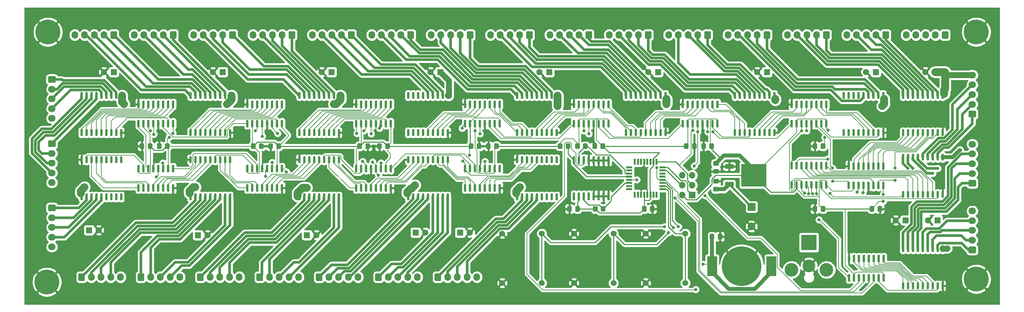
<source format=gbr>
G04 #@! TF.GenerationSoftware,KiCad,Pcbnew,(5.1.10-1-10_14)*
G04 #@! TF.CreationDate,2021-11-16T00:20:27-08:00*
G04 #@! TF.ProjectId,stepper_clock,73746570-7065-4725-9f63-6c6f636b2e6b,rev?*
G04 #@! TF.SameCoordinates,Original*
G04 #@! TF.FileFunction,Copper,L1,Top*
G04 #@! TF.FilePolarity,Positive*
%FSLAX46Y46*%
G04 Gerber Fmt 4.6, Leading zero omitted, Abs format (unit mm)*
G04 Created by KiCad (PCBNEW (5.1.10-1-10_14)) date 2021-11-16 00:20:27*
%MOMM*%
%LPD*%
G01*
G04 APERTURE LIST*
G04 #@! TA.AperFunction,ComponentPad*
%ADD10C,1.600000*%
G04 #@! TD*
G04 #@! TA.AperFunction,ComponentPad*
%ADD11R,1.600000X1.600000*%
G04 #@! TD*
G04 #@! TA.AperFunction,ComponentPad*
%ADD12R,4.000000X4.000000*%
G04 #@! TD*
G04 #@! TA.AperFunction,ComponentPad*
%ADD13C,3.300000*%
G04 #@! TD*
G04 #@! TA.AperFunction,ComponentPad*
%ADD14C,3.500000*%
G04 #@! TD*
G04 #@! TA.AperFunction,ComponentPad*
%ADD15O,1.950000X1.700000*%
G04 #@! TD*
G04 #@! TA.AperFunction,ComponentPad*
%ADD16O,1.700000X1.950000*%
G04 #@! TD*
G04 #@! TA.AperFunction,SMDPad,CuDef*
%ADD17R,2.500000X5.100000*%
G04 #@! TD*
G04 #@! TA.AperFunction,SMDPad,CuDef*
%ADD18C,10.200000*%
G04 #@! TD*
G04 #@! TA.AperFunction,ComponentPad*
%ADD19R,1.700000X1.700000*%
G04 #@! TD*
G04 #@! TA.AperFunction,ComponentPad*
%ADD20O,1.700000X1.700000*%
G04 #@! TD*
G04 #@! TA.AperFunction,ComponentPad*
%ADD21C,1.524000*%
G04 #@! TD*
G04 #@! TA.AperFunction,SMDPad,CuDef*
%ADD22R,0.550000X1.600000*%
G04 #@! TD*
G04 #@! TA.AperFunction,SMDPad,CuDef*
%ADD23R,1.600000X0.550000*%
G04 #@! TD*
G04 #@! TA.AperFunction,SMDPad,CuDef*
%ADD24R,2.200000X1.200000*%
G04 #@! TD*
G04 #@! TA.AperFunction,SMDPad,CuDef*
%ADD25R,6.400000X5.800000*%
G04 #@! TD*
G04 #@! TA.AperFunction,ComponentPad*
%ADD26R,2.000000X2.000000*%
G04 #@! TD*
G04 #@! TA.AperFunction,ComponentPad*
%ADD27C,2.000000*%
G04 #@! TD*
G04 #@! TA.AperFunction,ComponentPad*
%ADD28C,0.800000*%
G04 #@! TD*
G04 #@! TA.AperFunction,ComponentPad*
%ADD29C,6.400000*%
G04 #@! TD*
G04 #@! TA.AperFunction,ViaPad*
%ADD30C,0.800000*%
G04 #@! TD*
G04 #@! TA.AperFunction,Conductor*
%ADD31C,1.000000*%
G04 #@! TD*
G04 #@! TA.AperFunction,Conductor*
%ADD32C,0.254000*%
G04 #@! TD*
G04 #@! TA.AperFunction,Conductor*
%ADD33C,0.127000*%
G04 #@! TD*
G04 #@! TA.AperFunction,Conductor*
%ADD34C,0.250000*%
G04 #@! TD*
G04 #@! TA.AperFunction,Conductor*
%ADD35C,0.635000*%
G04 #@! TD*
G04 #@! TA.AperFunction,Conductor*
%ADD36C,2.000000*%
G04 #@! TD*
G04 #@! TA.AperFunction,Conductor*
%ADD37C,1.500000*%
G04 #@! TD*
G04 #@! TA.AperFunction,Conductor*
%ADD38C,0.500000*%
G04 #@! TD*
G04 #@! TA.AperFunction,Conductor*
%ADD39C,0.508000*%
G04 #@! TD*
G04 #@! TA.AperFunction,Conductor*
%ADD40C,0.150000*%
G04 #@! TD*
G04 APERTURE END LIST*
G04 #@! TA.AperFunction,SMDPad,CuDef*
G36*
G01*
X224767000Y-69064000D02*
X225067000Y-69064000D01*
G75*
G02*
X225217000Y-69214000I0J-150000D01*
G01*
X225217000Y-70864000D01*
G75*
G02*
X225067000Y-71014000I-150000J0D01*
G01*
X224767000Y-71014000D01*
G75*
G02*
X224617000Y-70864000I0J150000D01*
G01*
X224617000Y-69214000D01*
G75*
G02*
X224767000Y-69064000I150000J0D01*
G01*
G37*
G04 #@! TD.AperFunction*
G04 #@! TA.AperFunction,SMDPad,CuDef*
G36*
G01*
X223497000Y-69064000D02*
X223797000Y-69064000D01*
G75*
G02*
X223947000Y-69214000I0J-150000D01*
G01*
X223947000Y-70864000D01*
G75*
G02*
X223797000Y-71014000I-150000J0D01*
G01*
X223497000Y-71014000D01*
G75*
G02*
X223347000Y-70864000I0J150000D01*
G01*
X223347000Y-69214000D01*
G75*
G02*
X223497000Y-69064000I150000J0D01*
G01*
G37*
G04 #@! TD.AperFunction*
G04 #@! TA.AperFunction,SMDPad,CuDef*
G36*
G01*
X222227000Y-69064000D02*
X222527000Y-69064000D01*
G75*
G02*
X222677000Y-69214000I0J-150000D01*
G01*
X222677000Y-70864000D01*
G75*
G02*
X222527000Y-71014000I-150000J0D01*
G01*
X222227000Y-71014000D01*
G75*
G02*
X222077000Y-70864000I0J150000D01*
G01*
X222077000Y-69214000D01*
G75*
G02*
X222227000Y-69064000I150000J0D01*
G01*
G37*
G04 #@! TD.AperFunction*
G04 #@! TA.AperFunction,SMDPad,CuDef*
G36*
G01*
X220957000Y-69064000D02*
X221257000Y-69064000D01*
G75*
G02*
X221407000Y-69214000I0J-150000D01*
G01*
X221407000Y-70864000D01*
G75*
G02*
X221257000Y-71014000I-150000J0D01*
G01*
X220957000Y-71014000D01*
G75*
G02*
X220807000Y-70864000I0J150000D01*
G01*
X220807000Y-69214000D01*
G75*
G02*
X220957000Y-69064000I150000J0D01*
G01*
G37*
G04 #@! TD.AperFunction*
G04 #@! TA.AperFunction,SMDPad,CuDef*
G36*
G01*
X219687000Y-69064000D02*
X219987000Y-69064000D01*
G75*
G02*
X220137000Y-69214000I0J-150000D01*
G01*
X220137000Y-70864000D01*
G75*
G02*
X219987000Y-71014000I-150000J0D01*
G01*
X219687000Y-71014000D01*
G75*
G02*
X219537000Y-70864000I0J150000D01*
G01*
X219537000Y-69214000D01*
G75*
G02*
X219687000Y-69064000I150000J0D01*
G01*
G37*
G04 #@! TD.AperFunction*
G04 #@! TA.AperFunction,SMDPad,CuDef*
G36*
G01*
X218417000Y-69064000D02*
X218717000Y-69064000D01*
G75*
G02*
X218867000Y-69214000I0J-150000D01*
G01*
X218867000Y-70864000D01*
G75*
G02*
X218717000Y-71014000I-150000J0D01*
G01*
X218417000Y-71014000D01*
G75*
G02*
X218267000Y-70864000I0J150000D01*
G01*
X218267000Y-69214000D01*
G75*
G02*
X218417000Y-69064000I150000J0D01*
G01*
G37*
G04 #@! TD.AperFunction*
G04 #@! TA.AperFunction,SMDPad,CuDef*
G36*
G01*
X217147000Y-69064000D02*
X217447000Y-69064000D01*
G75*
G02*
X217597000Y-69214000I0J-150000D01*
G01*
X217597000Y-70864000D01*
G75*
G02*
X217447000Y-71014000I-150000J0D01*
G01*
X217147000Y-71014000D01*
G75*
G02*
X216997000Y-70864000I0J150000D01*
G01*
X216997000Y-69214000D01*
G75*
G02*
X217147000Y-69064000I150000J0D01*
G01*
G37*
G04 #@! TD.AperFunction*
G04 #@! TA.AperFunction,SMDPad,CuDef*
G36*
G01*
X215877000Y-69064000D02*
X216177000Y-69064000D01*
G75*
G02*
X216327000Y-69214000I0J-150000D01*
G01*
X216327000Y-70864000D01*
G75*
G02*
X216177000Y-71014000I-150000J0D01*
G01*
X215877000Y-71014000D01*
G75*
G02*
X215727000Y-70864000I0J150000D01*
G01*
X215727000Y-69214000D01*
G75*
G02*
X215877000Y-69064000I150000J0D01*
G01*
G37*
G04 #@! TD.AperFunction*
G04 #@! TA.AperFunction,SMDPad,CuDef*
G36*
G01*
X215877000Y-64114000D02*
X216177000Y-64114000D01*
G75*
G02*
X216327000Y-64264000I0J-150000D01*
G01*
X216327000Y-65914000D01*
G75*
G02*
X216177000Y-66064000I-150000J0D01*
G01*
X215877000Y-66064000D01*
G75*
G02*
X215727000Y-65914000I0J150000D01*
G01*
X215727000Y-64264000D01*
G75*
G02*
X215877000Y-64114000I150000J0D01*
G01*
G37*
G04 #@! TD.AperFunction*
G04 #@! TA.AperFunction,SMDPad,CuDef*
G36*
G01*
X217147000Y-64114000D02*
X217447000Y-64114000D01*
G75*
G02*
X217597000Y-64264000I0J-150000D01*
G01*
X217597000Y-65914000D01*
G75*
G02*
X217447000Y-66064000I-150000J0D01*
G01*
X217147000Y-66064000D01*
G75*
G02*
X216997000Y-65914000I0J150000D01*
G01*
X216997000Y-64264000D01*
G75*
G02*
X217147000Y-64114000I150000J0D01*
G01*
G37*
G04 #@! TD.AperFunction*
G04 #@! TA.AperFunction,SMDPad,CuDef*
G36*
G01*
X218417000Y-64114000D02*
X218717000Y-64114000D01*
G75*
G02*
X218867000Y-64264000I0J-150000D01*
G01*
X218867000Y-65914000D01*
G75*
G02*
X218717000Y-66064000I-150000J0D01*
G01*
X218417000Y-66064000D01*
G75*
G02*
X218267000Y-65914000I0J150000D01*
G01*
X218267000Y-64264000D01*
G75*
G02*
X218417000Y-64114000I150000J0D01*
G01*
G37*
G04 #@! TD.AperFunction*
G04 #@! TA.AperFunction,SMDPad,CuDef*
G36*
G01*
X219687000Y-64114000D02*
X219987000Y-64114000D01*
G75*
G02*
X220137000Y-64264000I0J-150000D01*
G01*
X220137000Y-65914000D01*
G75*
G02*
X219987000Y-66064000I-150000J0D01*
G01*
X219687000Y-66064000D01*
G75*
G02*
X219537000Y-65914000I0J150000D01*
G01*
X219537000Y-64264000D01*
G75*
G02*
X219687000Y-64114000I150000J0D01*
G01*
G37*
G04 #@! TD.AperFunction*
G04 #@! TA.AperFunction,SMDPad,CuDef*
G36*
G01*
X220957000Y-64114000D02*
X221257000Y-64114000D01*
G75*
G02*
X221407000Y-64264000I0J-150000D01*
G01*
X221407000Y-65914000D01*
G75*
G02*
X221257000Y-66064000I-150000J0D01*
G01*
X220957000Y-66064000D01*
G75*
G02*
X220807000Y-65914000I0J150000D01*
G01*
X220807000Y-64264000D01*
G75*
G02*
X220957000Y-64114000I150000J0D01*
G01*
G37*
G04 #@! TD.AperFunction*
G04 #@! TA.AperFunction,SMDPad,CuDef*
G36*
G01*
X222227000Y-64114000D02*
X222527000Y-64114000D01*
G75*
G02*
X222677000Y-64264000I0J-150000D01*
G01*
X222677000Y-65914000D01*
G75*
G02*
X222527000Y-66064000I-150000J0D01*
G01*
X222227000Y-66064000D01*
G75*
G02*
X222077000Y-65914000I0J150000D01*
G01*
X222077000Y-64264000D01*
G75*
G02*
X222227000Y-64114000I150000J0D01*
G01*
G37*
G04 #@! TD.AperFunction*
G04 #@! TA.AperFunction,SMDPad,CuDef*
G36*
G01*
X223497000Y-64114000D02*
X223797000Y-64114000D01*
G75*
G02*
X223947000Y-64264000I0J-150000D01*
G01*
X223947000Y-65914000D01*
G75*
G02*
X223797000Y-66064000I-150000J0D01*
G01*
X223497000Y-66064000D01*
G75*
G02*
X223347000Y-65914000I0J150000D01*
G01*
X223347000Y-64264000D01*
G75*
G02*
X223497000Y-64114000I150000J0D01*
G01*
G37*
G04 #@! TD.AperFunction*
G04 #@! TA.AperFunction,SMDPad,CuDef*
G36*
G01*
X224767000Y-64114000D02*
X225067000Y-64114000D01*
G75*
G02*
X225217000Y-64264000I0J-150000D01*
G01*
X225217000Y-65914000D01*
G75*
G02*
X225067000Y-66064000I-150000J0D01*
G01*
X224767000Y-66064000D01*
G75*
G02*
X224617000Y-65914000I0J150000D01*
G01*
X224617000Y-64264000D01*
G75*
G02*
X224767000Y-64114000I150000J0D01*
G01*
G37*
G04 #@! TD.AperFunction*
D10*
X236260000Y-55245000D03*
D11*
X238760000Y-55245000D03*
G04 #@! TA.AperFunction,SMDPad,CuDef*
G36*
G01*
X19200000Y-24040000D02*
X18900000Y-24040000D01*
G75*
G02*
X18750000Y-23890000I0J150000D01*
G01*
X18750000Y-22440000D01*
G75*
G02*
X18900000Y-22290000I150000J0D01*
G01*
X19200000Y-22290000D01*
G75*
G02*
X19350000Y-22440000I0J-150000D01*
G01*
X19350000Y-23890000D01*
G75*
G02*
X19200000Y-24040000I-150000J0D01*
G01*
G37*
G04 #@! TD.AperFunction*
G04 #@! TA.AperFunction,SMDPad,CuDef*
G36*
G01*
X20470000Y-24040000D02*
X20170000Y-24040000D01*
G75*
G02*
X20020000Y-23890000I0J150000D01*
G01*
X20020000Y-22440000D01*
G75*
G02*
X20170000Y-22290000I150000J0D01*
G01*
X20470000Y-22290000D01*
G75*
G02*
X20620000Y-22440000I0J-150000D01*
G01*
X20620000Y-23890000D01*
G75*
G02*
X20470000Y-24040000I-150000J0D01*
G01*
G37*
G04 #@! TD.AperFunction*
G04 #@! TA.AperFunction,SMDPad,CuDef*
G36*
G01*
X21740000Y-24040000D02*
X21440000Y-24040000D01*
G75*
G02*
X21290000Y-23890000I0J150000D01*
G01*
X21290000Y-22440000D01*
G75*
G02*
X21440000Y-22290000I150000J0D01*
G01*
X21740000Y-22290000D01*
G75*
G02*
X21890000Y-22440000I0J-150000D01*
G01*
X21890000Y-23890000D01*
G75*
G02*
X21740000Y-24040000I-150000J0D01*
G01*
G37*
G04 #@! TD.AperFunction*
G04 #@! TA.AperFunction,SMDPad,CuDef*
G36*
G01*
X23010000Y-24040000D02*
X22710000Y-24040000D01*
G75*
G02*
X22560000Y-23890000I0J150000D01*
G01*
X22560000Y-22440000D01*
G75*
G02*
X22710000Y-22290000I150000J0D01*
G01*
X23010000Y-22290000D01*
G75*
G02*
X23160000Y-22440000I0J-150000D01*
G01*
X23160000Y-23890000D01*
G75*
G02*
X23010000Y-24040000I-150000J0D01*
G01*
G37*
G04 #@! TD.AperFunction*
G04 #@! TA.AperFunction,SMDPad,CuDef*
G36*
G01*
X24280000Y-24040000D02*
X23980000Y-24040000D01*
G75*
G02*
X23830000Y-23890000I0J150000D01*
G01*
X23830000Y-22440000D01*
G75*
G02*
X23980000Y-22290000I150000J0D01*
G01*
X24280000Y-22290000D01*
G75*
G02*
X24430000Y-22440000I0J-150000D01*
G01*
X24430000Y-23890000D01*
G75*
G02*
X24280000Y-24040000I-150000J0D01*
G01*
G37*
G04 #@! TD.AperFunction*
G04 #@! TA.AperFunction,SMDPad,CuDef*
G36*
G01*
X25550000Y-24040000D02*
X25250000Y-24040000D01*
G75*
G02*
X25100000Y-23890000I0J150000D01*
G01*
X25100000Y-22440000D01*
G75*
G02*
X25250000Y-22290000I150000J0D01*
G01*
X25550000Y-22290000D01*
G75*
G02*
X25700000Y-22440000I0J-150000D01*
G01*
X25700000Y-23890000D01*
G75*
G02*
X25550000Y-24040000I-150000J0D01*
G01*
G37*
G04 #@! TD.AperFunction*
G04 #@! TA.AperFunction,SMDPad,CuDef*
G36*
G01*
X26820000Y-24040000D02*
X26520000Y-24040000D01*
G75*
G02*
X26370000Y-23890000I0J150000D01*
G01*
X26370000Y-22440000D01*
G75*
G02*
X26520000Y-22290000I150000J0D01*
G01*
X26820000Y-22290000D01*
G75*
G02*
X26970000Y-22440000I0J-150000D01*
G01*
X26970000Y-23890000D01*
G75*
G02*
X26820000Y-24040000I-150000J0D01*
G01*
G37*
G04 #@! TD.AperFunction*
G04 #@! TA.AperFunction,SMDPad,CuDef*
G36*
G01*
X28090000Y-24040000D02*
X27790000Y-24040000D01*
G75*
G02*
X27640000Y-23890000I0J150000D01*
G01*
X27640000Y-22440000D01*
G75*
G02*
X27790000Y-22290000I150000J0D01*
G01*
X28090000Y-22290000D01*
G75*
G02*
X28240000Y-22440000I0J-150000D01*
G01*
X28240000Y-23890000D01*
G75*
G02*
X28090000Y-24040000I-150000J0D01*
G01*
G37*
G04 #@! TD.AperFunction*
G04 #@! TA.AperFunction,SMDPad,CuDef*
G36*
G01*
X29360000Y-24040000D02*
X29060000Y-24040000D01*
G75*
G02*
X28910000Y-23890000I0J150000D01*
G01*
X28910000Y-22440000D01*
G75*
G02*
X29060000Y-22290000I150000J0D01*
G01*
X29360000Y-22290000D01*
G75*
G02*
X29510000Y-22440000I0J-150000D01*
G01*
X29510000Y-23890000D01*
G75*
G02*
X29360000Y-24040000I-150000J0D01*
G01*
G37*
G04 #@! TD.AperFunction*
G04 #@! TA.AperFunction,SMDPad,CuDef*
G36*
G01*
X29360000Y-33590000D02*
X29060000Y-33590000D01*
G75*
G02*
X28910000Y-33440000I0J150000D01*
G01*
X28910000Y-31990000D01*
G75*
G02*
X29060000Y-31840000I150000J0D01*
G01*
X29360000Y-31840000D01*
G75*
G02*
X29510000Y-31990000I0J-150000D01*
G01*
X29510000Y-33440000D01*
G75*
G02*
X29360000Y-33590000I-150000J0D01*
G01*
G37*
G04 #@! TD.AperFunction*
G04 #@! TA.AperFunction,SMDPad,CuDef*
G36*
G01*
X28090000Y-33590000D02*
X27790000Y-33590000D01*
G75*
G02*
X27640000Y-33440000I0J150000D01*
G01*
X27640000Y-31990000D01*
G75*
G02*
X27790000Y-31840000I150000J0D01*
G01*
X28090000Y-31840000D01*
G75*
G02*
X28240000Y-31990000I0J-150000D01*
G01*
X28240000Y-33440000D01*
G75*
G02*
X28090000Y-33590000I-150000J0D01*
G01*
G37*
G04 #@! TD.AperFunction*
G04 #@! TA.AperFunction,SMDPad,CuDef*
G36*
G01*
X26820000Y-33590000D02*
X26520000Y-33590000D01*
G75*
G02*
X26370000Y-33440000I0J150000D01*
G01*
X26370000Y-31990000D01*
G75*
G02*
X26520000Y-31840000I150000J0D01*
G01*
X26820000Y-31840000D01*
G75*
G02*
X26970000Y-31990000I0J-150000D01*
G01*
X26970000Y-33440000D01*
G75*
G02*
X26820000Y-33590000I-150000J0D01*
G01*
G37*
G04 #@! TD.AperFunction*
G04 #@! TA.AperFunction,SMDPad,CuDef*
G36*
G01*
X25550000Y-33590000D02*
X25250000Y-33590000D01*
G75*
G02*
X25100000Y-33440000I0J150000D01*
G01*
X25100000Y-31990000D01*
G75*
G02*
X25250000Y-31840000I150000J0D01*
G01*
X25550000Y-31840000D01*
G75*
G02*
X25700000Y-31990000I0J-150000D01*
G01*
X25700000Y-33440000D01*
G75*
G02*
X25550000Y-33590000I-150000J0D01*
G01*
G37*
G04 #@! TD.AperFunction*
G04 #@! TA.AperFunction,SMDPad,CuDef*
G36*
G01*
X24280000Y-33590000D02*
X23980000Y-33590000D01*
G75*
G02*
X23830000Y-33440000I0J150000D01*
G01*
X23830000Y-31990000D01*
G75*
G02*
X23980000Y-31840000I150000J0D01*
G01*
X24280000Y-31840000D01*
G75*
G02*
X24430000Y-31990000I0J-150000D01*
G01*
X24430000Y-33440000D01*
G75*
G02*
X24280000Y-33590000I-150000J0D01*
G01*
G37*
G04 #@! TD.AperFunction*
G04 #@! TA.AperFunction,SMDPad,CuDef*
G36*
G01*
X23010000Y-33590000D02*
X22710000Y-33590000D01*
G75*
G02*
X22560000Y-33440000I0J150000D01*
G01*
X22560000Y-31990000D01*
G75*
G02*
X22710000Y-31840000I150000J0D01*
G01*
X23010000Y-31840000D01*
G75*
G02*
X23160000Y-31990000I0J-150000D01*
G01*
X23160000Y-33440000D01*
G75*
G02*
X23010000Y-33590000I-150000J0D01*
G01*
G37*
G04 #@! TD.AperFunction*
G04 #@! TA.AperFunction,SMDPad,CuDef*
G36*
G01*
X21740000Y-33590000D02*
X21440000Y-33590000D01*
G75*
G02*
X21290000Y-33440000I0J150000D01*
G01*
X21290000Y-31990000D01*
G75*
G02*
X21440000Y-31840000I150000J0D01*
G01*
X21740000Y-31840000D01*
G75*
G02*
X21890000Y-31990000I0J-150000D01*
G01*
X21890000Y-33440000D01*
G75*
G02*
X21740000Y-33590000I-150000J0D01*
G01*
G37*
G04 #@! TD.AperFunction*
G04 #@! TA.AperFunction,SMDPad,CuDef*
G36*
G01*
X20470000Y-33590000D02*
X20170000Y-33590000D01*
G75*
G02*
X20020000Y-33440000I0J150000D01*
G01*
X20020000Y-31990000D01*
G75*
G02*
X20170000Y-31840000I150000J0D01*
G01*
X20470000Y-31840000D01*
G75*
G02*
X20620000Y-31990000I0J-150000D01*
G01*
X20620000Y-33440000D01*
G75*
G02*
X20470000Y-33590000I-150000J0D01*
G01*
G37*
G04 #@! TD.AperFunction*
G04 #@! TA.AperFunction,SMDPad,CuDef*
G36*
G01*
X19200000Y-33590000D02*
X18900000Y-33590000D01*
G75*
G02*
X18750000Y-33440000I0J150000D01*
G01*
X18750000Y-31990000D01*
G75*
G02*
X18900000Y-31840000I150000J0D01*
G01*
X19200000Y-31840000D01*
G75*
G02*
X19350000Y-31990000I0J-150000D01*
G01*
X19350000Y-33440000D01*
G75*
G02*
X19200000Y-33590000I-150000J0D01*
G01*
G37*
G04 #@! TD.AperFunction*
G04 #@! TA.AperFunction,SMDPad,CuDef*
G36*
G01*
X42395000Y-24490000D02*
X42695000Y-24490000D01*
G75*
G02*
X42845000Y-24640000I0J-150000D01*
G01*
X42845000Y-26290000D01*
G75*
G02*
X42695000Y-26440000I-150000J0D01*
G01*
X42395000Y-26440000D01*
G75*
G02*
X42245000Y-26290000I0J150000D01*
G01*
X42245000Y-24640000D01*
G75*
G02*
X42395000Y-24490000I150000J0D01*
G01*
G37*
G04 #@! TD.AperFunction*
G04 #@! TA.AperFunction,SMDPad,CuDef*
G36*
G01*
X41125000Y-24490000D02*
X41425000Y-24490000D01*
G75*
G02*
X41575000Y-24640000I0J-150000D01*
G01*
X41575000Y-26290000D01*
G75*
G02*
X41425000Y-26440000I-150000J0D01*
G01*
X41125000Y-26440000D01*
G75*
G02*
X40975000Y-26290000I0J150000D01*
G01*
X40975000Y-24640000D01*
G75*
G02*
X41125000Y-24490000I150000J0D01*
G01*
G37*
G04 #@! TD.AperFunction*
G04 #@! TA.AperFunction,SMDPad,CuDef*
G36*
G01*
X39855000Y-24490000D02*
X40155000Y-24490000D01*
G75*
G02*
X40305000Y-24640000I0J-150000D01*
G01*
X40305000Y-26290000D01*
G75*
G02*
X40155000Y-26440000I-150000J0D01*
G01*
X39855000Y-26440000D01*
G75*
G02*
X39705000Y-26290000I0J150000D01*
G01*
X39705000Y-24640000D01*
G75*
G02*
X39855000Y-24490000I150000J0D01*
G01*
G37*
G04 #@! TD.AperFunction*
G04 #@! TA.AperFunction,SMDPad,CuDef*
G36*
G01*
X38585000Y-24490000D02*
X38885000Y-24490000D01*
G75*
G02*
X39035000Y-24640000I0J-150000D01*
G01*
X39035000Y-26290000D01*
G75*
G02*
X38885000Y-26440000I-150000J0D01*
G01*
X38585000Y-26440000D01*
G75*
G02*
X38435000Y-26290000I0J150000D01*
G01*
X38435000Y-24640000D01*
G75*
G02*
X38585000Y-24490000I150000J0D01*
G01*
G37*
G04 #@! TD.AperFunction*
G04 #@! TA.AperFunction,SMDPad,CuDef*
G36*
G01*
X37315000Y-24490000D02*
X37615000Y-24490000D01*
G75*
G02*
X37765000Y-24640000I0J-150000D01*
G01*
X37765000Y-26290000D01*
G75*
G02*
X37615000Y-26440000I-150000J0D01*
G01*
X37315000Y-26440000D01*
G75*
G02*
X37165000Y-26290000I0J150000D01*
G01*
X37165000Y-24640000D01*
G75*
G02*
X37315000Y-24490000I150000J0D01*
G01*
G37*
G04 #@! TD.AperFunction*
G04 #@! TA.AperFunction,SMDPad,CuDef*
G36*
G01*
X36045000Y-24490000D02*
X36345000Y-24490000D01*
G75*
G02*
X36495000Y-24640000I0J-150000D01*
G01*
X36495000Y-26290000D01*
G75*
G02*
X36345000Y-26440000I-150000J0D01*
G01*
X36045000Y-26440000D01*
G75*
G02*
X35895000Y-26290000I0J150000D01*
G01*
X35895000Y-24640000D01*
G75*
G02*
X36045000Y-24490000I150000J0D01*
G01*
G37*
G04 #@! TD.AperFunction*
G04 #@! TA.AperFunction,SMDPad,CuDef*
G36*
G01*
X34775000Y-24490000D02*
X35075000Y-24490000D01*
G75*
G02*
X35225000Y-24640000I0J-150000D01*
G01*
X35225000Y-26290000D01*
G75*
G02*
X35075000Y-26440000I-150000J0D01*
G01*
X34775000Y-26440000D01*
G75*
G02*
X34625000Y-26290000I0J150000D01*
G01*
X34625000Y-24640000D01*
G75*
G02*
X34775000Y-24490000I150000J0D01*
G01*
G37*
G04 #@! TD.AperFunction*
G04 #@! TA.AperFunction,SMDPad,CuDef*
G36*
G01*
X33505000Y-24490000D02*
X33805000Y-24490000D01*
G75*
G02*
X33955000Y-24640000I0J-150000D01*
G01*
X33955000Y-26290000D01*
G75*
G02*
X33805000Y-26440000I-150000J0D01*
G01*
X33505000Y-26440000D01*
G75*
G02*
X33355000Y-26290000I0J150000D01*
G01*
X33355000Y-24640000D01*
G75*
G02*
X33505000Y-24490000I150000J0D01*
G01*
G37*
G04 #@! TD.AperFunction*
G04 #@! TA.AperFunction,SMDPad,CuDef*
G36*
G01*
X33505000Y-29440000D02*
X33805000Y-29440000D01*
G75*
G02*
X33955000Y-29590000I0J-150000D01*
G01*
X33955000Y-31240000D01*
G75*
G02*
X33805000Y-31390000I-150000J0D01*
G01*
X33505000Y-31390000D01*
G75*
G02*
X33355000Y-31240000I0J150000D01*
G01*
X33355000Y-29590000D01*
G75*
G02*
X33505000Y-29440000I150000J0D01*
G01*
G37*
G04 #@! TD.AperFunction*
G04 #@! TA.AperFunction,SMDPad,CuDef*
G36*
G01*
X34775000Y-29440000D02*
X35075000Y-29440000D01*
G75*
G02*
X35225000Y-29590000I0J-150000D01*
G01*
X35225000Y-31240000D01*
G75*
G02*
X35075000Y-31390000I-150000J0D01*
G01*
X34775000Y-31390000D01*
G75*
G02*
X34625000Y-31240000I0J150000D01*
G01*
X34625000Y-29590000D01*
G75*
G02*
X34775000Y-29440000I150000J0D01*
G01*
G37*
G04 #@! TD.AperFunction*
G04 #@! TA.AperFunction,SMDPad,CuDef*
G36*
G01*
X36045000Y-29440000D02*
X36345000Y-29440000D01*
G75*
G02*
X36495000Y-29590000I0J-150000D01*
G01*
X36495000Y-31240000D01*
G75*
G02*
X36345000Y-31390000I-150000J0D01*
G01*
X36045000Y-31390000D01*
G75*
G02*
X35895000Y-31240000I0J150000D01*
G01*
X35895000Y-29590000D01*
G75*
G02*
X36045000Y-29440000I150000J0D01*
G01*
G37*
G04 #@! TD.AperFunction*
G04 #@! TA.AperFunction,SMDPad,CuDef*
G36*
G01*
X37315000Y-29440000D02*
X37615000Y-29440000D01*
G75*
G02*
X37765000Y-29590000I0J-150000D01*
G01*
X37765000Y-31240000D01*
G75*
G02*
X37615000Y-31390000I-150000J0D01*
G01*
X37315000Y-31390000D01*
G75*
G02*
X37165000Y-31240000I0J150000D01*
G01*
X37165000Y-29590000D01*
G75*
G02*
X37315000Y-29440000I150000J0D01*
G01*
G37*
G04 #@! TD.AperFunction*
G04 #@! TA.AperFunction,SMDPad,CuDef*
G36*
G01*
X38585000Y-29440000D02*
X38885000Y-29440000D01*
G75*
G02*
X39035000Y-29590000I0J-150000D01*
G01*
X39035000Y-31240000D01*
G75*
G02*
X38885000Y-31390000I-150000J0D01*
G01*
X38585000Y-31390000D01*
G75*
G02*
X38435000Y-31240000I0J150000D01*
G01*
X38435000Y-29590000D01*
G75*
G02*
X38585000Y-29440000I150000J0D01*
G01*
G37*
G04 #@! TD.AperFunction*
G04 #@! TA.AperFunction,SMDPad,CuDef*
G36*
G01*
X39855000Y-29440000D02*
X40155000Y-29440000D01*
G75*
G02*
X40305000Y-29590000I0J-150000D01*
G01*
X40305000Y-31240000D01*
G75*
G02*
X40155000Y-31390000I-150000J0D01*
G01*
X39855000Y-31390000D01*
G75*
G02*
X39705000Y-31240000I0J150000D01*
G01*
X39705000Y-29590000D01*
G75*
G02*
X39855000Y-29440000I150000J0D01*
G01*
G37*
G04 #@! TD.AperFunction*
G04 #@! TA.AperFunction,SMDPad,CuDef*
G36*
G01*
X41125000Y-29440000D02*
X41425000Y-29440000D01*
G75*
G02*
X41575000Y-29590000I0J-150000D01*
G01*
X41575000Y-31240000D01*
G75*
G02*
X41425000Y-31390000I-150000J0D01*
G01*
X41125000Y-31390000D01*
G75*
G02*
X40975000Y-31240000I0J150000D01*
G01*
X40975000Y-29590000D01*
G75*
G02*
X41125000Y-29440000I150000J0D01*
G01*
G37*
G04 #@! TD.AperFunction*
G04 #@! TA.AperFunction,SMDPad,CuDef*
G36*
G01*
X42395000Y-29440000D02*
X42695000Y-29440000D01*
G75*
G02*
X42845000Y-29590000I0J-150000D01*
G01*
X42845000Y-31240000D01*
G75*
G02*
X42695000Y-31390000I-150000J0D01*
G01*
X42395000Y-31390000D01*
G75*
G02*
X42245000Y-31240000I0J150000D01*
G01*
X42245000Y-29590000D01*
G75*
G02*
X42395000Y-29440000I150000J0D01*
G01*
G37*
G04 #@! TD.AperFunction*
D12*
X205740000Y-60960000D03*
D13*
X205740000Y-66960000D03*
D14*
X201240000Y-67960000D03*
X210240000Y-67960000D03*
G04 #@! TA.AperFunction,ComponentPad*
G36*
G01*
X248375000Y-28790000D02*
X246925000Y-28790000D01*
G75*
G02*
X246675000Y-28540000I0J250000D01*
G01*
X246675000Y-27340000D01*
G75*
G02*
X246925000Y-27090000I250000J0D01*
G01*
X248375000Y-27090000D01*
G75*
G02*
X248625000Y-27340000I0J-250000D01*
G01*
X248625000Y-28540000D01*
G75*
G02*
X248375000Y-28790000I-250000J0D01*
G01*
G37*
G04 #@! TD.AperFunction*
D15*
X247650000Y-25440000D03*
X247650000Y-22940000D03*
X247650000Y-20440000D03*
X247650000Y-17940000D03*
G04 #@! TA.AperFunction,ComponentPad*
G36*
G01*
X195795000Y-6895000D02*
X195795000Y-8345000D01*
G75*
G02*
X195545000Y-8595000I-250000J0D01*
G01*
X194345000Y-8595000D01*
G75*
G02*
X194095000Y-8345000I0J250000D01*
G01*
X194095000Y-6895000D01*
G75*
G02*
X194345000Y-6645000I250000J0D01*
G01*
X195545000Y-6645000D01*
G75*
G02*
X195795000Y-6895000I0J-250000D01*
G01*
G37*
G04 #@! TD.AperFunction*
D16*
X192445000Y-7620000D03*
X189945000Y-7620000D03*
X187445000Y-7620000D03*
X184945000Y-7620000D03*
X108745000Y-7620000D03*
X111245000Y-7620000D03*
X113745000Y-7620000D03*
X116245000Y-7620000D03*
G04 #@! TA.AperFunction,ComponentPad*
G36*
G01*
X119595000Y-6895000D02*
X119595000Y-8345000D01*
G75*
G02*
X119345000Y-8595000I-250000J0D01*
G01*
X118145000Y-8595000D01*
G75*
G02*
X117895000Y-8345000I0J250000D01*
G01*
X117895000Y-6895000D01*
G75*
G02*
X118145000Y-6645000I250000J0D01*
G01*
X119345000Y-6645000D01*
G75*
G02*
X119595000Y-6895000I0J-250000D01*
G01*
G37*
G04 #@! TD.AperFunction*
G04 #@! TA.AperFunction,ComponentPad*
G36*
G01*
X58635000Y-6895000D02*
X58635000Y-8345000D01*
G75*
G02*
X58385000Y-8595000I-250000J0D01*
G01*
X57185000Y-8595000D01*
G75*
G02*
X56935000Y-8345000I0J250000D01*
G01*
X56935000Y-6895000D01*
G75*
G02*
X57185000Y-6645000I250000J0D01*
G01*
X58385000Y-6645000D01*
G75*
G02*
X58635000Y-6895000I0J-250000D01*
G01*
G37*
G04 #@! TD.AperFunction*
X55285000Y-7620000D03*
X52785000Y-7620000D03*
X50285000Y-7620000D03*
X47785000Y-7620000D03*
G04 #@! TA.AperFunction,SMDPad,CuDef*
G36*
G01*
X230020000Y-49465000D02*
X229720000Y-49465000D01*
G75*
G02*
X229570000Y-49315000I0J150000D01*
G01*
X229570000Y-47865000D01*
G75*
G02*
X229720000Y-47715000I150000J0D01*
G01*
X230020000Y-47715000D01*
G75*
G02*
X230170000Y-47865000I0J-150000D01*
G01*
X230170000Y-49315000D01*
G75*
G02*
X230020000Y-49465000I-150000J0D01*
G01*
G37*
G04 #@! TD.AperFunction*
G04 #@! TA.AperFunction,SMDPad,CuDef*
G36*
G01*
X231290000Y-49465000D02*
X230990000Y-49465000D01*
G75*
G02*
X230840000Y-49315000I0J150000D01*
G01*
X230840000Y-47865000D01*
G75*
G02*
X230990000Y-47715000I150000J0D01*
G01*
X231290000Y-47715000D01*
G75*
G02*
X231440000Y-47865000I0J-150000D01*
G01*
X231440000Y-49315000D01*
G75*
G02*
X231290000Y-49465000I-150000J0D01*
G01*
G37*
G04 #@! TD.AperFunction*
G04 #@! TA.AperFunction,SMDPad,CuDef*
G36*
G01*
X232560000Y-49465000D02*
X232260000Y-49465000D01*
G75*
G02*
X232110000Y-49315000I0J150000D01*
G01*
X232110000Y-47865000D01*
G75*
G02*
X232260000Y-47715000I150000J0D01*
G01*
X232560000Y-47715000D01*
G75*
G02*
X232710000Y-47865000I0J-150000D01*
G01*
X232710000Y-49315000D01*
G75*
G02*
X232560000Y-49465000I-150000J0D01*
G01*
G37*
G04 #@! TD.AperFunction*
G04 #@! TA.AperFunction,SMDPad,CuDef*
G36*
G01*
X233830000Y-49465000D02*
X233530000Y-49465000D01*
G75*
G02*
X233380000Y-49315000I0J150000D01*
G01*
X233380000Y-47865000D01*
G75*
G02*
X233530000Y-47715000I150000J0D01*
G01*
X233830000Y-47715000D01*
G75*
G02*
X233980000Y-47865000I0J-150000D01*
G01*
X233980000Y-49315000D01*
G75*
G02*
X233830000Y-49465000I-150000J0D01*
G01*
G37*
G04 #@! TD.AperFunction*
G04 #@! TA.AperFunction,SMDPad,CuDef*
G36*
G01*
X235100000Y-49465000D02*
X234800000Y-49465000D01*
G75*
G02*
X234650000Y-49315000I0J150000D01*
G01*
X234650000Y-47865000D01*
G75*
G02*
X234800000Y-47715000I150000J0D01*
G01*
X235100000Y-47715000D01*
G75*
G02*
X235250000Y-47865000I0J-150000D01*
G01*
X235250000Y-49315000D01*
G75*
G02*
X235100000Y-49465000I-150000J0D01*
G01*
G37*
G04 #@! TD.AperFunction*
G04 #@! TA.AperFunction,SMDPad,CuDef*
G36*
G01*
X236370000Y-49465000D02*
X236070000Y-49465000D01*
G75*
G02*
X235920000Y-49315000I0J150000D01*
G01*
X235920000Y-47865000D01*
G75*
G02*
X236070000Y-47715000I150000J0D01*
G01*
X236370000Y-47715000D01*
G75*
G02*
X236520000Y-47865000I0J-150000D01*
G01*
X236520000Y-49315000D01*
G75*
G02*
X236370000Y-49465000I-150000J0D01*
G01*
G37*
G04 #@! TD.AperFunction*
G04 #@! TA.AperFunction,SMDPad,CuDef*
G36*
G01*
X237640000Y-49465000D02*
X237340000Y-49465000D01*
G75*
G02*
X237190000Y-49315000I0J150000D01*
G01*
X237190000Y-47865000D01*
G75*
G02*
X237340000Y-47715000I150000J0D01*
G01*
X237640000Y-47715000D01*
G75*
G02*
X237790000Y-47865000I0J-150000D01*
G01*
X237790000Y-49315000D01*
G75*
G02*
X237640000Y-49465000I-150000J0D01*
G01*
G37*
G04 #@! TD.AperFunction*
G04 #@! TA.AperFunction,SMDPad,CuDef*
G36*
G01*
X238910000Y-49465000D02*
X238610000Y-49465000D01*
G75*
G02*
X238460000Y-49315000I0J150000D01*
G01*
X238460000Y-47865000D01*
G75*
G02*
X238610000Y-47715000I150000J0D01*
G01*
X238910000Y-47715000D01*
G75*
G02*
X239060000Y-47865000I0J-150000D01*
G01*
X239060000Y-49315000D01*
G75*
G02*
X238910000Y-49465000I-150000J0D01*
G01*
G37*
G04 #@! TD.AperFunction*
G04 #@! TA.AperFunction,SMDPad,CuDef*
G36*
G01*
X240180000Y-49465000D02*
X239880000Y-49465000D01*
G75*
G02*
X239730000Y-49315000I0J150000D01*
G01*
X239730000Y-47865000D01*
G75*
G02*
X239880000Y-47715000I150000J0D01*
G01*
X240180000Y-47715000D01*
G75*
G02*
X240330000Y-47865000I0J-150000D01*
G01*
X240330000Y-49315000D01*
G75*
G02*
X240180000Y-49465000I-150000J0D01*
G01*
G37*
G04 #@! TD.AperFunction*
G04 #@! TA.AperFunction,SMDPad,CuDef*
G36*
G01*
X240180000Y-39915000D02*
X239880000Y-39915000D01*
G75*
G02*
X239730000Y-39765000I0J150000D01*
G01*
X239730000Y-38315000D01*
G75*
G02*
X239880000Y-38165000I150000J0D01*
G01*
X240180000Y-38165000D01*
G75*
G02*
X240330000Y-38315000I0J-150000D01*
G01*
X240330000Y-39765000D01*
G75*
G02*
X240180000Y-39915000I-150000J0D01*
G01*
G37*
G04 #@! TD.AperFunction*
G04 #@! TA.AperFunction,SMDPad,CuDef*
G36*
G01*
X238910000Y-39915000D02*
X238610000Y-39915000D01*
G75*
G02*
X238460000Y-39765000I0J150000D01*
G01*
X238460000Y-38315000D01*
G75*
G02*
X238610000Y-38165000I150000J0D01*
G01*
X238910000Y-38165000D01*
G75*
G02*
X239060000Y-38315000I0J-150000D01*
G01*
X239060000Y-39765000D01*
G75*
G02*
X238910000Y-39915000I-150000J0D01*
G01*
G37*
G04 #@! TD.AperFunction*
G04 #@! TA.AperFunction,SMDPad,CuDef*
G36*
G01*
X237640000Y-39915000D02*
X237340000Y-39915000D01*
G75*
G02*
X237190000Y-39765000I0J150000D01*
G01*
X237190000Y-38315000D01*
G75*
G02*
X237340000Y-38165000I150000J0D01*
G01*
X237640000Y-38165000D01*
G75*
G02*
X237790000Y-38315000I0J-150000D01*
G01*
X237790000Y-39765000D01*
G75*
G02*
X237640000Y-39915000I-150000J0D01*
G01*
G37*
G04 #@! TD.AperFunction*
G04 #@! TA.AperFunction,SMDPad,CuDef*
G36*
G01*
X236370000Y-39915000D02*
X236070000Y-39915000D01*
G75*
G02*
X235920000Y-39765000I0J150000D01*
G01*
X235920000Y-38315000D01*
G75*
G02*
X236070000Y-38165000I150000J0D01*
G01*
X236370000Y-38165000D01*
G75*
G02*
X236520000Y-38315000I0J-150000D01*
G01*
X236520000Y-39765000D01*
G75*
G02*
X236370000Y-39915000I-150000J0D01*
G01*
G37*
G04 #@! TD.AperFunction*
G04 #@! TA.AperFunction,SMDPad,CuDef*
G36*
G01*
X235100000Y-39915000D02*
X234800000Y-39915000D01*
G75*
G02*
X234650000Y-39765000I0J150000D01*
G01*
X234650000Y-38315000D01*
G75*
G02*
X234800000Y-38165000I150000J0D01*
G01*
X235100000Y-38165000D01*
G75*
G02*
X235250000Y-38315000I0J-150000D01*
G01*
X235250000Y-39765000D01*
G75*
G02*
X235100000Y-39915000I-150000J0D01*
G01*
G37*
G04 #@! TD.AperFunction*
G04 #@! TA.AperFunction,SMDPad,CuDef*
G36*
G01*
X233830000Y-39915000D02*
X233530000Y-39915000D01*
G75*
G02*
X233380000Y-39765000I0J150000D01*
G01*
X233380000Y-38315000D01*
G75*
G02*
X233530000Y-38165000I150000J0D01*
G01*
X233830000Y-38165000D01*
G75*
G02*
X233980000Y-38315000I0J-150000D01*
G01*
X233980000Y-39765000D01*
G75*
G02*
X233830000Y-39915000I-150000J0D01*
G01*
G37*
G04 #@! TD.AperFunction*
G04 #@! TA.AperFunction,SMDPad,CuDef*
G36*
G01*
X232560000Y-39915000D02*
X232260000Y-39915000D01*
G75*
G02*
X232110000Y-39765000I0J150000D01*
G01*
X232110000Y-38315000D01*
G75*
G02*
X232260000Y-38165000I150000J0D01*
G01*
X232560000Y-38165000D01*
G75*
G02*
X232710000Y-38315000I0J-150000D01*
G01*
X232710000Y-39765000D01*
G75*
G02*
X232560000Y-39915000I-150000J0D01*
G01*
G37*
G04 #@! TD.AperFunction*
G04 #@! TA.AperFunction,SMDPad,CuDef*
G36*
G01*
X231290000Y-39915000D02*
X230990000Y-39915000D01*
G75*
G02*
X230840000Y-39765000I0J150000D01*
G01*
X230840000Y-38315000D01*
G75*
G02*
X230990000Y-38165000I150000J0D01*
G01*
X231290000Y-38165000D01*
G75*
G02*
X231440000Y-38315000I0J-150000D01*
G01*
X231440000Y-39765000D01*
G75*
G02*
X231290000Y-39915000I-150000J0D01*
G01*
G37*
G04 #@! TD.AperFunction*
G04 #@! TA.AperFunction,SMDPad,CuDef*
G36*
G01*
X230020000Y-39915000D02*
X229720000Y-39915000D01*
G75*
G02*
X229570000Y-39765000I0J150000D01*
G01*
X229570000Y-38315000D01*
G75*
G02*
X229720000Y-38165000I150000J0D01*
G01*
X230020000Y-38165000D01*
G75*
G02*
X230170000Y-38315000I0J-150000D01*
G01*
X230170000Y-39765000D01*
G75*
G02*
X230020000Y-39915000I-150000J0D01*
G01*
G37*
G04 #@! TD.AperFunction*
D17*
X180868000Y-67056000D03*
X196068000Y-67056000D03*
D18*
X188468000Y-67056000D03*
G04 #@! TA.AperFunction,SMDPad,CuDef*
G36*
G01*
X182339000Y-47853000D02*
X181389000Y-47853000D01*
G75*
G02*
X181139000Y-47603000I0J250000D01*
G01*
X181139000Y-46928000D01*
G75*
G02*
X181389000Y-46678000I250000J0D01*
G01*
X182339000Y-46678000D01*
G75*
G02*
X182589000Y-46928000I0J-250000D01*
G01*
X182589000Y-47603000D01*
G75*
G02*
X182339000Y-47853000I-250000J0D01*
G01*
G37*
G04 #@! TD.AperFunction*
G04 #@! TA.AperFunction,SMDPad,CuDef*
G36*
G01*
X182339000Y-45778000D02*
X181389000Y-45778000D01*
G75*
G02*
X181139000Y-45528000I0J250000D01*
G01*
X181139000Y-44853000D01*
G75*
G02*
X181389000Y-44603000I250000J0D01*
G01*
X182339000Y-44603000D01*
G75*
G02*
X182589000Y-44853000I0J-250000D01*
G01*
X182589000Y-45528000D01*
G75*
G02*
X182339000Y-45778000I-250000J0D01*
G01*
G37*
G04 #@! TD.AperFunction*
G04 #@! TA.AperFunction,SMDPad,CuDef*
G36*
G01*
X181389000Y-40031000D02*
X182339000Y-40031000D01*
G75*
G02*
X182589000Y-40281000I0J-250000D01*
G01*
X182589000Y-40956000D01*
G75*
G02*
X182339000Y-41206000I-250000J0D01*
G01*
X181389000Y-41206000D01*
G75*
G02*
X181139000Y-40956000I0J250000D01*
G01*
X181139000Y-40281000D01*
G75*
G02*
X181389000Y-40031000I250000J0D01*
G01*
G37*
G04 #@! TD.AperFunction*
G04 #@! TA.AperFunction,SMDPad,CuDef*
G36*
G01*
X181389000Y-42106000D02*
X182339000Y-42106000D01*
G75*
G02*
X182589000Y-42356000I0J-250000D01*
G01*
X182589000Y-43031000D01*
G75*
G02*
X182339000Y-43281000I-250000J0D01*
G01*
X181389000Y-43281000D01*
G75*
G02*
X181139000Y-43031000I0J250000D01*
G01*
X181139000Y-42356000D01*
G75*
G02*
X181389000Y-42106000I250000J0D01*
G01*
G37*
G04 #@! TD.AperFunction*
G04 #@! TA.AperFunction,SMDPad,CuDef*
G36*
G01*
X162840000Y-52799000D02*
X162840000Y-51849000D01*
G75*
G02*
X163090000Y-51599000I250000J0D01*
G01*
X163765000Y-51599000D01*
G75*
G02*
X164015000Y-51849000I0J-250000D01*
G01*
X164015000Y-52799000D01*
G75*
G02*
X163765000Y-53049000I-250000J0D01*
G01*
X163090000Y-53049000D01*
G75*
G02*
X162840000Y-52799000I0J250000D01*
G01*
G37*
G04 #@! TD.AperFunction*
G04 #@! TA.AperFunction,SMDPad,CuDef*
G36*
G01*
X164915000Y-52799000D02*
X164915000Y-51849000D01*
G75*
G02*
X165165000Y-51599000I250000J0D01*
G01*
X165840000Y-51599000D01*
G75*
G02*
X166090000Y-51849000I0J-250000D01*
G01*
X166090000Y-52799000D01*
G75*
G02*
X165840000Y-53049000I-250000J0D01*
G01*
X165165000Y-53049000D01*
G75*
G02*
X164915000Y-52799000I0J250000D01*
G01*
G37*
G04 #@! TD.AperFunction*
G04 #@! TA.AperFunction,SMDPad,CuDef*
G36*
G01*
X144838000Y-51849000D02*
X144838000Y-52799000D01*
G75*
G02*
X144588000Y-53049000I-250000J0D01*
G01*
X143913000Y-53049000D01*
G75*
G02*
X143663000Y-52799000I0J250000D01*
G01*
X143663000Y-51849000D01*
G75*
G02*
X143913000Y-51599000I250000J0D01*
G01*
X144588000Y-51599000D01*
G75*
G02*
X144838000Y-51849000I0J-250000D01*
G01*
G37*
G04 #@! TD.AperFunction*
G04 #@! TA.AperFunction,SMDPad,CuDef*
G36*
G01*
X146913000Y-51849000D02*
X146913000Y-52799000D01*
G75*
G02*
X146663000Y-53049000I-250000J0D01*
G01*
X145988000Y-53049000D01*
G75*
G02*
X145738000Y-52799000I0J250000D01*
G01*
X145738000Y-51849000D01*
G75*
G02*
X145988000Y-51599000I250000J0D01*
G01*
X146663000Y-51599000D01*
G75*
G02*
X146913000Y-51849000I0J-250000D01*
G01*
G37*
G04 #@! TD.AperFunction*
G04 #@! TA.AperFunction,SMDPad,CuDef*
G36*
G01*
X181414000Y-58961000D02*
X181414000Y-59911000D01*
G75*
G02*
X181164000Y-60161000I-250000J0D01*
G01*
X180489000Y-60161000D01*
G75*
G02*
X180239000Y-59911000I0J250000D01*
G01*
X180239000Y-58961000D01*
G75*
G02*
X180489000Y-58711000I250000J0D01*
G01*
X181164000Y-58711000D01*
G75*
G02*
X181414000Y-58961000I0J-250000D01*
G01*
G37*
G04 #@! TD.AperFunction*
G04 #@! TA.AperFunction,SMDPad,CuDef*
G36*
G01*
X183489000Y-58961000D02*
X183489000Y-59911000D01*
G75*
G02*
X183239000Y-60161000I-250000J0D01*
G01*
X182564000Y-60161000D01*
G75*
G02*
X182314000Y-59911000I0J250000D01*
G01*
X182314000Y-58961000D01*
G75*
G02*
X182564000Y-58711000I250000J0D01*
G01*
X183239000Y-58711000D01*
G75*
G02*
X183489000Y-58961000I0J-250000D01*
G01*
G37*
G04 #@! TD.AperFunction*
G04 #@! TA.AperFunction,SMDPad,CuDef*
G36*
G01*
X122835000Y-36670000D02*
X122835000Y-35720000D01*
G75*
G02*
X123085000Y-35470000I250000J0D01*
G01*
X123760000Y-35470000D01*
G75*
G02*
X124010000Y-35720000I0J-250000D01*
G01*
X124010000Y-36670000D01*
G75*
G02*
X123760000Y-36920000I-250000J0D01*
G01*
X123085000Y-36920000D01*
G75*
G02*
X122835000Y-36670000I0J250000D01*
G01*
G37*
G04 #@! TD.AperFunction*
G04 #@! TA.AperFunction,SMDPad,CuDef*
G36*
G01*
X124910000Y-36670000D02*
X124910000Y-35720000D01*
G75*
G02*
X125160000Y-35470000I250000J0D01*
G01*
X125835000Y-35470000D01*
G75*
G02*
X126085000Y-35720000I0J-250000D01*
G01*
X126085000Y-36670000D01*
G75*
G02*
X125835000Y-36920000I-250000J0D01*
G01*
X125160000Y-36920000D01*
G75*
G02*
X124910000Y-36670000I0J250000D01*
G01*
G37*
G04 #@! TD.AperFunction*
G04 #@! TA.AperFunction,SMDPad,CuDef*
G36*
G01*
X93065000Y-35720000D02*
X93065000Y-36670000D01*
G75*
G02*
X92815000Y-36920000I-250000J0D01*
G01*
X92140000Y-36920000D01*
G75*
G02*
X91890000Y-36670000I0J250000D01*
G01*
X91890000Y-35720000D01*
G75*
G02*
X92140000Y-35470000I250000J0D01*
G01*
X92815000Y-35470000D01*
G75*
G02*
X93065000Y-35720000I0J-250000D01*
G01*
G37*
G04 #@! TD.AperFunction*
G04 #@! TA.AperFunction,SMDPad,CuDef*
G36*
G01*
X90990000Y-35720000D02*
X90990000Y-36670000D01*
G75*
G02*
X90740000Y-36920000I-250000J0D01*
G01*
X90065000Y-36920000D01*
G75*
G02*
X89815000Y-36670000I0J250000D01*
G01*
X89815000Y-35720000D01*
G75*
G02*
X90065000Y-35470000I250000J0D01*
G01*
X90740000Y-35470000D01*
G75*
G02*
X90990000Y-35720000I0J-250000D01*
G01*
G37*
G04 #@! TD.AperFunction*
G04 #@! TA.AperFunction,SMDPad,CuDef*
G36*
G01*
X69030000Y-36670000D02*
X69030000Y-35720000D01*
G75*
G02*
X69280000Y-35470000I250000J0D01*
G01*
X69955000Y-35470000D01*
G75*
G02*
X70205000Y-35720000I0J-250000D01*
G01*
X70205000Y-36670000D01*
G75*
G02*
X69955000Y-36920000I-250000J0D01*
G01*
X69280000Y-36920000D01*
G75*
G02*
X69030000Y-36670000I0J250000D01*
G01*
G37*
G04 #@! TD.AperFunction*
G04 #@! TA.AperFunction,SMDPad,CuDef*
G36*
G01*
X66955000Y-36670000D02*
X66955000Y-35720000D01*
G75*
G02*
X67205000Y-35470000I250000J0D01*
G01*
X67880000Y-35470000D01*
G75*
G02*
X68130000Y-35720000I0J-250000D01*
G01*
X68130000Y-36670000D01*
G75*
G02*
X67880000Y-36920000I-250000J0D01*
G01*
X67205000Y-36920000D01*
G75*
G02*
X66955000Y-36670000I0J250000D01*
G01*
G37*
G04 #@! TD.AperFunction*
G04 #@! TA.AperFunction,SMDPad,CuDef*
G36*
G01*
X36010000Y-36670000D02*
X36010000Y-35720000D01*
G75*
G02*
X36260000Y-35470000I250000J0D01*
G01*
X36935000Y-35470000D01*
G75*
G02*
X37185000Y-35720000I0J-250000D01*
G01*
X37185000Y-36670000D01*
G75*
G02*
X36935000Y-36920000I-250000J0D01*
G01*
X36260000Y-36920000D01*
G75*
G02*
X36010000Y-36670000I0J250000D01*
G01*
G37*
G04 #@! TD.AperFunction*
G04 #@! TA.AperFunction,SMDPad,CuDef*
G36*
G01*
X33935000Y-36670000D02*
X33935000Y-35720000D01*
G75*
G02*
X34185000Y-35470000I250000J0D01*
G01*
X34860000Y-35470000D01*
G75*
G02*
X35110000Y-35720000I0J-250000D01*
G01*
X35110000Y-36670000D01*
G75*
G02*
X34860000Y-36920000I-250000J0D01*
G01*
X34185000Y-36920000D01*
G75*
G02*
X33935000Y-36670000I0J250000D01*
G01*
G37*
G04 #@! TD.AperFunction*
G04 #@! TA.AperFunction,SMDPad,CuDef*
G36*
G01*
X40455000Y-36670000D02*
X40455000Y-35720000D01*
G75*
G02*
X40705000Y-35470000I250000J0D01*
G01*
X41380000Y-35470000D01*
G75*
G02*
X41630000Y-35720000I0J-250000D01*
G01*
X41630000Y-36670000D01*
G75*
G02*
X41380000Y-36920000I-250000J0D01*
G01*
X40705000Y-36920000D01*
G75*
G02*
X40455000Y-36670000I0J250000D01*
G01*
G37*
G04 #@! TD.AperFunction*
G04 #@! TA.AperFunction,SMDPad,CuDef*
G36*
G01*
X38380000Y-36670000D02*
X38380000Y-35720000D01*
G75*
G02*
X38630000Y-35470000I250000J0D01*
G01*
X39305000Y-35470000D01*
G75*
G02*
X39555000Y-35720000I0J-250000D01*
G01*
X39555000Y-36670000D01*
G75*
G02*
X39305000Y-36920000I-250000J0D01*
G01*
X38630000Y-36920000D01*
G75*
G02*
X38380000Y-36670000I0J250000D01*
G01*
G37*
G04 #@! TD.AperFunction*
G04 #@! TA.AperFunction,SMDPad,CuDef*
G36*
G01*
X63685000Y-35720000D02*
X63685000Y-36670000D01*
G75*
G02*
X63435000Y-36920000I-250000J0D01*
G01*
X62760000Y-36920000D01*
G75*
G02*
X62510000Y-36670000I0J250000D01*
G01*
X62510000Y-35720000D01*
G75*
G02*
X62760000Y-35470000I250000J0D01*
G01*
X63435000Y-35470000D01*
G75*
G02*
X63685000Y-35720000I0J-250000D01*
G01*
G37*
G04 #@! TD.AperFunction*
G04 #@! TA.AperFunction,SMDPad,CuDef*
G36*
G01*
X65760000Y-35720000D02*
X65760000Y-36670000D01*
G75*
G02*
X65510000Y-36920000I-250000J0D01*
G01*
X64835000Y-36920000D01*
G75*
G02*
X64585000Y-36670000I0J250000D01*
G01*
X64585000Y-35720000D01*
G75*
G02*
X64835000Y-35470000I250000J0D01*
G01*
X65510000Y-35470000D01*
G75*
G02*
X65760000Y-35720000I0J-250000D01*
G01*
G37*
G04 #@! TD.AperFunction*
G04 #@! TA.AperFunction,SMDPad,CuDef*
G36*
G01*
X96970000Y-36670000D02*
X96970000Y-35720000D01*
G75*
G02*
X97220000Y-35470000I250000J0D01*
G01*
X97895000Y-35470000D01*
G75*
G02*
X98145000Y-35720000I0J-250000D01*
G01*
X98145000Y-36670000D01*
G75*
G02*
X97895000Y-36920000I-250000J0D01*
G01*
X97220000Y-36920000D01*
G75*
G02*
X96970000Y-36670000I0J250000D01*
G01*
G37*
G04 #@! TD.AperFunction*
G04 #@! TA.AperFunction,SMDPad,CuDef*
G36*
G01*
X94895000Y-36670000D02*
X94895000Y-35720000D01*
G75*
G02*
X95145000Y-35470000I250000J0D01*
G01*
X95820000Y-35470000D01*
G75*
G02*
X96070000Y-35720000I0J-250000D01*
G01*
X96070000Y-36670000D01*
G75*
G02*
X95820000Y-36920000I-250000J0D01*
G01*
X95145000Y-36920000D01*
G75*
G02*
X94895000Y-36670000I0J250000D01*
G01*
G37*
G04 #@! TD.AperFunction*
G04 #@! TA.AperFunction,SMDPad,CuDef*
G36*
G01*
X121640000Y-35720000D02*
X121640000Y-36670000D01*
G75*
G02*
X121390000Y-36920000I-250000J0D01*
G01*
X120715000Y-36920000D01*
G75*
G02*
X120465000Y-36670000I0J250000D01*
G01*
X120465000Y-35720000D01*
G75*
G02*
X120715000Y-35470000I250000J0D01*
G01*
X121390000Y-35470000D01*
G75*
G02*
X121640000Y-35720000I0J-250000D01*
G01*
G37*
G04 #@! TD.AperFunction*
G04 #@! TA.AperFunction,SMDPad,CuDef*
G36*
G01*
X119565000Y-35720000D02*
X119565000Y-36670000D01*
G75*
G02*
X119315000Y-36920000I-250000J0D01*
G01*
X118640000Y-36920000D01*
G75*
G02*
X118390000Y-36670000I0J250000D01*
G01*
X118390000Y-35720000D01*
G75*
G02*
X118640000Y-35470000I250000J0D01*
G01*
X119315000Y-35470000D01*
G75*
G02*
X119565000Y-35720000I0J-250000D01*
G01*
G37*
G04 #@! TD.AperFunction*
G04 #@! TA.AperFunction,SMDPad,CuDef*
G36*
G01*
X150140000Y-36670000D02*
X150140000Y-35720000D01*
G75*
G02*
X150390000Y-35470000I250000J0D01*
G01*
X151065000Y-35470000D01*
G75*
G02*
X151315000Y-35720000I0J-250000D01*
G01*
X151315000Y-36670000D01*
G75*
G02*
X151065000Y-36920000I-250000J0D01*
G01*
X150390000Y-36920000D01*
G75*
G02*
X150140000Y-36670000I0J250000D01*
G01*
G37*
G04 #@! TD.AperFunction*
G04 #@! TA.AperFunction,SMDPad,CuDef*
G36*
G01*
X152215000Y-36670000D02*
X152215000Y-35720000D01*
G75*
G02*
X152465000Y-35470000I250000J0D01*
G01*
X153140000Y-35470000D01*
G75*
G02*
X153390000Y-35720000I0J-250000D01*
G01*
X153390000Y-36670000D01*
G75*
G02*
X153140000Y-36920000I-250000J0D01*
G01*
X152465000Y-36920000D01*
G75*
G02*
X152215000Y-36670000I0J250000D01*
G01*
G37*
G04 #@! TD.AperFunction*
G04 #@! TA.AperFunction,SMDPad,CuDef*
G36*
G01*
X176885000Y-35720000D02*
X176885000Y-36670000D01*
G75*
G02*
X176635000Y-36920000I-250000J0D01*
G01*
X175960000Y-36920000D01*
G75*
G02*
X175710000Y-36670000I0J250000D01*
G01*
X175710000Y-35720000D01*
G75*
G02*
X175960000Y-35470000I250000J0D01*
G01*
X176635000Y-35470000D01*
G75*
G02*
X176885000Y-35720000I0J-250000D01*
G01*
G37*
G04 #@! TD.AperFunction*
G04 #@! TA.AperFunction,SMDPad,CuDef*
G36*
G01*
X174810000Y-35720000D02*
X174810000Y-36670000D01*
G75*
G02*
X174560000Y-36920000I-250000J0D01*
G01*
X173885000Y-36920000D01*
G75*
G02*
X173635000Y-36670000I0J250000D01*
G01*
X173635000Y-35720000D01*
G75*
G02*
X173885000Y-35470000I250000J0D01*
G01*
X174560000Y-35470000D01*
G75*
G02*
X174810000Y-35720000I0J-250000D01*
G01*
G37*
G04 #@! TD.AperFunction*
G04 #@! TA.AperFunction,SMDPad,CuDef*
G36*
G01*
X206655000Y-36670000D02*
X206655000Y-35720000D01*
G75*
G02*
X206905000Y-35470000I250000J0D01*
G01*
X207580000Y-35470000D01*
G75*
G02*
X207830000Y-35720000I0J-250000D01*
G01*
X207830000Y-36670000D01*
G75*
G02*
X207580000Y-36920000I-250000J0D01*
G01*
X206905000Y-36920000D01*
G75*
G02*
X206655000Y-36670000I0J250000D01*
G01*
G37*
G04 #@! TD.AperFunction*
G04 #@! TA.AperFunction,SMDPad,CuDef*
G36*
G01*
X208730000Y-36670000D02*
X208730000Y-35720000D01*
G75*
G02*
X208980000Y-35470000I250000J0D01*
G01*
X209655000Y-35470000D01*
G75*
G02*
X209905000Y-35720000I0J-250000D01*
G01*
X209905000Y-36670000D01*
G75*
G02*
X209655000Y-36920000I-250000J0D01*
G01*
X208980000Y-36920000D01*
G75*
G02*
X208730000Y-36670000I0J250000D01*
G01*
G37*
G04 #@! TD.AperFunction*
G04 #@! TA.AperFunction,SMDPad,CuDef*
G36*
G01*
X222435000Y-51849000D02*
X222435000Y-52799000D01*
G75*
G02*
X222185000Y-53049000I-250000J0D01*
G01*
X221510000Y-53049000D01*
G75*
G02*
X221260000Y-52799000I0J250000D01*
G01*
X221260000Y-51849000D01*
G75*
G02*
X221510000Y-51599000I250000J0D01*
G01*
X222185000Y-51599000D01*
G75*
G02*
X222435000Y-51849000I0J-250000D01*
G01*
G37*
G04 #@! TD.AperFunction*
G04 #@! TA.AperFunction,SMDPad,CuDef*
G36*
G01*
X224510000Y-51849000D02*
X224510000Y-52799000D01*
G75*
G02*
X224260000Y-53049000I-250000J0D01*
G01*
X223585000Y-53049000D01*
G75*
G02*
X223335000Y-52799000I0J250000D01*
G01*
X223335000Y-51849000D01*
G75*
G02*
X223585000Y-51599000I250000J0D01*
G01*
X224260000Y-51599000D01*
G75*
G02*
X224510000Y-51849000I0J-250000D01*
G01*
G37*
G04 #@! TD.AperFunction*
G04 #@! TA.AperFunction,SMDPad,CuDef*
G36*
G01*
X208730000Y-52799000D02*
X208730000Y-51849000D01*
G75*
G02*
X208980000Y-51599000I250000J0D01*
G01*
X209655000Y-51599000D01*
G75*
G02*
X209905000Y-51849000I0J-250000D01*
G01*
X209905000Y-52799000D01*
G75*
G02*
X209655000Y-53049000I-250000J0D01*
G01*
X208980000Y-53049000D01*
G75*
G02*
X208730000Y-52799000I0J250000D01*
G01*
G37*
G04 #@! TD.AperFunction*
G04 #@! TA.AperFunction,SMDPad,CuDef*
G36*
G01*
X206655000Y-52799000D02*
X206655000Y-51849000D01*
G75*
G02*
X206905000Y-51599000I250000J0D01*
G01*
X207580000Y-51599000D01*
G75*
G02*
X207830000Y-51849000I0J-250000D01*
G01*
X207830000Y-52799000D01*
G75*
G02*
X207580000Y-53049000I-250000J0D01*
G01*
X206905000Y-53049000D01*
G75*
G02*
X206655000Y-52799000I0J250000D01*
G01*
G37*
G04 #@! TD.AperFunction*
G04 #@! TA.AperFunction,SMDPad,CuDef*
G36*
G01*
X180155000Y-36670000D02*
X180155000Y-35720000D01*
G75*
G02*
X180405000Y-35470000I250000J0D01*
G01*
X181080000Y-35470000D01*
G75*
G02*
X181330000Y-35720000I0J-250000D01*
G01*
X181330000Y-36670000D01*
G75*
G02*
X181080000Y-36920000I-250000J0D01*
G01*
X180405000Y-36920000D01*
G75*
G02*
X180155000Y-36670000I0J250000D01*
G01*
G37*
G04 #@! TD.AperFunction*
G04 #@! TA.AperFunction,SMDPad,CuDef*
G36*
G01*
X178080000Y-36670000D02*
X178080000Y-35720000D01*
G75*
G02*
X178330000Y-35470000I250000J0D01*
G01*
X179005000Y-35470000D01*
G75*
G02*
X179255000Y-35720000I0J-250000D01*
G01*
X179255000Y-36670000D01*
G75*
G02*
X179005000Y-36920000I-250000J0D01*
G01*
X178330000Y-36920000D01*
G75*
G02*
X178080000Y-36670000I0J250000D01*
G01*
G37*
G04 #@! TD.AperFunction*
D19*
X175768000Y-48768000D03*
D20*
X173228000Y-48768000D03*
X175768000Y-46228000D03*
X173228000Y-46228000D03*
X175768000Y-43688000D03*
X173228000Y-43688000D03*
G04 #@! TA.AperFunction,SMDPad,CuDef*
G36*
G01*
X143275000Y-36645001D02*
X143275000Y-35744999D01*
G75*
G02*
X143524999Y-35495000I249999J0D01*
G01*
X144225001Y-35495000D01*
G75*
G02*
X144475000Y-35744999I0J-249999D01*
G01*
X144475000Y-36645001D01*
G75*
G02*
X144225001Y-36895000I-249999J0D01*
G01*
X143524999Y-36895000D01*
G75*
G02*
X143275000Y-36645001I0J249999D01*
G01*
G37*
G04 #@! TD.AperFunction*
G04 #@! TA.AperFunction,SMDPad,CuDef*
G36*
G01*
X141275000Y-36645001D02*
X141275000Y-35744999D01*
G75*
G02*
X141524999Y-35495000I249999J0D01*
G01*
X142225001Y-35495000D01*
G75*
G02*
X142475000Y-35744999I0J-249999D01*
G01*
X142475000Y-36645001D01*
G75*
G02*
X142225001Y-36895000I-249999J0D01*
G01*
X141524999Y-36895000D01*
G75*
G02*
X141275000Y-36645001I0J249999D01*
G01*
G37*
G04 #@! TD.AperFunction*
G04 #@! TA.AperFunction,SMDPad,CuDef*
G36*
G01*
X145720000Y-36645001D02*
X145720000Y-35744999D01*
G75*
G02*
X145969999Y-35495000I249999J0D01*
G01*
X146670001Y-35495000D01*
G75*
G02*
X146920000Y-35744999I0J-249999D01*
G01*
X146920000Y-36645001D01*
G75*
G02*
X146670001Y-36895000I-249999J0D01*
G01*
X145969999Y-36895000D01*
G75*
G02*
X145720000Y-36645001I0J249999D01*
G01*
G37*
G04 #@! TD.AperFunction*
G04 #@! TA.AperFunction,SMDPad,CuDef*
G36*
G01*
X147720000Y-36645001D02*
X147720000Y-35744999D01*
G75*
G02*
X147969999Y-35495000I249999J0D01*
G01*
X148670001Y-35495000D01*
G75*
G02*
X148920000Y-35744999I0J-249999D01*
G01*
X148920000Y-36645001D01*
G75*
G02*
X148670001Y-36895000I-249999J0D01*
G01*
X147969999Y-36895000D01*
G75*
G02*
X147720000Y-36645001I0J249999D01*
G01*
G37*
G04 #@! TD.AperFunction*
G04 #@! TA.AperFunction,SMDPad,CuDef*
G36*
G01*
X153492000Y-51873999D02*
X153492000Y-52774001D01*
G75*
G02*
X153242001Y-53024000I-249999J0D01*
G01*
X152541999Y-53024000D01*
G75*
G02*
X152292000Y-52774001I0J249999D01*
G01*
X152292000Y-51873999D01*
G75*
G02*
X152541999Y-51624000I249999J0D01*
G01*
X153242001Y-51624000D01*
G75*
G02*
X153492000Y-51873999I0J-249999D01*
G01*
G37*
G04 #@! TD.AperFunction*
G04 #@! TA.AperFunction,SMDPad,CuDef*
G36*
G01*
X151492000Y-51873999D02*
X151492000Y-52774001D01*
G75*
G02*
X151242001Y-53024000I-249999J0D01*
G01*
X150541999Y-53024000D01*
G75*
G02*
X150292000Y-52774001I0J249999D01*
G01*
X150292000Y-51873999D01*
G75*
G02*
X150541999Y-51624000I249999J0D01*
G01*
X151242001Y-51624000D01*
G75*
G02*
X151492000Y-51873999I0J-249999D01*
G01*
G37*
G04 #@! TD.AperFunction*
D21*
X145415000Y-71374000D03*
X145415000Y-58674000D03*
X155575000Y-71374000D03*
X155575000Y-58674000D03*
X173990000Y-58674000D03*
X173990000Y-71374000D03*
X163830000Y-58674000D03*
X163830000Y-71374000D03*
D22*
X161030000Y-48700000D03*
X161830000Y-48700000D03*
X162630000Y-48700000D03*
X163430000Y-48700000D03*
X164230000Y-48700000D03*
X165030000Y-48700000D03*
X165830000Y-48700000D03*
X166630000Y-48700000D03*
D23*
X168080000Y-47250000D03*
X168080000Y-46450000D03*
X168080000Y-45650000D03*
X168080000Y-44850000D03*
X168080000Y-44050000D03*
X168080000Y-43250000D03*
X168080000Y-42450000D03*
X168080000Y-41650000D03*
D22*
X166630000Y-40200000D03*
X165830000Y-40200000D03*
X165030000Y-40200000D03*
X164230000Y-40200000D03*
X163430000Y-40200000D03*
X162630000Y-40200000D03*
X161830000Y-40200000D03*
X161030000Y-40200000D03*
D23*
X159580000Y-41650000D03*
X159580000Y-42450000D03*
X159580000Y-43250000D03*
X159580000Y-44050000D03*
X159580000Y-44850000D03*
X159580000Y-45650000D03*
X159580000Y-46450000D03*
X159580000Y-47250000D03*
G04 #@! TA.AperFunction,SMDPad,CuDef*
G36*
G01*
X145565000Y-40825000D02*
X145265000Y-40825000D01*
G75*
G02*
X145115000Y-40675000I0J150000D01*
G01*
X145115000Y-38925000D01*
G75*
G02*
X145265000Y-38775000I150000J0D01*
G01*
X145565000Y-38775000D01*
G75*
G02*
X145715000Y-38925000I0J-150000D01*
G01*
X145715000Y-40675000D01*
G75*
G02*
X145565000Y-40825000I-150000J0D01*
G01*
G37*
G04 #@! TD.AperFunction*
G04 #@! TA.AperFunction,SMDPad,CuDef*
G36*
G01*
X146835000Y-40825000D02*
X146535000Y-40825000D01*
G75*
G02*
X146385000Y-40675000I0J150000D01*
G01*
X146385000Y-38925000D01*
G75*
G02*
X146535000Y-38775000I150000J0D01*
G01*
X146835000Y-38775000D01*
G75*
G02*
X146985000Y-38925000I0J-150000D01*
G01*
X146985000Y-40675000D01*
G75*
G02*
X146835000Y-40825000I-150000J0D01*
G01*
G37*
G04 #@! TD.AperFunction*
G04 #@! TA.AperFunction,SMDPad,CuDef*
G36*
G01*
X148105000Y-40825000D02*
X147805000Y-40825000D01*
G75*
G02*
X147655000Y-40675000I0J150000D01*
G01*
X147655000Y-38925000D01*
G75*
G02*
X147805000Y-38775000I150000J0D01*
G01*
X148105000Y-38775000D01*
G75*
G02*
X148255000Y-38925000I0J-150000D01*
G01*
X148255000Y-40675000D01*
G75*
G02*
X148105000Y-40825000I-150000J0D01*
G01*
G37*
G04 #@! TD.AperFunction*
G04 #@! TA.AperFunction,SMDPad,CuDef*
G36*
G01*
X149375000Y-40825000D02*
X149075000Y-40825000D01*
G75*
G02*
X148925000Y-40675000I0J150000D01*
G01*
X148925000Y-38925000D01*
G75*
G02*
X149075000Y-38775000I150000J0D01*
G01*
X149375000Y-38775000D01*
G75*
G02*
X149525000Y-38925000I0J-150000D01*
G01*
X149525000Y-40675000D01*
G75*
G02*
X149375000Y-40825000I-150000J0D01*
G01*
G37*
G04 #@! TD.AperFunction*
G04 #@! TA.AperFunction,SMDPad,CuDef*
G36*
G01*
X150645000Y-40825000D02*
X150345000Y-40825000D01*
G75*
G02*
X150195000Y-40675000I0J150000D01*
G01*
X150195000Y-38925000D01*
G75*
G02*
X150345000Y-38775000I150000J0D01*
G01*
X150645000Y-38775000D01*
G75*
G02*
X150795000Y-38925000I0J-150000D01*
G01*
X150795000Y-40675000D01*
G75*
G02*
X150645000Y-40825000I-150000J0D01*
G01*
G37*
G04 #@! TD.AperFunction*
G04 #@! TA.AperFunction,SMDPad,CuDef*
G36*
G01*
X151915000Y-40825000D02*
X151615000Y-40825000D01*
G75*
G02*
X151465000Y-40675000I0J150000D01*
G01*
X151465000Y-38925000D01*
G75*
G02*
X151615000Y-38775000I150000J0D01*
G01*
X151915000Y-38775000D01*
G75*
G02*
X152065000Y-38925000I0J-150000D01*
G01*
X152065000Y-40675000D01*
G75*
G02*
X151915000Y-40825000I-150000J0D01*
G01*
G37*
G04 #@! TD.AperFunction*
G04 #@! TA.AperFunction,SMDPad,CuDef*
G36*
G01*
X153185000Y-40825000D02*
X152885000Y-40825000D01*
G75*
G02*
X152735000Y-40675000I0J150000D01*
G01*
X152735000Y-38925000D01*
G75*
G02*
X152885000Y-38775000I150000J0D01*
G01*
X153185000Y-38775000D01*
G75*
G02*
X153335000Y-38925000I0J-150000D01*
G01*
X153335000Y-40675000D01*
G75*
G02*
X153185000Y-40825000I-150000J0D01*
G01*
G37*
G04 #@! TD.AperFunction*
G04 #@! TA.AperFunction,SMDPad,CuDef*
G36*
G01*
X154455000Y-40825000D02*
X154155000Y-40825000D01*
G75*
G02*
X154005000Y-40675000I0J150000D01*
G01*
X154005000Y-38925000D01*
G75*
G02*
X154155000Y-38775000I150000J0D01*
G01*
X154455000Y-38775000D01*
G75*
G02*
X154605000Y-38925000I0J-150000D01*
G01*
X154605000Y-40675000D01*
G75*
G02*
X154455000Y-40825000I-150000J0D01*
G01*
G37*
G04 #@! TD.AperFunction*
G04 #@! TA.AperFunction,SMDPad,CuDef*
G36*
G01*
X154455000Y-50125000D02*
X154155000Y-50125000D01*
G75*
G02*
X154005000Y-49975000I0J150000D01*
G01*
X154005000Y-48225000D01*
G75*
G02*
X154155000Y-48075000I150000J0D01*
G01*
X154455000Y-48075000D01*
G75*
G02*
X154605000Y-48225000I0J-150000D01*
G01*
X154605000Y-49975000D01*
G75*
G02*
X154455000Y-50125000I-150000J0D01*
G01*
G37*
G04 #@! TD.AperFunction*
G04 #@! TA.AperFunction,SMDPad,CuDef*
G36*
G01*
X153185000Y-50125000D02*
X152885000Y-50125000D01*
G75*
G02*
X152735000Y-49975000I0J150000D01*
G01*
X152735000Y-48225000D01*
G75*
G02*
X152885000Y-48075000I150000J0D01*
G01*
X153185000Y-48075000D01*
G75*
G02*
X153335000Y-48225000I0J-150000D01*
G01*
X153335000Y-49975000D01*
G75*
G02*
X153185000Y-50125000I-150000J0D01*
G01*
G37*
G04 #@! TD.AperFunction*
G04 #@! TA.AperFunction,SMDPad,CuDef*
G36*
G01*
X151915000Y-50125000D02*
X151615000Y-50125000D01*
G75*
G02*
X151465000Y-49975000I0J150000D01*
G01*
X151465000Y-48225000D01*
G75*
G02*
X151615000Y-48075000I150000J0D01*
G01*
X151915000Y-48075000D01*
G75*
G02*
X152065000Y-48225000I0J-150000D01*
G01*
X152065000Y-49975000D01*
G75*
G02*
X151915000Y-50125000I-150000J0D01*
G01*
G37*
G04 #@! TD.AperFunction*
G04 #@! TA.AperFunction,SMDPad,CuDef*
G36*
G01*
X150645000Y-50125000D02*
X150345000Y-50125000D01*
G75*
G02*
X150195000Y-49975000I0J150000D01*
G01*
X150195000Y-48225000D01*
G75*
G02*
X150345000Y-48075000I150000J0D01*
G01*
X150645000Y-48075000D01*
G75*
G02*
X150795000Y-48225000I0J-150000D01*
G01*
X150795000Y-49975000D01*
G75*
G02*
X150645000Y-50125000I-150000J0D01*
G01*
G37*
G04 #@! TD.AperFunction*
G04 #@! TA.AperFunction,SMDPad,CuDef*
G36*
G01*
X149375000Y-50125000D02*
X149075000Y-50125000D01*
G75*
G02*
X148925000Y-49975000I0J150000D01*
G01*
X148925000Y-48225000D01*
G75*
G02*
X149075000Y-48075000I150000J0D01*
G01*
X149375000Y-48075000D01*
G75*
G02*
X149525000Y-48225000I0J-150000D01*
G01*
X149525000Y-49975000D01*
G75*
G02*
X149375000Y-50125000I-150000J0D01*
G01*
G37*
G04 #@! TD.AperFunction*
G04 #@! TA.AperFunction,SMDPad,CuDef*
G36*
G01*
X148105000Y-50125000D02*
X147805000Y-50125000D01*
G75*
G02*
X147655000Y-49975000I0J150000D01*
G01*
X147655000Y-48225000D01*
G75*
G02*
X147805000Y-48075000I150000J0D01*
G01*
X148105000Y-48075000D01*
G75*
G02*
X148255000Y-48225000I0J-150000D01*
G01*
X148255000Y-49975000D01*
G75*
G02*
X148105000Y-50125000I-150000J0D01*
G01*
G37*
G04 #@! TD.AperFunction*
G04 #@! TA.AperFunction,SMDPad,CuDef*
G36*
G01*
X146835000Y-50125000D02*
X146535000Y-50125000D01*
G75*
G02*
X146385000Y-49975000I0J150000D01*
G01*
X146385000Y-48225000D01*
G75*
G02*
X146535000Y-48075000I150000J0D01*
G01*
X146835000Y-48075000D01*
G75*
G02*
X146985000Y-48225000I0J-150000D01*
G01*
X146985000Y-49975000D01*
G75*
G02*
X146835000Y-50125000I-150000J0D01*
G01*
G37*
G04 #@! TD.AperFunction*
G04 #@! TA.AperFunction,SMDPad,CuDef*
G36*
G01*
X145565000Y-50125000D02*
X145265000Y-50125000D01*
G75*
G02*
X145115000Y-49975000I0J150000D01*
G01*
X145115000Y-48225000D01*
G75*
G02*
X145265000Y-48075000I150000J0D01*
G01*
X145565000Y-48075000D01*
G75*
G02*
X145715000Y-48225000I0J-150000D01*
G01*
X145715000Y-49975000D01*
G75*
G02*
X145565000Y-50125000I-150000J0D01*
G01*
G37*
G04 #@! TD.AperFunction*
D24*
X185284000Y-41408000D03*
X185284000Y-45968000D03*
D25*
X191584000Y-43688000D03*
G04 #@! TA.AperFunction,SMDPad,CuDef*
G36*
G01*
X57000000Y-38800000D02*
X57300000Y-38800000D01*
G75*
G02*
X57450000Y-38950000I0J-150000D01*
G01*
X57450000Y-40400000D01*
G75*
G02*
X57300000Y-40550000I-150000J0D01*
G01*
X57000000Y-40550000D01*
G75*
G02*
X56850000Y-40400000I0J150000D01*
G01*
X56850000Y-38950000D01*
G75*
G02*
X57000000Y-38800000I150000J0D01*
G01*
G37*
G04 #@! TD.AperFunction*
G04 #@! TA.AperFunction,SMDPad,CuDef*
G36*
G01*
X55730000Y-38800000D02*
X56030000Y-38800000D01*
G75*
G02*
X56180000Y-38950000I0J-150000D01*
G01*
X56180000Y-40400000D01*
G75*
G02*
X56030000Y-40550000I-150000J0D01*
G01*
X55730000Y-40550000D01*
G75*
G02*
X55580000Y-40400000I0J150000D01*
G01*
X55580000Y-38950000D01*
G75*
G02*
X55730000Y-38800000I150000J0D01*
G01*
G37*
G04 #@! TD.AperFunction*
G04 #@! TA.AperFunction,SMDPad,CuDef*
G36*
G01*
X54460000Y-38800000D02*
X54760000Y-38800000D01*
G75*
G02*
X54910000Y-38950000I0J-150000D01*
G01*
X54910000Y-40400000D01*
G75*
G02*
X54760000Y-40550000I-150000J0D01*
G01*
X54460000Y-40550000D01*
G75*
G02*
X54310000Y-40400000I0J150000D01*
G01*
X54310000Y-38950000D01*
G75*
G02*
X54460000Y-38800000I150000J0D01*
G01*
G37*
G04 #@! TD.AperFunction*
G04 #@! TA.AperFunction,SMDPad,CuDef*
G36*
G01*
X53190000Y-38800000D02*
X53490000Y-38800000D01*
G75*
G02*
X53640000Y-38950000I0J-150000D01*
G01*
X53640000Y-40400000D01*
G75*
G02*
X53490000Y-40550000I-150000J0D01*
G01*
X53190000Y-40550000D01*
G75*
G02*
X53040000Y-40400000I0J150000D01*
G01*
X53040000Y-38950000D01*
G75*
G02*
X53190000Y-38800000I150000J0D01*
G01*
G37*
G04 #@! TD.AperFunction*
G04 #@! TA.AperFunction,SMDPad,CuDef*
G36*
G01*
X51920000Y-38800000D02*
X52220000Y-38800000D01*
G75*
G02*
X52370000Y-38950000I0J-150000D01*
G01*
X52370000Y-40400000D01*
G75*
G02*
X52220000Y-40550000I-150000J0D01*
G01*
X51920000Y-40550000D01*
G75*
G02*
X51770000Y-40400000I0J150000D01*
G01*
X51770000Y-38950000D01*
G75*
G02*
X51920000Y-38800000I150000J0D01*
G01*
G37*
G04 #@! TD.AperFunction*
G04 #@! TA.AperFunction,SMDPad,CuDef*
G36*
G01*
X50650000Y-38800000D02*
X50950000Y-38800000D01*
G75*
G02*
X51100000Y-38950000I0J-150000D01*
G01*
X51100000Y-40400000D01*
G75*
G02*
X50950000Y-40550000I-150000J0D01*
G01*
X50650000Y-40550000D01*
G75*
G02*
X50500000Y-40400000I0J150000D01*
G01*
X50500000Y-38950000D01*
G75*
G02*
X50650000Y-38800000I150000J0D01*
G01*
G37*
G04 #@! TD.AperFunction*
G04 #@! TA.AperFunction,SMDPad,CuDef*
G36*
G01*
X49380000Y-38800000D02*
X49680000Y-38800000D01*
G75*
G02*
X49830000Y-38950000I0J-150000D01*
G01*
X49830000Y-40400000D01*
G75*
G02*
X49680000Y-40550000I-150000J0D01*
G01*
X49380000Y-40550000D01*
G75*
G02*
X49230000Y-40400000I0J150000D01*
G01*
X49230000Y-38950000D01*
G75*
G02*
X49380000Y-38800000I150000J0D01*
G01*
G37*
G04 #@! TD.AperFunction*
G04 #@! TA.AperFunction,SMDPad,CuDef*
G36*
G01*
X48110000Y-38800000D02*
X48410000Y-38800000D01*
G75*
G02*
X48560000Y-38950000I0J-150000D01*
G01*
X48560000Y-40400000D01*
G75*
G02*
X48410000Y-40550000I-150000J0D01*
G01*
X48110000Y-40550000D01*
G75*
G02*
X47960000Y-40400000I0J150000D01*
G01*
X47960000Y-38950000D01*
G75*
G02*
X48110000Y-38800000I150000J0D01*
G01*
G37*
G04 #@! TD.AperFunction*
G04 #@! TA.AperFunction,SMDPad,CuDef*
G36*
G01*
X46840000Y-38800000D02*
X47140000Y-38800000D01*
G75*
G02*
X47290000Y-38950000I0J-150000D01*
G01*
X47290000Y-40400000D01*
G75*
G02*
X47140000Y-40550000I-150000J0D01*
G01*
X46840000Y-40550000D01*
G75*
G02*
X46690000Y-40400000I0J150000D01*
G01*
X46690000Y-38950000D01*
G75*
G02*
X46840000Y-38800000I150000J0D01*
G01*
G37*
G04 #@! TD.AperFunction*
G04 #@! TA.AperFunction,SMDPad,CuDef*
G36*
G01*
X46840000Y-48350000D02*
X47140000Y-48350000D01*
G75*
G02*
X47290000Y-48500000I0J-150000D01*
G01*
X47290000Y-49950000D01*
G75*
G02*
X47140000Y-50100000I-150000J0D01*
G01*
X46840000Y-50100000D01*
G75*
G02*
X46690000Y-49950000I0J150000D01*
G01*
X46690000Y-48500000D01*
G75*
G02*
X46840000Y-48350000I150000J0D01*
G01*
G37*
G04 #@! TD.AperFunction*
G04 #@! TA.AperFunction,SMDPad,CuDef*
G36*
G01*
X48110000Y-48350000D02*
X48410000Y-48350000D01*
G75*
G02*
X48560000Y-48500000I0J-150000D01*
G01*
X48560000Y-49950000D01*
G75*
G02*
X48410000Y-50100000I-150000J0D01*
G01*
X48110000Y-50100000D01*
G75*
G02*
X47960000Y-49950000I0J150000D01*
G01*
X47960000Y-48500000D01*
G75*
G02*
X48110000Y-48350000I150000J0D01*
G01*
G37*
G04 #@! TD.AperFunction*
G04 #@! TA.AperFunction,SMDPad,CuDef*
G36*
G01*
X49380000Y-48350000D02*
X49680000Y-48350000D01*
G75*
G02*
X49830000Y-48500000I0J-150000D01*
G01*
X49830000Y-49950000D01*
G75*
G02*
X49680000Y-50100000I-150000J0D01*
G01*
X49380000Y-50100000D01*
G75*
G02*
X49230000Y-49950000I0J150000D01*
G01*
X49230000Y-48500000D01*
G75*
G02*
X49380000Y-48350000I150000J0D01*
G01*
G37*
G04 #@! TD.AperFunction*
G04 #@! TA.AperFunction,SMDPad,CuDef*
G36*
G01*
X50650000Y-48350000D02*
X50950000Y-48350000D01*
G75*
G02*
X51100000Y-48500000I0J-150000D01*
G01*
X51100000Y-49950000D01*
G75*
G02*
X50950000Y-50100000I-150000J0D01*
G01*
X50650000Y-50100000D01*
G75*
G02*
X50500000Y-49950000I0J150000D01*
G01*
X50500000Y-48500000D01*
G75*
G02*
X50650000Y-48350000I150000J0D01*
G01*
G37*
G04 #@! TD.AperFunction*
G04 #@! TA.AperFunction,SMDPad,CuDef*
G36*
G01*
X51920000Y-48350000D02*
X52220000Y-48350000D01*
G75*
G02*
X52370000Y-48500000I0J-150000D01*
G01*
X52370000Y-49950000D01*
G75*
G02*
X52220000Y-50100000I-150000J0D01*
G01*
X51920000Y-50100000D01*
G75*
G02*
X51770000Y-49950000I0J150000D01*
G01*
X51770000Y-48500000D01*
G75*
G02*
X51920000Y-48350000I150000J0D01*
G01*
G37*
G04 #@! TD.AperFunction*
G04 #@! TA.AperFunction,SMDPad,CuDef*
G36*
G01*
X53190000Y-48350000D02*
X53490000Y-48350000D01*
G75*
G02*
X53640000Y-48500000I0J-150000D01*
G01*
X53640000Y-49950000D01*
G75*
G02*
X53490000Y-50100000I-150000J0D01*
G01*
X53190000Y-50100000D01*
G75*
G02*
X53040000Y-49950000I0J150000D01*
G01*
X53040000Y-48500000D01*
G75*
G02*
X53190000Y-48350000I150000J0D01*
G01*
G37*
G04 #@! TD.AperFunction*
G04 #@! TA.AperFunction,SMDPad,CuDef*
G36*
G01*
X54460000Y-48350000D02*
X54760000Y-48350000D01*
G75*
G02*
X54910000Y-48500000I0J-150000D01*
G01*
X54910000Y-49950000D01*
G75*
G02*
X54760000Y-50100000I-150000J0D01*
G01*
X54460000Y-50100000D01*
G75*
G02*
X54310000Y-49950000I0J150000D01*
G01*
X54310000Y-48500000D01*
G75*
G02*
X54460000Y-48350000I150000J0D01*
G01*
G37*
G04 #@! TD.AperFunction*
G04 #@! TA.AperFunction,SMDPad,CuDef*
G36*
G01*
X55730000Y-48350000D02*
X56030000Y-48350000D01*
G75*
G02*
X56180000Y-48500000I0J-150000D01*
G01*
X56180000Y-49950000D01*
G75*
G02*
X56030000Y-50100000I-150000J0D01*
G01*
X55730000Y-50100000D01*
G75*
G02*
X55580000Y-49950000I0J150000D01*
G01*
X55580000Y-48500000D01*
G75*
G02*
X55730000Y-48350000I150000J0D01*
G01*
G37*
G04 #@! TD.AperFunction*
G04 #@! TA.AperFunction,SMDPad,CuDef*
G36*
G01*
X57000000Y-48350000D02*
X57300000Y-48350000D01*
G75*
G02*
X57450000Y-48500000I0J-150000D01*
G01*
X57450000Y-49950000D01*
G75*
G02*
X57300000Y-50100000I-150000J0D01*
G01*
X57000000Y-50100000D01*
G75*
G02*
X56850000Y-49950000I0J150000D01*
G01*
X56850000Y-48500000D01*
G75*
G02*
X57000000Y-48350000I150000J0D01*
G01*
G37*
G04 #@! TD.AperFunction*
G04 #@! TA.AperFunction,SMDPad,CuDef*
G36*
G01*
X84940000Y-48350000D02*
X85240000Y-48350000D01*
G75*
G02*
X85390000Y-48500000I0J-150000D01*
G01*
X85390000Y-49950000D01*
G75*
G02*
X85240000Y-50100000I-150000J0D01*
G01*
X84940000Y-50100000D01*
G75*
G02*
X84790000Y-49950000I0J150000D01*
G01*
X84790000Y-48500000D01*
G75*
G02*
X84940000Y-48350000I150000J0D01*
G01*
G37*
G04 #@! TD.AperFunction*
G04 #@! TA.AperFunction,SMDPad,CuDef*
G36*
G01*
X83670000Y-48350000D02*
X83970000Y-48350000D01*
G75*
G02*
X84120000Y-48500000I0J-150000D01*
G01*
X84120000Y-49950000D01*
G75*
G02*
X83970000Y-50100000I-150000J0D01*
G01*
X83670000Y-50100000D01*
G75*
G02*
X83520000Y-49950000I0J150000D01*
G01*
X83520000Y-48500000D01*
G75*
G02*
X83670000Y-48350000I150000J0D01*
G01*
G37*
G04 #@! TD.AperFunction*
G04 #@! TA.AperFunction,SMDPad,CuDef*
G36*
G01*
X82400000Y-48350000D02*
X82700000Y-48350000D01*
G75*
G02*
X82850000Y-48500000I0J-150000D01*
G01*
X82850000Y-49950000D01*
G75*
G02*
X82700000Y-50100000I-150000J0D01*
G01*
X82400000Y-50100000D01*
G75*
G02*
X82250000Y-49950000I0J150000D01*
G01*
X82250000Y-48500000D01*
G75*
G02*
X82400000Y-48350000I150000J0D01*
G01*
G37*
G04 #@! TD.AperFunction*
G04 #@! TA.AperFunction,SMDPad,CuDef*
G36*
G01*
X81130000Y-48350000D02*
X81430000Y-48350000D01*
G75*
G02*
X81580000Y-48500000I0J-150000D01*
G01*
X81580000Y-49950000D01*
G75*
G02*
X81430000Y-50100000I-150000J0D01*
G01*
X81130000Y-50100000D01*
G75*
G02*
X80980000Y-49950000I0J150000D01*
G01*
X80980000Y-48500000D01*
G75*
G02*
X81130000Y-48350000I150000J0D01*
G01*
G37*
G04 #@! TD.AperFunction*
G04 #@! TA.AperFunction,SMDPad,CuDef*
G36*
G01*
X79860000Y-48350000D02*
X80160000Y-48350000D01*
G75*
G02*
X80310000Y-48500000I0J-150000D01*
G01*
X80310000Y-49950000D01*
G75*
G02*
X80160000Y-50100000I-150000J0D01*
G01*
X79860000Y-50100000D01*
G75*
G02*
X79710000Y-49950000I0J150000D01*
G01*
X79710000Y-48500000D01*
G75*
G02*
X79860000Y-48350000I150000J0D01*
G01*
G37*
G04 #@! TD.AperFunction*
G04 #@! TA.AperFunction,SMDPad,CuDef*
G36*
G01*
X78590000Y-48350000D02*
X78890000Y-48350000D01*
G75*
G02*
X79040000Y-48500000I0J-150000D01*
G01*
X79040000Y-49950000D01*
G75*
G02*
X78890000Y-50100000I-150000J0D01*
G01*
X78590000Y-50100000D01*
G75*
G02*
X78440000Y-49950000I0J150000D01*
G01*
X78440000Y-48500000D01*
G75*
G02*
X78590000Y-48350000I150000J0D01*
G01*
G37*
G04 #@! TD.AperFunction*
G04 #@! TA.AperFunction,SMDPad,CuDef*
G36*
G01*
X77320000Y-48350000D02*
X77620000Y-48350000D01*
G75*
G02*
X77770000Y-48500000I0J-150000D01*
G01*
X77770000Y-49950000D01*
G75*
G02*
X77620000Y-50100000I-150000J0D01*
G01*
X77320000Y-50100000D01*
G75*
G02*
X77170000Y-49950000I0J150000D01*
G01*
X77170000Y-48500000D01*
G75*
G02*
X77320000Y-48350000I150000J0D01*
G01*
G37*
G04 #@! TD.AperFunction*
G04 #@! TA.AperFunction,SMDPad,CuDef*
G36*
G01*
X76050000Y-48350000D02*
X76350000Y-48350000D01*
G75*
G02*
X76500000Y-48500000I0J-150000D01*
G01*
X76500000Y-49950000D01*
G75*
G02*
X76350000Y-50100000I-150000J0D01*
G01*
X76050000Y-50100000D01*
G75*
G02*
X75900000Y-49950000I0J150000D01*
G01*
X75900000Y-48500000D01*
G75*
G02*
X76050000Y-48350000I150000J0D01*
G01*
G37*
G04 #@! TD.AperFunction*
G04 #@! TA.AperFunction,SMDPad,CuDef*
G36*
G01*
X74780000Y-48350000D02*
X75080000Y-48350000D01*
G75*
G02*
X75230000Y-48500000I0J-150000D01*
G01*
X75230000Y-49950000D01*
G75*
G02*
X75080000Y-50100000I-150000J0D01*
G01*
X74780000Y-50100000D01*
G75*
G02*
X74630000Y-49950000I0J150000D01*
G01*
X74630000Y-48500000D01*
G75*
G02*
X74780000Y-48350000I150000J0D01*
G01*
G37*
G04 #@! TD.AperFunction*
G04 #@! TA.AperFunction,SMDPad,CuDef*
G36*
G01*
X74780000Y-38800000D02*
X75080000Y-38800000D01*
G75*
G02*
X75230000Y-38950000I0J-150000D01*
G01*
X75230000Y-40400000D01*
G75*
G02*
X75080000Y-40550000I-150000J0D01*
G01*
X74780000Y-40550000D01*
G75*
G02*
X74630000Y-40400000I0J150000D01*
G01*
X74630000Y-38950000D01*
G75*
G02*
X74780000Y-38800000I150000J0D01*
G01*
G37*
G04 #@! TD.AperFunction*
G04 #@! TA.AperFunction,SMDPad,CuDef*
G36*
G01*
X76050000Y-38800000D02*
X76350000Y-38800000D01*
G75*
G02*
X76500000Y-38950000I0J-150000D01*
G01*
X76500000Y-40400000D01*
G75*
G02*
X76350000Y-40550000I-150000J0D01*
G01*
X76050000Y-40550000D01*
G75*
G02*
X75900000Y-40400000I0J150000D01*
G01*
X75900000Y-38950000D01*
G75*
G02*
X76050000Y-38800000I150000J0D01*
G01*
G37*
G04 #@! TD.AperFunction*
G04 #@! TA.AperFunction,SMDPad,CuDef*
G36*
G01*
X77320000Y-38800000D02*
X77620000Y-38800000D01*
G75*
G02*
X77770000Y-38950000I0J-150000D01*
G01*
X77770000Y-40400000D01*
G75*
G02*
X77620000Y-40550000I-150000J0D01*
G01*
X77320000Y-40550000D01*
G75*
G02*
X77170000Y-40400000I0J150000D01*
G01*
X77170000Y-38950000D01*
G75*
G02*
X77320000Y-38800000I150000J0D01*
G01*
G37*
G04 #@! TD.AperFunction*
G04 #@! TA.AperFunction,SMDPad,CuDef*
G36*
G01*
X78590000Y-38800000D02*
X78890000Y-38800000D01*
G75*
G02*
X79040000Y-38950000I0J-150000D01*
G01*
X79040000Y-40400000D01*
G75*
G02*
X78890000Y-40550000I-150000J0D01*
G01*
X78590000Y-40550000D01*
G75*
G02*
X78440000Y-40400000I0J150000D01*
G01*
X78440000Y-38950000D01*
G75*
G02*
X78590000Y-38800000I150000J0D01*
G01*
G37*
G04 #@! TD.AperFunction*
G04 #@! TA.AperFunction,SMDPad,CuDef*
G36*
G01*
X79860000Y-38800000D02*
X80160000Y-38800000D01*
G75*
G02*
X80310000Y-38950000I0J-150000D01*
G01*
X80310000Y-40400000D01*
G75*
G02*
X80160000Y-40550000I-150000J0D01*
G01*
X79860000Y-40550000D01*
G75*
G02*
X79710000Y-40400000I0J150000D01*
G01*
X79710000Y-38950000D01*
G75*
G02*
X79860000Y-38800000I150000J0D01*
G01*
G37*
G04 #@! TD.AperFunction*
G04 #@! TA.AperFunction,SMDPad,CuDef*
G36*
G01*
X81130000Y-38800000D02*
X81430000Y-38800000D01*
G75*
G02*
X81580000Y-38950000I0J-150000D01*
G01*
X81580000Y-40400000D01*
G75*
G02*
X81430000Y-40550000I-150000J0D01*
G01*
X81130000Y-40550000D01*
G75*
G02*
X80980000Y-40400000I0J150000D01*
G01*
X80980000Y-38950000D01*
G75*
G02*
X81130000Y-38800000I150000J0D01*
G01*
G37*
G04 #@! TD.AperFunction*
G04 #@! TA.AperFunction,SMDPad,CuDef*
G36*
G01*
X82400000Y-38800000D02*
X82700000Y-38800000D01*
G75*
G02*
X82850000Y-38950000I0J-150000D01*
G01*
X82850000Y-40400000D01*
G75*
G02*
X82700000Y-40550000I-150000J0D01*
G01*
X82400000Y-40550000D01*
G75*
G02*
X82250000Y-40400000I0J150000D01*
G01*
X82250000Y-38950000D01*
G75*
G02*
X82400000Y-38800000I150000J0D01*
G01*
G37*
G04 #@! TD.AperFunction*
G04 #@! TA.AperFunction,SMDPad,CuDef*
G36*
G01*
X83670000Y-38800000D02*
X83970000Y-38800000D01*
G75*
G02*
X84120000Y-38950000I0J-150000D01*
G01*
X84120000Y-40400000D01*
G75*
G02*
X83970000Y-40550000I-150000J0D01*
G01*
X83670000Y-40550000D01*
G75*
G02*
X83520000Y-40400000I0J150000D01*
G01*
X83520000Y-38950000D01*
G75*
G02*
X83670000Y-38800000I150000J0D01*
G01*
G37*
G04 #@! TD.AperFunction*
G04 #@! TA.AperFunction,SMDPad,CuDef*
G36*
G01*
X84940000Y-38800000D02*
X85240000Y-38800000D01*
G75*
G02*
X85390000Y-38950000I0J-150000D01*
G01*
X85390000Y-40400000D01*
G75*
G02*
X85240000Y-40550000I-150000J0D01*
G01*
X84940000Y-40550000D01*
G75*
G02*
X84790000Y-40400000I0J150000D01*
G01*
X84790000Y-38950000D01*
G75*
G02*
X84940000Y-38800000I150000J0D01*
G01*
G37*
G04 #@! TD.AperFunction*
G04 #@! TA.AperFunction,SMDPad,CuDef*
G36*
G01*
X112880000Y-48350000D02*
X113180000Y-48350000D01*
G75*
G02*
X113330000Y-48500000I0J-150000D01*
G01*
X113330000Y-49950000D01*
G75*
G02*
X113180000Y-50100000I-150000J0D01*
G01*
X112880000Y-50100000D01*
G75*
G02*
X112730000Y-49950000I0J150000D01*
G01*
X112730000Y-48500000D01*
G75*
G02*
X112880000Y-48350000I150000J0D01*
G01*
G37*
G04 #@! TD.AperFunction*
G04 #@! TA.AperFunction,SMDPad,CuDef*
G36*
G01*
X111610000Y-48350000D02*
X111910000Y-48350000D01*
G75*
G02*
X112060000Y-48500000I0J-150000D01*
G01*
X112060000Y-49950000D01*
G75*
G02*
X111910000Y-50100000I-150000J0D01*
G01*
X111610000Y-50100000D01*
G75*
G02*
X111460000Y-49950000I0J150000D01*
G01*
X111460000Y-48500000D01*
G75*
G02*
X111610000Y-48350000I150000J0D01*
G01*
G37*
G04 #@! TD.AperFunction*
G04 #@! TA.AperFunction,SMDPad,CuDef*
G36*
G01*
X110340000Y-48350000D02*
X110640000Y-48350000D01*
G75*
G02*
X110790000Y-48500000I0J-150000D01*
G01*
X110790000Y-49950000D01*
G75*
G02*
X110640000Y-50100000I-150000J0D01*
G01*
X110340000Y-50100000D01*
G75*
G02*
X110190000Y-49950000I0J150000D01*
G01*
X110190000Y-48500000D01*
G75*
G02*
X110340000Y-48350000I150000J0D01*
G01*
G37*
G04 #@! TD.AperFunction*
G04 #@! TA.AperFunction,SMDPad,CuDef*
G36*
G01*
X109070000Y-48350000D02*
X109370000Y-48350000D01*
G75*
G02*
X109520000Y-48500000I0J-150000D01*
G01*
X109520000Y-49950000D01*
G75*
G02*
X109370000Y-50100000I-150000J0D01*
G01*
X109070000Y-50100000D01*
G75*
G02*
X108920000Y-49950000I0J150000D01*
G01*
X108920000Y-48500000D01*
G75*
G02*
X109070000Y-48350000I150000J0D01*
G01*
G37*
G04 #@! TD.AperFunction*
G04 #@! TA.AperFunction,SMDPad,CuDef*
G36*
G01*
X107800000Y-48350000D02*
X108100000Y-48350000D01*
G75*
G02*
X108250000Y-48500000I0J-150000D01*
G01*
X108250000Y-49950000D01*
G75*
G02*
X108100000Y-50100000I-150000J0D01*
G01*
X107800000Y-50100000D01*
G75*
G02*
X107650000Y-49950000I0J150000D01*
G01*
X107650000Y-48500000D01*
G75*
G02*
X107800000Y-48350000I150000J0D01*
G01*
G37*
G04 #@! TD.AperFunction*
G04 #@! TA.AperFunction,SMDPad,CuDef*
G36*
G01*
X106530000Y-48350000D02*
X106830000Y-48350000D01*
G75*
G02*
X106980000Y-48500000I0J-150000D01*
G01*
X106980000Y-49950000D01*
G75*
G02*
X106830000Y-50100000I-150000J0D01*
G01*
X106530000Y-50100000D01*
G75*
G02*
X106380000Y-49950000I0J150000D01*
G01*
X106380000Y-48500000D01*
G75*
G02*
X106530000Y-48350000I150000J0D01*
G01*
G37*
G04 #@! TD.AperFunction*
G04 #@! TA.AperFunction,SMDPad,CuDef*
G36*
G01*
X105260000Y-48350000D02*
X105560000Y-48350000D01*
G75*
G02*
X105710000Y-48500000I0J-150000D01*
G01*
X105710000Y-49950000D01*
G75*
G02*
X105560000Y-50100000I-150000J0D01*
G01*
X105260000Y-50100000D01*
G75*
G02*
X105110000Y-49950000I0J150000D01*
G01*
X105110000Y-48500000D01*
G75*
G02*
X105260000Y-48350000I150000J0D01*
G01*
G37*
G04 #@! TD.AperFunction*
G04 #@! TA.AperFunction,SMDPad,CuDef*
G36*
G01*
X103990000Y-48350000D02*
X104290000Y-48350000D01*
G75*
G02*
X104440000Y-48500000I0J-150000D01*
G01*
X104440000Y-49950000D01*
G75*
G02*
X104290000Y-50100000I-150000J0D01*
G01*
X103990000Y-50100000D01*
G75*
G02*
X103840000Y-49950000I0J150000D01*
G01*
X103840000Y-48500000D01*
G75*
G02*
X103990000Y-48350000I150000J0D01*
G01*
G37*
G04 #@! TD.AperFunction*
G04 #@! TA.AperFunction,SMDPad,CuDef*
G36*
G01*
X102720000Y-48350000D02*
X103020000Y-48350000D01*
G75*
G02*
X103170000Y-48500000I0J-150000D01*
G01*
X103170000Y-49950000D01*
G75*
G02*
X103020000Y-50100000I-150000J0D01*
G01*
X102720000Y-50100000D01*
G75*
G02*
X102570000Y-49950000I0J150000D01*
G01*
X102570000Y-48500000D01*
G75*
G02*
X102720000Y-48350000I150000J0D01*
G01*
G37*
G04 #@! TD.AperFunction*
G04 #@! TA.AperFunction,SMDPad,CuDef*
G36*
G01*
X102720000Y-38800000D02*
X103020000Y-38800000D01*
G75*
G02*
X103170000Y-38950000I0J-150000D01*
G01*
X103170000Y-40400000D01*
G75*
G02*
X103020000Y-40550000I-150000J0D01*
G01*
X102720000Y-40550000D01*
G75*
G02*
X102570000Y-40400000I0J150000D01*
G01*
X102570000Y-38950000D01*
G75*
G02*
X102720000Y-38800000I150000J0D01*
G01*
G37*
G04 #@! TD.AperFunction*
G04 #@! TA.AperFunction,SMDPad,CuDef*
G36*
G01*
X103990000Y-38800000D02*
X104290000Y-38800000D01*
G75*
G02*
X104440000Y-38950000I0J-150000D01*
G01*
X104440000Y-40400000D01*
G75*
G02*
X104290000Y-40550000I-150000J0D01*
G01*
X103990000Y-40550000D01*
G75*
G02*
X103840000Y-40400000I0J150000D01*
G01*
X103840000Y-38950000D01*
G75*
G02*
X103990000Y-38800000I150000J0D01*
G01*
G37*
G04 #@! TD.AperFunction*
G04 #@! TA.AperFunction,SMDPad,CuDef*
G36*
G01*
X105260000Y-38800000D02*
X105560000Y-38800000D01*
G75*
G02*
X105710000Y-38950000I0J-150000D01*
G01*
X105710000Y-40400000D01*
G75*
G02*
X105560000Y-40550000I-150000J0D01*
G01*
X105260000Y-40550000D01*
G75*
G02*
X105110000Y-40400000I0J150000D01*
G01*
X105110000Y-38950000D01*
G75*
G02*
X105260000Y-38800000I150000J0D01*
G01*
G37*
G04 #@! TD.AperFunction*
G04 #@! TA.AperFunction,SMDPad,CuDef*
G36*
G01*
X106530000Y-38800000D02*
X106830000Y-38800000D01*
G75*
G02*
X106980000Y-38950000I0J-150000D01*
G01*
X106980000Y-40400000D01*
G75*
G02*
X106830000Y-40550000I-150000J0D01*
G01*
X106530000Y-40550000D01*
G75*
G02*
X106380000Y-40400000I0J150000D01*
G01*
X106380000Y-38950000D01*
G75*
G02*
X106530000Y-38800000I150000J0D01*
G01*
G37*
G04 #@! TD.AperFunction*
G04 #@! TA.AperFunction,SMDPad,CuDef*
G36*
G01*
X107800000Y-38800000D02*
X108100000Y-38800000D01*
G75*
G02*
X108250000Y-38950000I0J-150000D01*
G01*
X108250000Y-40400000D01*
G75*
G02*
X108100000Y-40550000I-150000J0D01*
G01*
X107800000Y-40550000D01*
G75*
G02*
X107650000Y-40400000I0J150000D01*
G01*
X107650000Y-38950000D01*
G75*
G02*
X107800000Y-38800000I150000J0D01*
G01*
G37*
G04 #@! TD.AperFunction*
G04 #@! TA.AperFunction,SMDPad,CuDef*
G36*
G01*
X109070000Y-38800000D02*
X109370000Y-38800000D01*
G75*
G02*
X109520000Y-38950000I0J-150000D01*
G01*
X109520000Y-40400000D01*
G75*
G02*
X109370000Y-40550000I-150000J0D01*
G01*
X109070000Y-40550000D01*
G75*
G02*
X108920000Y-40400000I0J150000D01*
G01*
X108920000Y-38950000D01*
G75*
G02*
X109070000Y-38800000I150000J0D01*
G01*
G37*
G04 #@! TD.AperFunction*
G04 #@! TA.AperFunction,SMDPad,CuDef*
G36*
G01*
X110340000Y-38800000D02*
X110640000Y-38800000D01*
G75*
G02*
X110790000Y-38950000I0J-150000D01*
G01*
X110790000Y-40400000D01*
G75*
G02*
X110640000Y-40550000I-150000J0D01*
G01*
X110340000Y-40550000D01*
G75*
G02*
X110190000Y-40400000I0J150000D01*
G01*
X110190000Y-38950000D01*
G75*
G02*
X110340000Y-38800000I150000J0D01*
G01*
G37*
G04 #@! TD.AperFunction*
G04 #@! TA.AperFunction,SMDPad,CuDef*
G36*
G01*
X111610000Y-38800000D02*
X111910000Y-38800000D01*
G75*
G02*
X112060000Y-38950000I0J-150000D01*
G01*
X112060000Y-40400000D01*
G75*
G02*
X111910000Y-40550000I-150000J0D01*
G01*
X111610000Y-40550000D01*
G75*
G02*
X111460000Y-40400000I0J150000D01*
G01*
X111460000Y-38950000D01*
G75*
G02*
X111610000Y-38800000I150000J0D01*
G01*
G37*
G04 #@! TD.AperFunction*
G04 #@! TA.AperFunction,SMDPad,CuDef*
G36*
G01*
X112880000Y-38800000D02*
X113180000Y-38800000D01*
G75*
G02*
X113330000Y-38950000I0J-150000D01*
G01*
X113330000Y-40400000D01*
G75*
G02*
X113180000Y-40550000I-150000J0D01*
G01*
X112880000Y-40550000D01*
G75*
G02*
X112730000Y-40400000I0J150000D01*
G01*
X112730000Y-38950000D01*
G75*
G02*
X112880000Y-38800000I150000J0D01*
G01*
G37*
G04 #@! TD.AperFunction*
G04 #@! TA.AperFunction,SMDPad,CuDef*
G36*
G01*
X140820000Y-48350000D02*
X141120000Y-48350000D01*
G75*
G02*
X141270000Y-48500000I0J-150000D01*
G01*
X141270000Y-49950000D01*
G75*
G02*
X141120000Y-50100000I-150000J0D01*
G01*
X140820000Y-50100000D01*
G75*
G02*
X140670000Y-49950000I0J150000D01*
G01*
X140670000Y-48500000D01*
G75*
G02*
X140820000Y-48350000I150000J0D01*
G01*
G37*
G04 #@! TD.AperFunction*
G04 #@! TA.AperFunction,SMDPad,CuDef*
G36*
G01*
X139550000Y-48350000D02*
X139850000Y-48350000D01*
G75*
G02*
X140000000Y-48500000I0J-150000D01*
G01*
X140000000Y-49950000D01*
G75*
G02*
X139850000Y-50100000I-150000J0D01*
G01*
X139550000Y-50100000D01*
G75*
G02*
X139400000Y-49950000I0J150000D01*
G01*
X139400000Y-48500000D01*
G75*
G02*
X139550000Y-48350000I150000J0D01*
G01*
G37*
G04 #@! TD.AperFunction*
G04 #@! TA.AperFunction,SMDPad,CuDef*
G36*
G01*
X138280000Y-48350000D02*
X138580000Y-48350000D01*
G75*
G02*
X138730000Y-48500000I0J-150000D01*
G01*
X138730000Y-49950000D01*
G75*
G02*
X138580000Y-50100000I-150000J0D01*
G01*
X138280000Y-50100000D01*
G75*
G02*
X138130000Y-49950000I0J150000D01*
G01*
X138130000Y-48500000D01*
G75*
G02*
X138280000Y-48350000I150000J0D01*
G01*
G37*
G04 #@! TD.AperFunction*
G04 #@! TA.AperFunction,SMDPad,CuDef*
G36*
G01*
X137010000Y-48350000D02*
X137310000Y-48350000D01*
G75*
G02*
X137460000Y-48500000I0J-150000D01*
G01*
X137460000Y-49950000D01*
G75*
G02*
X137310000Y-50100000I-150000J0D01*
G01*
X137010000Y-50100000D01*
G75*
G02*
X136860000Y-49950000I0J150000D01*
G01*
X136860000Y-48500000D01*
G75*
G02*
X137010000Y-48350000I150000J0D01*
G01*
G37*
G04 #@! TD.AperFunction*
G04 #@! TA.AperFunction,SMDPad,CuDef*
G36*
G01*
X135740000Y-48350000D02*
X136040000Y-48350000D01*
G75*
G02*
X136190000Y-48500000I0J-150000D01*
G01*
X136190000Y-49950000D01*
G75*
G02*
X136040000Y-50100000I-150000J0D01*
G01*
X135740000Y-50100000D01*
G75*
G02*
X135590000Y-49950000I0J150000D01*
G01*
X135590000Y-48500000D01*
G75*
G02*
X135740000Y-48350000I150000J0D01*
G01*
G37*
G04 #@! TD.AperFunction*
G04 #@! TA.AperFunction,SMDPad,CuDef*
G36*
G01*
X134470000Y-48350000D02*
X134770000Y-48350000D01*
G75*
G02*
X134920000Y-48500000I0J-150000D01*
G01*
X134920000Y-49950000D01*
G75*
G02*
X134770000Y-50100000I-150000J0D01*
G01*
X134470000Y-50100000D01*
G75*
G02*
X134320000Y-49950000I0J150000D01*
G01*
X134320000Y-48500000D01*
G75*
G02*
X134470000Y-48350000I150000J0D01*
G01*
G37*
G04 #@! TD.AperFunction*
G04 #@! TA.AperFunction,SMDPad,CuDef*
G36*
G01*
X133200000Y-48350000D02*
X133500000Y-48350000D01*
G75*
G02*
X133650000Y-48500000I0J-150000D01*
G01*
X133650000Y-49950000D01*
G75*
G02*
X133500000Y-50100000I-150000J0D01*
G01*
X133200000Y-50100000D01*
G75*
G02*
X133050000Y-49950000I0J150000D01*
G01*
X133050000Y-48500000D01*
G75*
G02*
X133200000Y-48350000I150000J0D01*
G01*
G37*
G04 #@! TD.AperFunction*
G04 #@! TA.AperFunction,SMDPad,CuDef*
G36*
G01*
X131930000Y-48350000D02*
X132230000Y-48350000D01*
G75*
G02*
X132380000Y-48500000I0J-150000D01*
G01*
X132380000Y-49950000D01*
G75*
G02*
X132230000Y-50100000I-150000J0D01*
G01*
X131930000Y-50100000D01*
G75*
G02*
X131780000Y-49950000I0J150000D01*
G01*
X131780000Y-48500000D01*
G75*
G02*
X131930000Y-48350000I150000J0D01*
G01*
G37*
G04 #@! TD.AperFunction*
G04 #@! TA.AperFunction,SMDPad,CuDef*
G36*
G01*
X130660000Y-48350000D02*
X130960000Y-48350000D01*
G75*
G02*
X131110000Y-48500000I0J-150000D01*
G01*
X131110000Y-49950000D01*
G75*
G02*
X130960000Y-50100000I-150000J0D01*
G01*
X130660000Y-50100000D01*
G75*
G02*
X130510000Y-49950000I0J150000D01*
G01*
X130510000Y-48500000D01*
G75*
G02*
X130660000Y-48350000I150000J0D01*
G01*
G37*
G04 #@! TD.AperFunction*
G04 #@! TA.AperFunction,SMDPad,CuDef*
G36*
G01*
X130660000Y-38800000D02*
X130960000Y-38800000D01*
G75*
G02*
X131110000Y-38950000I0J-150000D01*
G01*
X131110000Y-40400000D01*
G75*
G02*
X130960000Y-40550000I-150000J0D01*
G01*
X130660000Y-40550000D01*
G75*
G02*
X130510000Y-40400000I0J150000D01*
G01*
X130510000Y-38950000D01*
G75*
G02*
X130660000Y-38800000I150000J0D01*
G01*
G37*
G04 #@! TD.AperFunction*
G04 #@! TA.AperFunction,SMDPad,CuDef*
G36*
G01*
X131930000Y-38800000D02*
X132230000Y-38800000D01*
G75*
G02*
X132380000Y-38950000I0J-150000D01*
G01*
X132380000Y-40400000D01*
G75*
G02*
X132230000Y-40550000I-150000J0D01*
G01*
X131930000Y-40550000D01*
G75*
G02*
X131780000Y-40400000I0J150000D01*
G01*
X131780000Y-38950000D01*
G75*
G02*
X131930000Y-38800000I150000J0D01*
G01*
G37*
G04 #@! TD.AperFunction*
G04 #@! TA.AperFunction,SMDPad,CuDef*
G36*
G01*
X133200000Y-38800000D02*
X133500000Y-38800000D01*
G75*
G02*
X133650000Y-38950000I0J-150000D01*
G01*
X133650000Y-40400000D01*
G75*
G02*
X133500000Y-40550000I-150000J0D01*
G01*
X133200000Y-40550000D01*
G75*
G02*
X133050000Y-40400000I0J150000D01*
G01*
X133050000Y-38950000D01*
G75*
G02*
X133200000Y-38800000I150000J0D01*
G01*
G37*
G04 #@! TD.AperFunction*
G04 #@! TA.AperFunction,SMDPad,CuDef*
G36*
G01*
X134470000Y-38800000D02*
X134770000Y-38800000D01*
G75*
G02*
X134920000Y-38950000I0J-150000D01*
G01*
X134920000Y-40400000D01*
G75*
G02*
X134770000Y-40550000I-150000J0D01*
G01*
X134470000Y-40550000D01*
G75*
G02*
X134320000Y-40400000I0J150000D01*
G01*
X134320000Y-38950000D01*
G75*
G02*
X134470000Y-38800000I150000J0D01*
G01*
G37*
G04 #@! TD.AperFunction*
G04 #@! TA.AperFunction,SMDPad,CuDef*
G36*
G01*
X135740000Y-38800000D02*
X136040000Y-38800000D01*
G75*
G02*
X136190000Y-38950000I0J-150000D01*
G01*
X136190000Y-40400000D01*
G75*
G02*
X136040000Y-40550000I-150000J0D01*
G01*
X135740000Y-40550000D01*
G75*
G02*
X135590000Y-40400000I0J150000D01*
G01*
X135590000Y-38950000D01*
G75*
G02*
X135740000Y-38800000I150000J0D01*
G01*
G37*
G04 #@! TD.AperFunction*
G04 #@! TA.AperFunction,SMDPad,CuDef*
G36*
G01*
X137010000Y-38800000D02*
X137310000Y-38800000D01*
G75*
G02*
X137460000Y-38950000I0J-150000D01*
G01*
X137460000Y-40400000D01*
G75*
G02*
X137310000Y-40550000I-150000J0D01*
G01*
X137010000Y-40550000D01*
G75*
G02*
X136860000Y-40400000I0J150000D01*
G01*
X136860000Y-38950000D01*
G75*
G02*
X137010000Y-38800000I150000J0D01*
G01*
G37*
G04 #@! TD.AperFunction*
G04 #@! TA.AperFunction,SMDPad,CuDef*
G36*
G01*
X138280000Y-38800000D02*
X138580000Y-38800000D01*
G75*
G02*
X138730000Y-38950000I0J-150000D01*
G01*
X138730000Y-40400000D01*
G75*
G02*
X138580000Y-40550000I-150000J0D01*
G01*
X138280000Y-40550000D01*
G75*
G02*
X138130000Y-40400000I0J150000D01*
G01*
X138130000Y-38950000D01*
G75*
G02*
X138280000Y-38800000I150000J0D01*
G01*
G37*
G04 #@! TD.AperFunction*
G04 #@! TA.AperFunction,SMDPad,CuDef*
G36*
G01*
X139550000Y-38800000D02*
X139850000Y-38800000D01*
G75*
G02*
X140000000Y-38950000I0J-150000D01*
G01*
X140000000Y-40400000D01*
G75*
G02*
X139850000Y-40550000I-150000J0D01*
G01*
X139550000Y-40550000D01*
G75*
G02*
X139400000Y-40400000I0J150000D01*
G01*
X139400000Y-38950000D01*
G75*
G02*
X139550000Y-38800000I150000J0D01*
G01*
G37*
G04 #@! TD.AperFunction*
G04 #@! TA.AperFunction,SMDPad,CuDef*
G36*
G01*
X140820000Y-38800000D02*
X141120000Y-38800000D01*
G75*
G02*
X141270000Y-38950000I0J-150000D01*
G01*
X141270000Y-40400000D01*
G75*
G02*
X141120000Y-40550000I-150000J0D01*
G01*
X140820000Y-40550000D01*
G75*
G02*
X140670000Y-40400000I0J150000D01*
G01*
X140670000Y-38950000D01*
G75*
G02*
X140820000Y-38800000I150000J0D01*
G01*
G37*
G04 #@! TD.AperFunction*
G04 #@! TA.AperFunction,SMDPad,CuDef*
G36*
G01*
X75080000Y-24040000D02*
X74780000Y-24040000D01*
G75*
G02*
X74630000Y-23890000I0J150000D01*
G01*
X74630000Y-22440000D01*
G75*
G02*
X74780000Y-22290000I150000J0D01*
G01*
X75080000Y-22290000D01*
G75*
G02*
X75230000Y-22440000I0J-150000D01*
G01*
X75230000Y-23890000D01*
G75*
G02*
X75080000Y-24040000I-150000J0D01*
G01*
G37*
G04 #@! TD.AperFunction*
G04 #@! TA.AperFunction,SMDPad,CuDef*
G36*
G01*
X76350000Y-24040000D02*
X76050000Y-24040000D01*
G75*
G02*
X75900000Y-23890000I0J150000D01*
G01*
X75900000Y-22440000D01*
G75*
G02*
X76050000Y-22290000I150000J0D01*
G01*
X76350000Y-22290000D01*
G75*
G02*
X76500000Y-22440000I0J-150000D01*
G01*
X76500000Y-23890000D01*
G75*
G02*
X76350000Y-24040000I-150000J0D01*
G01*
G37*
G04 #@! TD.AperFunction*
G04 #@! TA.AperFunction,SMDPad,CuDef*
G36*
G01*
X77620000Y-24040000D02*
X77320000Y-24040000D01*
G75*
G02*
X77170000Y-23890000I0J150000D01*
G01*
X77170000Y-22440000D01*
G75*
G02*
X77320000Y-22290000I150000J0D01*
G01*
X77620000Y-22290000D01*
G75*
G02*
X77770000Y-22440000I0J-150000D01*
G01*
X77770000Y-23890000D01*
G75*
G02*
X77620000Y-24040000I-150000J0D01*
G01*
G37*
G04 #@! TD.AperFunction*
G04 #@! TA.AperFunction,SMDPad,CuDef*
G36*
G01*
X78890000Y-24040000D02*
X78590000Y-24040000D01*
G75*
G02*
X78440000Y-23890000I0J150000D01*
G01*
X78440000Y-22440000D01*
G75*
G02*
X78590000Y-22290000I150000J0D01*
G01*
X78890000Y-22290000D01*
G75*
G02*
X79040000Y-22440000I0J-150000D01*
G01*
X79040000Y-23890000D01*
G75*
G02*
X78890000Y-24040000I-150000J0D01*
G01*
G37*
G04 #@! TD.AperFunction*
G04 #@! TA.AperFunction,SMDPad,CuDef*
G36*
G01*
X80160000Y-24040000D02*
X79860000Y-24040000D01*
G75*
G02*
X79710000Y-23890000I0J150000D01*
G01*
X79710000Y-22440000D01*
G75*
G02*
X79860000Y-22290000I150000J0D01*
G01*
X80160000Y-22290000D01*
G75*
G02*
X80310000Y-22440000I0J-150000D01*
G01*
X80310000Y-23890000D01*
G75*
G02*
X80160000Y-24040000I-150000J0D01*
G01*
G37*
G04 #@! TD.AperFunction*
G04 #@! TA.AperFunction,SMDPad,CuDef*
G36*
G01*
X81430000Y-24040000D02*
X81130000Y-24040000D01*
G75*
G02*
X80980000Y-23890000I0J150000D01*
G01*
X80980000Y-22440000D01*
G75*
G02*
X81130000Y-22290000I150000J0D01*
G01*
X81430000Y-22290000D01*
G75*
G02*
X81580000Y-22440000I0J-150000D01*
G01*
X81580000Y-23890000D01*
G75*
G02*
X81430000Y-24040000I-150000J0D01*
G01*
G37*
G04 #@! TD.AperFunction*
G04 #@! TA.AperFunction,SMDPad,CuDef*
G36*
G01*
X82700000Y-24040000D02*
X82400000Y-24040000D01*
G75*
G02*
X82250000Y-23890000I0J150000D01*
G01*
X82250000Y-22440000D01*
G75*
G02*
X82400000Y-22290000I150000J0D01*
G01*
X82700000Y-22290000D01*
G75*
G02*
X82850000Y-22440000I0J-150000D01*
G01*
X82850000Y-23890000D01*
G75*
G02*
X82700000Y-24040000I-150000J0D01*
G01*
G37*
G04 #@! TD.AperFunction*
G04 #@! TA.AperFunction,SMDPad,CuDef*
G36*
G01*
X83970000Y-24040000D02*
X83670000Y-24040000D01*
G75*
G02*
X83520000Y-23890000I0J150000D01*
G01*
X83520000Y-22440000D01*
G75*
G02*
X83670000Y-22290000I150000J0D01*
G01*
X83970000Y-22290000D01*
G75*
G02*
X84120000Y-22440000I0J-150000D01*
G01*
X84120000Y-23890000D01*
G75*
G02*
X83970000Y-24040000I-150000J0D01*
G01*
G37*
G04 #@! TD.AperFunction*
G04 #@! TA.AperFunction,SMDPad,CuDef*
G36*
G01*
X85240000Y-24040000D02*
X84940000Y-24040000D01*
G75*
G02*
X84790000Y-23890000I0J150000D01*
G01*
X84790000Y-22440000D01*
G75*
G02*
X84940000Y-22290000I150000J0D01*
G01*
X85240000Y-22290000D01*
G75*
G02*
X85390000Y-22440000I0J-150000D01*
G01*
X85390000Y-23890000D01*
G75*
G02*
X85240000Y-24040000I-150000J0D01*
G01*
G37*
G04 #@! TD.AperFunction*
G04 #@! TA.AperFunction,SMDPad,CuDef*
G36*
G01*
X85240000Y-33590000D02*
X84940000Y-33590000D01*
G75*
G02*
X84790000Y-33440000I0J150000D01*
G01*
X84790000Y-31990000D01*
G75*
G02*
X84940000Y-31840000I150000J0D01*
G01*
X85240000Y-31840000D01*
G75*
G02*
X85390000Y-31990000I0J-150000D01*
G01*
X85390000Y-33440000D01*
G75*
G02*
X85240000Y-33590000I-150000J0D01*
G01*
G37*
G04 #@! TD.AperFunction*
G04 #@! TA.AperFunction,SMDPad,CuDef*
G36*
G01*
X83970000Y-33590000D02*
X83670000Y-33590000D01*
G75*
G02*
X83520000Y-33440000I0J150000D01*
G01*
X83520000Y-31990000D01*
G75*
G02*
X83670000Y-31840000I150000J0D01*
G01*
X83970000Y-31840000D01*
G75*
G02*
X84120000Y-31990000I0J-150000D01*
G01*
X84120000Y-33440000D01*
G75*
G02*
X83970000Y-33590000I-150000J0D01*
G01*
G37*
G04 #@! TD.AperFunction*
G04 #@! TA.AperFunction,SMDPad,CuDef*
G36*
G01*
X82700000Y-33590000D02*
X82400000Y-33590000D01*
G75*
G02*
X82250000Y-33440000I0J150000D01*
G01*
X82250000Y-31990000D01*
G75*
G02*
X82400000Y-31840000I150000J0D01*
G01*
X82700000Y-31840000D01*
G75*
G02*
X82850000Y-31990000I0J-150000D01*
G01*
X82850000Y-33440000D01*
G75*
G02*
X82700000Y-33590000I-150000J0D01*
G01*
G37*
G04 #@! TD.AperFunction*
G04 #@! TA.AperFunction,SMDPad,CuDef*
G36*
G01*
X81430000Y-33590000D02*
X81130000Y-33590000D01*
G75*
G02*
X80980000Y-33440000I0J150000D01*
G01*
X80980000Y-31990000D01*
G75*
G02*
X81130000Y-31840000I150000J0D01*
G01*
X81430000Y-31840000D01*
G75*
G02*
X81580000Y-31990000I0J-150000D01*
G01*
X81580000Y-33440000D01*
G75*
G02*
X81430000Y-33590000I-150000J0D01*
G01*
G37*
G04 #@! TD.AperFunction*
G04 #@! TA.AperFunction,SMDPad,CuDef*
G36*
G01*
X80160000Y-33590000D02*
X79860000Y-33590000D01*
G75*
G02*
X79710000Y-33440000I0J150000D01*
G01*
X79710000Y-31990000D01*
G75*
G02*
X79860000Y-31840000I150000J0D01*
G01*
X80160000Y-31840000D01*
G75*
G02*
X80310000Y-31990000I0J-150000D01*
G01*
X80310000Y-33440000D01*
G75*
G02*
X80160000Y-33590000I-150000J0D01*
G01*
G37*
G04 #@! TD.AperFunction*
G04 #@! TA.AperFunction,SMDPad,CuDef*
G36*
G01*
X78890000Y-33590000D02*
X78590000Y-33590000D01*
G75*
G02*
X78440000Y-33440000I0J150000D01*
G01*
X78440000Y-31990000D01*
G75*
G02*
X78590000Y-31840000I150000J0D01*
G01*
X78890000Y-31840000D01*
G75*
G02*
X79040000Y-31990000I0J-150000D01*
G01*
X79040000Y-33440000D01*
G75*
G02*
X78890000Y-33590000I-150000J0D01*
G01*
G37*
G04 #@! TD.AperFunction*
G04 #@! TA.AperFunction,SMDPad,CuDef*
G36*
G01*
X77620000Y-33590000D02*
X77320000Y-33590000D01*
G75*
G02*
X77170000Y-33440000I0J150000D01*
G01*
X77170000Y-31990000D01*
G75*
G02*
X77320000Y-31840000I150000J0D01*
G01*
X77620000Y-31840000D01*
G75*
G02*
X77770000Y-31990000I0J-150000D01*
G01*
X77770000Y-33440000D01*
G75*
G02*
X77620000Y-33590000I-150000J0D01*
G01*
G37*
G04 #@! TD.AperFunction*
G04 #@! TA.AperFunction,SMDPad,CuDef*
G36*
G01*
X76350000Y-33590000D02*
X76050000Y-33590000D01*
G75*
G02*
X75900000Y-33440000I0J150000D01*
G01*
X75900000Y-31990000D01*
G75*
G02*
X76050000Y-31840000I150000J0D01*
G01*
X76350000Y-31840000D01*
G75*
G02*
X76500000Y-31990000I0J-150000D01*
G01*
X76500000Y-33440000D01*
G75*
G02*
X76350000Y-33590000I-150000J0D01*
G01*
G37*
G04 #@! TD.AperFunction*
G04 #@! TA.AperFunction,SMDPad,CuDef*
G36*
G01*
X75080000Y-33590000D02*
X74780000Y-33590000D01*
G75*
G02*
X74630000Y-33440000I0J150000D01*
G01*
X74630000Y-31990000D01*
G75*
G02*
X74780000Y-31840000I150000J0D01*
G01*
X75080000Y-31840000D01*
G75*
G02*
X75230000Y-31990000I0J-150000D01*
G01*
X75230000Y-33440000D01*
G75*
G02*
X75080000Y-33590000I-150000J0D01*
G01*
G37*
G04 #@! TD.AperFunction*
G04 #@! TA.AperFunction,SMDPad,CuDef*
G36*
G01*
X47140000Y-33590000D02*
X46840000Y-33590000D01*
G75*
G02*
X46690000Y-33440000I0J150000D01*
G01*
X46690000Y-31990000D01*
G75*
G02*
X46840000Y-31840000I150000J0D01*
G01*
X47140000Y-31840000D01*
G75*
G02*
X47290000Y-31990000I0J-150000D01*
G01*
X47290000Y-33440000D01*
G75*
G02*
X47140000Y-33590000I-150000J0D01*
G01*
G37*
G04 #@! TD.AperFunction*
G04 #@! TA.AperFunction,SMDPad,CuDef*
G36*
G01*
X48410000Y-33590000D02*
X48110000Y-33590000D01*
G75*
G02*
X47960000Y-33440000I0J150000D01*
G01*
X47960000Y-31990000D01*
G75*
G02*
X48110000Y-31840000I150000J0D01*
G01*
X48410000Y-31840000D01*
G75*
G02*
X48560000Y-31990000I0J-150000D01*
G01*
X48560000Y-33440000D01*
G75*
G02*
X48410000Y-33590000I-150000J0D01*
G01*
G37*
G04 #@! TD.AperFunction*
G04 #@! TA.AperFunction,SMDPad,CuDef*
G36*
G01*
X49680000Y-33590000D02*
X49380000Y-33590000D01*
G75*
G02*
X49230000Y-33440000I0J150000D01*
G01*
X49230000Y-31990000D01*
G75*
G02*
X49380000Y-31840000I150000J0D01*
G01*
X49680000Y-31840000D01*
G75*
G02*
X49830000Y-31990000I0J-150000D01*
G01*
X49830000Y-33440000D01*
G75*
G02*
X49680000Y-33590000I-150000J0D01*
G01*
G37*
G04 #@! TD.AperFunction*
G04 #@! TA.AperFunction,SMDPad,CuDef*
G36*
G01*
X50950000Y-33590000D02*
X50650000Y-33590000D01*
G75*
G02*
X50500000Y-33440000I0J150000D01*
G01*
X50500000Y-31990000D01*
G75*
G02*
X50650000Y-31840000I150000J0D01*
G01*
X50950000Y-31840000D01*
G75*
G02*
X51100000Y-31990000I0J-150000D01*
G01*
X51100000Y-33440000D01*
G75*
G02*
X50950000Y-33590000I-150000J0D01*
G01*
G37*
G04 #@! TD.AperFunction*
G04 #@! TA.AperFunction,SMDPad,CuDef*
G36*
G01*
X52220000Y-33590000D02*
X51920000Y-33590000D01*
G75*
G02*
X51770000Y-33440000I0J150000D01*
G01*
X51770000Y-31990000D01*
G75*
G02*
X51920000Y-31840000I150000J0D01*
G01*
X52220000Y-31840000D01*
G75*
G02*
X52370000Y-31990000I0J-150000D01*
G01*
X52370000Y-33440000D01*
G75*
G02*
X52220000Y-33590000I-150000J0D01*
G01*
G37*
G04 #@! TD.AperFunction*
G04 #@! TA.AperFunction,SMDPad,CuDef*
G36*
G01*
X53490000Y-33590000D02*
X53190000Y-33590000D01*
G75*
G02*
X53040000Y-33440000I0J150000D01*
G01*
X53040000Y-31990000D01*
G75*
G02*
X53190000Y-31840000I150000J0D01*
G01*
X53490000Y-31840000D01*
G75*
G02*
X53640000Y-31990000I0J-150000D01*
G01*
X53640000Y-33440000D01*
G75*
G02*
X53490000Y-33590000I-150000J0D01*
G01*
G37*
G04 #@! TD.AperFunction*
G04 #@! TA.AperFunction,SMDPad,CuDef*
G36*
G01*
X54760000Y-33590000D02*
X54460000Y-33590000D01*
G75*
G02*
X54310000Y-33440000I0J150000D01*
G01*
X54310000Y-31990000D01*
G75*
G02*
X54460000Y-31840000I150000J0D01*
G01*
X54760000Y-31840000D01*
G75*
G02*
X54910000Y-31990000I0J-150000D01*
G01*
X54910000Y-33440000D01*
G75*
G02*
X54760000Y-33590000I-150000J0D01*
G01*
G37*
G04 #@! TD.AperFunction*
G04 #@! TA.AperFunction,SMDPad,CuDef*
G36*
G01*
X56030000Y-33590000D02*
X55730000Y-33590000D01*
G75*
G02*
X55580000Y-33440000I0J150000D01*
G01*
X55580000Y-31990000D01*
G75*
G02*
X55730000Y-31840000I150000J0D01*
G01*
X56030000Y-31840000D01*
G75*
G02*
X56180000Y-31990000I0J-150000D01*
G01*
X56180000Y-33440000D01*
G75*
G02*
X56030000Y-33590000I-150000J0D01*
G01*
G37*
G04 #@! TD.AperFunction*
G04 #@! TA.AperFunction,SMDPad,CuDef*
G36*
G01*
X57300000Y-33590000D02*
X57000000Y-33590000D01*
G75*
G02*
X56850000Y-33440000I0J150000D01*
G01*
X56850000Y-31990000D01*
G75*
G02*
X57000000Y-31840000I150000J0D01*
G01*
X57300000Y-31840000D01*
G75*
G02*
X57450000Y-31990000I0J-150000D01*
G01*
X57450000Y-33440000D01*
G75*
G02*
X57300000Y-33590000I-150000J0D01*
G01*
G37*
G04 #@! TD.AperFunction*
G04 #@! TA.AperFunction,SMDPad,CuDef*
G36*
G01*
X57300000Y-24040000D02*
X57000000Y-24040000D01*
G75*
G02*
X56850000Y-23890000I0J150000D01*
G01*
X56850000Y-22440000D01*
G75*
G02*
X57000000Y-22290000I150000J0D01*
G01*
X57300000Y-22290000D01*
G75*
G02*
X57450000Y-22440000I0J-150000D01*
G01*
X57450000Y-23890000D01*
G75*
G02*
X57300000Y-24040000I-150000J0D01*
G01*
G37*
G04 #@! TD.AperFunction*
G04 #@! TA.AperFunction,SMDPad,CuDef*
G36*
G01*
X56030000Y-24040000D02*
X55730000Y-24040000D01*
G75*
G02*
X55580000Y-23890000I0J150000D01*
G01*
X55580000Y-22440000D01*
G75*
G02*
X55730000Y-22290000I150000J0D01*
G01*
X56030000Y-22290000D01*
G75*
G02*
X56180000Y-22440000I0J-150000D01*
G01*
X56180000Y-23890000D01*
G75*
G02*
X56030000Y-24040000I-150000J0D01*
G01*
G37*
G04 #@! TD.AperFunction*
G04 #@! TA.AperFunction,SMDPad,CuDef*
G36*
G01*
X54760000Y-24040000D02*
X54460000Y-24040000D01*
G75*
G02*
X54310000Y-23890000I0J150000D01*
G01*
X54310000Y-22440000D01*
G75*
G02*
X54460000Y-22290000I150000J0D01*
G01*
X54760000Y-22290000D01*
G75*
G02*
X54910000Y-22440000I0J-150000D01*
G01*
X54910000Y-23890000D01*
G75*
G02*
X54760000Y-24040000I-150000J0D01*
G01*
G37*
G04 #@! TD.AperFunction*
G04 #@! TA.AperFunction,SMDPad,CuDef*
G36*
G01*
X53490000Y-24040000D02*
X53190000Y-24040000D01*
G75*
G02*
X53040000Y-23890000I0J150000D01*
G01*
X53040000Y-22440000D01*
G75*
G02*
X53190000Y-22290000I150000J0D01*
G01*
X53490000Y-22290000D01*
G75*
G02*
X53640000Y-22440000I0J-150000D01*
G01*
X53640000Y-23890000D01*
G75*
G02*
X53490000Y-24040000I-150000J0D01*
G01*
G37*
G04 #@! TD.AperFunction*
G04 #@! TA.AperFunction,SMDPad,CuDef*
G36*
G01*
X52220000Y-24040000D02*
X51920000Y-24040000D01*
G75*
G02*
X51770000Y-23890000I0J150000D01*
G01*
X51770000Y-22440000D01*
G75*
G02*
X51920000Y-22290000I150000J0D01*
G01*
X52220000Y-22290000D01*
G75*
G02*
X52370000Y-22440000I0J-150000D01*
G01*
X52370000Y-23890000D01*
G75*
G02*
X52220000Y-24040000I-150000J0D01*
G01*
G37*
G04 #@! TD.AperFunction*
G04 #@! TA.AperFunction,SMDPad,CuDef*
G36*
G01*
X50950000Y-24040000D02*
X50650000Y-24040000D01*
G75*
G02*
X50500000Y-23890000I0J150000D01*
G01*
X50500000Y-22440000D01*
G75*
G02*
X50650000Y-22290000I150000J0D01*
G01*
X50950000Y-22290000D01*
G75*
G02*
X51100000Y-22440000I0J-150000D01*
G01*
X51100000Y-23890000D01*
G75*
G02*
X50950000Y-24040000I-150000J0D01*
G01*
G37*
G04 #@! TD.AperFunction*
G04 #@! TA.AperFunction,SMDPad,CuDef*
G36*
G01*
X49680000Y-24040000D02*
X49380000Y-24040000D01*
G75*
G02*
X49230000Y-23890000I0J150000D01*
G01*
X49230000Y-22440000D01*
G75*
G02*
X49380000Y-22290000I150000J0D01*
G01*
X49680000Y-22290000D01*
G75*
G02*
X49830000Y-22440000I0J-150000D01*
G01*
X49830000Y-23890000D01*
G75*
G02*
X49680000Y-24040000I-150000J0D01*
G01*
G37*
G04 #@! TD.AperFunction*
G04 #@! TA.AperFunction,SMDPad,CuDef*
G36*
G01*
X48410000Y-24040000D02*
X48110000Y-24040000D01*
G75*
G02*
X47960000Y-23890000I0J150000D01*
G01*
X47960000Y-22440000D01*
G75*
G02*
X48110000Y-22290000I150000J0D01*
G01*
X48410000Y-22290000D01*
G75*
G02*
X48560000Y-22440000I0J-150000D01*
G01*
X48560000Y-23890000D01*
G75*
G02*
X48410000Y-24040000I-150000J0D01*
G01*
G37*
G04 #@! TD.AperFunction*
G04 #@! TA.AperFunction,SMDPad,CuDef*
G36*
G01*
X47140000Y-24040000D02*
X46840000Y-24040000D01*
G75*
G02*
X46690000Y-23890000I0J150000D01*
G01*
X46690000Y-22440000D01*
G75*
G02*
X46840000Y-22290000I150000J0D01*
G01*
X47140000Y-22290000D01*
G75*
G02*
X47290000Y-22440000I0J-150000D01*
G01*
X47290000Y-23890000D01*
G75*
G02*
X47140000Y-24040000I-150000J0D01*
G01*
G37*
G04 #@! TD.AperFunction*
G04 #@! TA.AperFunction,SMDPad,CuDef*
G36*
G01*
X29060000Y-38800000D02*
X29360000Y-38800000D01*
G75*
G02*
X29510000Y-38950000I0J-150000D01*
G01*
X29510000Y-40400000D01*
G75*
G02*
X29360000Y-40550000I-150000J0D01*
G01*
X29060000Y-40550000D01*
G75*
G02*
X28910000Y-40400000I0J150000D01*
G01*
X28910000Y-38950000D01*
G75*
G02*
X29060000Y-38800000I150000J0D01*
G01*
G37*
G04 #@! TD.AperFunction*
G04 #@! TA.AperFunction,SMDPad,CuDef*
G36*
G01*
X27790000Y-38800000D02*
X28090000Y-38800000D01*
G75*
G02*
X28240000Y-38950000I0J-150000D01*
G01*
X28240000Y-40400000D01*
G75*
G02*
X28090000Y-40550000I-150000J0D01*
G01*
X27790000Y-40550000D01*
G75*
G02*
X27640000Y-40400000I0J150000D01*
G01*
X27640000Y-38950000D01*
G75*
G02*
X27790000Y-38800000I150000J0D01*
G01*
G37*
G04 #@! TD.AperFunction*
G04 #@! TA.AperFunction,SMDPad,CuDef*
G36*
G01*
X26520000Y-38800000D02*
X26820000Y-38800000D01*
G75*
G02*
X26970000Y-38950000I0J-150000D01*
G01*
X26970000Y-40400000D01*
G75*
G02*
X26820000Y-40550000I-150000J0D01*
G01*
X26520000Y-40550000D01*
G75*
G02*
X26370000Y-40400000I0J150000D01*
G01*
X26370000Y-38950000D01*
G75*
G02*
X26520000Y-38800000I150000J0D01*
G01*
G37*
G04 #@! TD.AperFunction*
G04 #@! TA.AperFunction,SMDPad,CuDef*
G36*
G01*
X25250000Y-38800000D02*
X25550000Y-38800000D01*
G75*
G02*
X25700000Y-38950000I0J-150000D01*
G01*
X25700000Y-40400000D01*
G75*
G02*
X25550000Y-40550000I-150000J0D01*
G01*
X25250000Y-40550000D01*
G75*
G02*
X25100000Y-40400000I0J150000D01*
G01*
X25100000Y-38950000D01*
G75*
G02*
X25250000Y-38800000I150000J0D01*
G01*
G37*
G04 #@! TD.AperFunction*
G04 #@! TA.AperFunction,SMDPad,CuDef*
G36*
G01*
X23980000Y-38800000D02*
X24280000Y-38800000D01*
G75*
G02*
X24430000Y-38950000I0J-150000D01*
G01*
X24430000Y-40400000D01*
G75*
G02*
X24280000Y-40550000I-150000J0D01*
G01*
X23980000Y-40550000D01*
G75*
G02*
X23830000Y-40400000I0J150000D01*
G01*
X23830000Y-38950000D01*
G75*
G02*
X23980000Y-38800000I150000J0D01*
G01*
G37*
G04 #@! TD.AperFunction*
G04 #@! TA.AperFunction,SMDPad,CuDef*
G36*
G01*
X22710000Y-38800000D02*
X23010000Y-38800000D01*
G75*
G02*
X23160000Y-38950000I0J-150000D01*
G01*
X23160000Y-40400000D01*
G75*
G02*
X23010000Y-40550000I-150000J0D01*
G01*
X22710000Y-40550000D01*
G75*
G02*
X22560000Y-40400000I0J150000D01*
G01*
X22560000Y-38950000D01*
G75*
G02*
X22710000Y-38800000I150000J0D01*
G01*
G37*
G04 #@! TD.AperFunction*
G04 #@! TA.AperFunction,SMDPad,CuDef*
G36*
G01*
X21440000Y-38800000D02*
X21740000Y-38800000D01*
G75*
G02*
X21890000Y-38950000I0J-150000D01*
G01*
X21890000Y-40400000D01*
G75*
G02*
X21740000Y-40550000I-150000J0D01*
G01*
X21440000Y-40550000D01*
G75*
G02*
X21290000Y-40400000I0J150000D01*
G01*
X21290000Y-38950000D01*
G75*
G02*
X21440000Y-38800000I150000J0D01*
G01*
G37*
G04 #@! TD.AperFunction*
G04 #@! TA.AperFunction,SMDPad,CuDef*
G36*
G01*
X20170000Y-38800000D02*
X20470000Y-38800000D01*
G75*
G02*
X20620000Y-38950000I0J-150000D01*
G01*
X20620000Y-40400000D01*
G75*
G02*
X20470000Y-40550000I-150000J0D01*
G01*
X20170000Y-40550000D01*
G75*
G02*
X20020000Y-40400000I0J150000D01*
G01*
X20020000Y-38950000D01*
G75*
G02*
X20170000Y-38800000I150000J0D01*
G01*
G37*
G04 #@! TD.AperFunction*
G04 #@! TA.AperFunction,SMDPad,CuDef*
G36*
G01*
X18900000Y-38800000D02*
X19200000Y-38800000D01*
G75*
G02*
X19350000Y-38950000I0J-150000D01*
G01*
X19350000Y-40400000D01*
G75*
G02*
X19200000Y-40550000I-150000J0D01*
G01*
X18900000Y-40550000D01*
G75*
G02*
X18750000Y-40400000I0J150000D01*
G01*
X18750000Y-38950000D01*
G75*
G02*
X18900000Y-38800000I150000J0D01*
G01*
G37*
G04 #@! TD.AperFunction*
G04 #@! TA.AperFunction,SMDPad,CuDef*
G36*
G01*
X18900000Y-48350000D02*
X19200000Y-48350000D01*
G75*
G02*
X19350000Y-48500000I0J-150000D01*
G01*
X19350000Y-49950000D01*
G75*
G02*
X19200000Y-50100000I-150000J0D01*
G01*
X18900000Y-50100000D01*
G75*
G02*
X18750000Y-49950000I0J150000D01*
G01*
X18750000Y-48500000D01*
G75*
G02*
X18900000Y-48350000I150000J0D01*
G01*
G37*
G04 #@! TD.AperFunction*
G04 #@! TA.AperFunction,SMDPad,CuDef*
G36*
G01*
X20170000Y-48350000D02*
X20470000Y-48350000D01*
G75*
G02*
X20620000Y-48500000I0J-150000D01*
G01*
X20620000Y-49950000D01*
G75*
G02*
X20470000Y-50100000I-150000J0D01*
G01*
X20170000Y-50100000D01*
G75*
G02*
X20020000Y-49950000I0J150000D01*
G01*
X20020000Y-48500000D01*
G75*
G02*
X20170000Y-48350000I150000J0D01*
G01*
G37*
G04 #@! TD.AperFunction*
G04 #@! TA.AperFunction,SMDPad,CuDef*
G36*
G01*
X21440000Y-48350000D02*
X21740000Y-48350000D01*
G75*
G02*
X21890000Y-48500000I0J-150000D01*
G01*
X21890000Y-49950000D01*
G75*
G02*
X21740000Y-50100000I-150000J0D01*
G01*
X21440000Y-50100000D01*
G75*
G02*
X21290000Y-49950000I0J150000D01*
G01*
X21290000Y-48500000D01*
G75*
G02*
X21440000Y-48350000I150000J0D01*
G01*
G37*
G04 #@! TD.AperFunction*
G04 #@! TA.AperFunction,SMDPad,CuDef*
G36*
G01*
X22710000Y-48350000D02*
X23010000Y-48350000D01*
G75*
G02*
X23160000Y-48500000I0J-150000D01*
G01*
X23160000Y-49950000D01*
G75*
G02*
X23010000Y-50100000I-150000J0D01*
G01*
X22710000Y-50100000D01*
G75*
G02*
X22560000Y-49950000I0J150000D01*
G01*
X22560000Y-48500000D01*
G75*
G02*
X22710000Y-48350000I150000J0D01*
G01*
G37*
G04 #@! TD.AperFunction*
G04 #@! TA.AperFunction,SMDPad,CuDef*
G36*
G01*
X23980000Y-48350000D02*
X24280000Y-48350000D01*
G75*
G02*
X24430000Y-48500000I0J-150000D01*
G01*
X24430000Y-49950000D01*
G75*
G02*
X24280000Y-50100000I-150000J0D01*
G01*
X23980000Y-50100000D01*
G75*
G02*
X23830000Y-49950000I0J150000D01*
G01*
X23830000Y-48500000D01*
G75*
G02*
X23980000Y-48350000I150000J0D01*
G01*
G37*
G04 #@! TD.AperFunction*
G04 #@! TA.AperFunction,SMDPad,CuDef*
G36*
G01*
X25250000Y-48350000D02*
X25550000Y-48350000D01*
G75*
G02*
X25700000Y-48500000I0J-150000D01*
G01*
X25700000Y-49950000D01*
G75*
G02*
X25550000Y-50100000I-150000J0D01*
G01*
X25250000Y-50100000D01*
G75*
G02*
X25100000Y-49950000I0J150000D01*
G01*
X25100000Y-48500000D01*
G75*
G02*
X25250000Y-48350000I150000J0D01*
G01*
G37*
G04 #@! TD.AperFunction*
G04 #@! TA.AperFunction,SMDPad,CuDef*
G36*
G01*
X26520000Y-48350000D02*
X26820000Y-48350000D01*
G75*
G02*
X26970000Y-48500000I0J-150000D01*
G01*
X26970000Y-49950000D01*
G75*
G02*
X26820000Y-50100000I-150000J0D01*
G01*
X26520000Y-50100000D01*
G75*
G02*
X26370000Y-49950000I0J150000D01*
G01*
X26370000Y-48500000D01*
G75*
G02*
X26520000Y-48350000I150000J0D01*
G01*
G37*
G04 #@! TD.AperFunction*
G04 #@! TA.AperFunction,SMDPad,CuDef*
G36*
G01*
X27790000Y-48350000D02*
X28090000Y-48350000D01*
G75*
G02*
X28240000Y-48500000I0J-150000D01*
G01*
X28240000Y-49950000D01*
G75*
G02*
X28090000Y-50100000I-150000J0D01*
G01*
X27790000Y-50100000D01*
G75*
G02*
X27640000Y-49950000I0J150000D01*
G01*
X27640000Y-48500000D01*
G75*
G02*
X27790000Y-48350000I150000J0D01*
G01*
G37*
G04 #@! TD.AperFunction*
G04 #@! TA.AperFunction,SMDPad,CuDef*
G36*
G01*
X29060000Y-48350000D02*
X29360000Y-48350000D01*
G75*
G02*
X29510000Y-48500000I0J-150000D01*
G01*
X29510000Y-49950000D01*
G75*
G02*
X29360000Y-50100000I-150000J0D01*
G01*
X29060000Y-50100000D01*
G75*
G02*
X28910000Y-49950000I0J150000D01*
G01*
X28910000Y-48500000D01*
G75*
G02*
X29060000Y-48350000I150000J0D01*
G01*
G37*
G04 #@! TD.AperFunction*
G04 #@! TA.AperFunction,SMDPad,CuDef*
G36*
G01*
X186840000Y-33590000D02*
X186540000Y-33590000D01*
G75*
G02*
X186390000Y-33440000I0J150000D01*
G01*
X186390000Y-31990000D01*
G75*
G02*
X186540000Y-31840000I150000J0D01*
G01*
X186840000Y-31840000D01*
G75*
G02*
X186990000Y-31990000I0J-150000D01*
G01*
X186990000Y-33440000D01*
G75*
G02*
X186840000Y-33590000I-150000J0D01*
G01*
G37*
G04 #@! TD.AperFunction*
G04 #@! TA.AperFunction,SMDPad,CuDef*
G36*
G01*
X188110000Y-33590000D02*
X187810000Y-33590000D01*
G75*
G02*
X187660000Y-33440000I0J150000D01*
G01*
X187660000Y-31990000D01*
G75*
G02*
X187810000Y-31840000I150000J0D01*
G01*
X188110000Y-31840000D01*
G75*
G02*
X188260000Y-31990000I0J-150000D01*
G01*
X188260000Y-33440000D01*
G75*
G02*
X188110000Y-33590000I-150000J0D01*
G01*
G37*
G04 #@! TD.AperFunction*
G04 #@! TA.AperFunction,SMDPad,CuDef*
G36*
G01*
X189380000Y-33590000D02*
X189080000Y-33590000D01*
G75*
G02*
X188930000Y-33440000I0J150000D01*
G01*
X188930000Y-31990000D01*
G75*
G02*
X189080000Y-31840000I150000J0D01*
G01*
X189380000Y-31840000D01*
G75*
G02*
X189530000Y-31990000I0J-150000D01*
G01*
X189530000Y-33440000D01*
G75*
G02*
X189380000Y-33590000I-150000J0D01*
G01*
G37*
G04 #@! TD.AperFunction*
G04 #@! TA.AperFunction,SMDPad,CuDef*
G36*
G01*
X190650000Y-33590000D02*
X190350000Y-33590000D01*
G75*
G02*
X190200000Y-33440000I0J150000D01*
G01*
X190200000Y-31990000D01*
G75*
G02*
X190350000Y-31840000I150000J0D01*
G01*
X190650000Y-31840000D01*
G75*
G02*
X190800000Y-31990000I0J-150000D01*
G01*
X190800000Y-33440000D01*
G75*
G02*
X190650000Y-33590000I-150000J0D01*
G01*
G37*
G04 #@! TD.AperFunction*
G04 #@! TA.AperFunction,SMDPad,CuDef*
G36*
G01*
X191920000Y-33590000D02*
X191620000Y-33590000D01*
G75*
G02*
X191470000Y-33440000I0J150000D01*
G01*
X191470000Y-31990000D01*
G75*
G02*
X191620000Y-31840000I150000J0D01*
G01*
X191920000Y-31840000D01*
G75*
G02*
X192070000Y-31990000I0J-150000D01*
G01*
X192070000Y-33440000D01*
G75*
G02*
X191920000Y-33590000I-150000J0D01*
G01*
G37*
G04 #@! TD.AperFunction*
G04 #@! TA.AperFunction,SMDPad,CuDef*
G36*
G01*
X193190000Y-33590000D02*
X192890000Y-33590000D01*
G75*
G02*
X192740000Y-33440000I0J150000D01*
G01*
X192740000Y-31990000D01*
G75*
G02*
X192890000Y-31840000I150000J0D01*
G01*
X193190000Y-31840000D01*
G75*
G02*
X193340000Y-31990000I0J-150000D01*
G01*
X193340000Y-33440000D01*
G75*
G02*
X193190000Y-33590000I-150000J0D01*
G01*
G37*
G04 #@! TD.AperFunction*
G04 #@! TA.AperFunction,SMDPad,CuDef*
G36*
G01*
X194460000Y-33590000D02*
X194160000Y-33590000D01*
G75*
G02*
X194010000Y-33440000I0J150000D01*
G01*
X194010000Y-31990000D01*
G75*
G02*
X194160000Y-31840000I150000J0D01*
G01*
X194460000Y-31840000D01*
G75*
G02*
X194610000Y-31990000I0J-150000D01*
G01*
X194610000Y-33440000D01*
G75*
G02*
X194460000Y-33590000I-150000J0D01*
G01*
G37*
G04 #@! TD.AperFunction*
G04 #@! TA.AperFunction,SMDPad,CuDef*
G36*
G01*
X195730000Y-33590000D02*
X195430000Y-33590000D01*
G75*
G02*
X195280000Y-33440000I0J150000D01*
G01*
X195280000Y-31990000D01*
G75*
G02*
X195430000Y-31840000I150000J0D01*
G01*
X195730000Y-31840000D01*
G75*
G02*
X195880000Y-31990000I0J-150000D01*
G01*
X195880000Y-33440000D01*
G75*
G02*
X195730000Y-33590000I-150000J0D01*
G01*
G37*
G04 #@! TD.AperFunction*
G04 #@! TA.AperFunction,SMDPad,CuDef*
G36*
G01*
X197000000Y-33590000D02*
X196700000Y-33590000D01*
G75*
G02*
X196550000Y-33440000I0J150000D01*
G01*
X196550000Y-31990000D01*
G75*
G02*
X196700000Y-31840000I150000J0D01*
G01*
X197000000Y-31840000D01*
G75*
G02*
X197150000Y-31990000I0J-150000D01*
G01*
X197150000Y-33440000D01*
G75*
G02*
X197000000Y-33590000I-150000J0D01*
G01*
G37*
G04 #@! TD.AperFunction*
G04 #@! TA.AperFunction,SMDPad,CuDef*
G36*
G01*
X197000000Y-24040000D02*
X196700000Y-24040000D01*
G75*
G02*
X196550000Y-23890000I0J150000D01*
G01*
X196550000Y-22440000D01*
G75*
G02*
X196700000Y-22290000I150000J0D01*
G01*
X197000000Y-22290000D01*
G75*
G02*
X197150000Y-22440000I0J-150000D01*
G01*
X197150000Y-23890000D01*
G75*
G02*
X197000000Y-24040000I-150000J0D01*
G01*
G37*
G04 #@! TD.AperFunction*
G04 #@! TA.AperFunction,SMDPad,CuDef*
G36*
G01*
X195730000Y-24040000D02*
X195430000Y-24040000D01*
G75*
G02*
X195280000Y-23890000I0J150000D01*
G01*
X195280000Y-22440000D01*
G75*
G02*
X195430000Y-22290000I150000J0D01*
G01*
X195730000Y-22290000D01*
G75*
G02*
X195880000Y-22440000I0J-150000D01*
G01*
X195880000Y-23890000D01*
G75*
G02*
X195730000Y-24040000I-150000J0D01*
G01*
G37*
G04 #@! TD.AperFunction*
G04 #@! TA.AperFunction,SMDPad,CuDef*
G36*
G01*
X194460000Y-24040000D02*
X194160000Y-24040000D01*
G75*
G02*
X194010000Y-23890000I0J150000D01*
G01*
X194010000Y-22440000D01*
G75*
G02*
X194160000Y-22290000I150000J0D01*
G01*
X194460000Y-22290000D01*
G75*
G02*
X194610000Y-22440000I0J-150000D01*
G01*
X194610000Y-23890000D01*
G75*
G02*
X194460000Y-24040000I-150000J0D01*
G01*
G37*
G04 #@! TD.AperFunction*
G04 #@! TA.AperFunction,SMDPad,CuDef*
G36*
G01*
X193190000Y-24040000D02*
X192890000Y-24040000D01*
G75*
G02*
X192740000Y-23890000I0J150000D01*
G01*
X192740000Y-22440000D01*
G75*
G02*
X192890000Y-22290000I150000J0D01*
G01*
X193190000Y-22290000D01*
G75*
G02*
X193340000Y-22440000I0J-150000D01*
G01*
X193340000Y-23890000D01*
G75*
G02*
X193190000Y-24040000I-150000J0D01*
G01*
G37*
G04 #@! TD.AperFunction*
G04 #@! TA.AperFunction,SMDPad,CuDef*
G36*
G01*
X191920000Y-24040000D02*
X191620000Y-24040000D01*
G75*
G02*
X191470000Y-23890000I0J150000D01*
G01*
X191470000Y-22440000D01*
G75*
G02*
X191620000Y-22290000I150000J0D01*
G01*
X191920000Y-22290000D01*
G75*
G02*
X192070000Y-22440000I0J-150000D01*
G01*
X192070000Y-23890000D01*
G75*
G02*
X191920000Y-24040000I-150000J0D01*
G01*
G37*
G04 #@! TD.AperFunction*
G04 #@! TA.AperFunction,SMDPad,CuDef*
G36*
G01*
X190650000Y-24040000D02*
X190350000Y-24040000D01*
G75*
G02*
X190200000Y-23890000I0J150000D01*
G01*
X190200000Y-22440000D01*
G75*
G02*
X190350000Y-22290000I150000J0D01*
G01*
X190650000Y-22290000D01*
G75*
G02*
X190800000Y-22440000I0J-150000D01*
G01*
X190800000Y-23890000D01*
G75*
G02*
X190650000Y-24040000I-150000J0D01*
G01*
G37*
G04 #@! TD.AperFunction*
G04 #@! TA.AperFunction,SMDPad,CuDef*
G36*
G01*
X189380000Y-24040000D02*
X189080000Y-24040000D01*
G75*
G02*
X188930000Y-23890000I0J150000D01*
G01*
X188930000Y-22440000D01*
G75*
G02*
X189080000Y-22290000I150000J0D01*
G01*
X189380000Y-22290000D01*
G75*
G02*
X189530000Y-22440000I0J-150000D01*
G01*
X189530000Y-23890000D01*
G75*
G02*
X189380000Y-24040000I-150000J0D01*
G01*
G37*
G04 #@! TD.AperFunction*
G04 #@! TA.AperFunction,SMDPad,CuDef*
G36*
G01*
X188110000Y-24040000D02*
X187810000Y-24040000D01*
G75*
G02*
X187660000Y-23890000I0J150000D01*
G01*
X187660000Y-22440000D01*
G75*
G02*
X187810000Y-22290000I150000J0D01*
G01*
X188110000Y-22290000D01*
G75*
G02*
X188260000Y-22440000I0J-150000D01*
G01*
X188260000Y-23890000D01*
G75*
G02*
X188110000Y-24040000I-150000J0D01*
G01*
G37*
G04 #@! TD.AperFunction*
G04 #@! TA.AperFunction,SMDPad,CuDef*
G36*
G01*
X186840000Y-24040000D02*
X186540000Y-24040000D01*
G75*
G02*
X186390000Y-23890000I0J150000D01*
G01*
X186390000Y-22440000D01*
G75*
G02*
X186540000Y-22290000I150000J0D01*
G01*
X186840000Y-22290000D01*
G75*
G02*
X186990000Y-22440000I0J-150000D01*
G01*
X186990000Y-23890000D01*
G75*
G02*
X186840000Y-24040000I-150000J0D01*
G01*
G37*
G04 #@! TD.AperFunction*
G04 #@! TA.AperFunction,SMDPad,CuDef*
G36*
G01*
X158900000Y-24040000D02*
X158600000Y-24040000D01*
G75*
G02*
X158450000Y-23890000I0J150000D01*
G01*
X158450000Y-22440000D01*
G75*
G02*
X158600000Y-22290000I150000J0D01*
G01*
X158900000Y-22290000D01*
G75*
G02*
X159050000Y-22440000I0J-150000D01*
G01*
X159050000Y-23890000D01*
G75*
G02*
X158900000Y-24040000I-150000J0D01*
G01*
G37*
G04 #@! TD.AperFunction*
G04 #@! TA.AperFunction,SMDPad,CuDef*
G36*
G01*
X160170000Y-24040000D02*
X159870000Y-24040000D01*
G75*
G02*
X159720000Y-23890000I0J150000D01*
G01*
X159720000Y-22440000D01*
G75*
G02*
X159870000Y-22290000I150000J0D01*
G01*
X160170000Y-22290000D01*
G75*
G02*
X160320000Y-22440000I0J-150000D01*
G01*
X160320000Y-23890000D01*
G75*
G02*
X160170000Y-24040000I-150000J0D01*
G01*
G37*
G04 #@! TD.AperFunction*
G04 #@! TA.AperFunction,SMDPad,CuDef*
G36*
G01*
X161440000Y-24040000D02*
X161140000Y-24040000D01*
G75*
G02*
X160990000Y-23890000I0J150000D01*
G01*
X160990000Y-22440000D01*
G75*
G02*
X161140000Y-22290000I150000J0D01*
G01*
X161440000Y-22290000D01*
G75*
G02*
X161590000Y-22440000I0J-150000D01*
G01*
X161590000Y-23890000D01*
G75*
G02*
X161440000Y-24040000I-150000J0D01*
G01*
G37*
G04 #@! TD.AperFunction*
G04 #@! TA.AperFunction,SMDPad,CuDef*
G36*
G01*
X162710000Y-24040000D02*
X162410000Y-24040000D01*
G75*
G02*
X162260000Y-23890000I0J150000D01*
G01*
X162260000Y-22440000D01*
G75*
G02*
X162410000Y-22290000I150000J0D01*
G01*
X162710000Y-22290000D01*
G75*
G02*
X162860000Y-22440000I0J-150000D01*
G01*
X162860000Y-23890000D01*
G75*
G02*
X162710000Y-24040000I-150000J0D01*
G01*
G37*
G04 #@! TD.AperFunction*
G04 #@! TA.AperFunction,SMDPad,CuDef*
G36*
G01*
X163980000Y-24040000D02*
X163680000Y-24040000D01*
G75*
G02*
X163530000Y-23890000I0J150000D01*
G01*
X163530000Y-22440000D01*
G75*
G02*
X163680000Y-22290000I150000J0D01*
G01*
X163980000Y-22290000D01*
G75*
G02*
X164130000Y-22440000I0J-150000D01*
G01*
X164130000Y-23890000D01*
G75*
G02*
X163980000Y-24040000I-150000J0D01*
G01*
G37*
G04 #@! TD.AperFunction*
G04 #@! TA.AperFunction,SMDPad,CuDef*
G36*
G01*
X165250000Y-24040000D02*
X164950000Y-24040000D01*
G75*
G02*
X164800000Y-23890000I0J150000D01*
G01*
X164800000Y-22440000D01*
G75*
G02*
X164950000Y-22290000I150000J0D01*
G01*
X165250000Y-22290000D01*
G75*
G02*
X165400000Y-22440000I0J-150000D01*
G01*
X165400000Y-23890000D01*
G75*
G02*
X165250000Y-24040000I-150000J0D01*
G01*
G37*
G04 #@! TD.AperFunction*
G04 #@! TA.AperFunction,SMDPad,CuDef*
G36*
G01*
X166520000Y-24040000D02*
X166220000Y-24040000D01*
G75*
G02*
X166070000Y-23890000I0J150000D01*
G01*
X166070000Y-22440000D01*
G75*
G02*
X166220000Y-22290000I150000J0D01*
G01*
X166520000Y-22290000D01*
G75*
G02*
X166670000Y-22440000I0J-150000D01*
G01*
X166670000Y-23890000D01*
G75*
G02*
X166520000Y-24040000I-150000J0D01*
G01*
G37*
G04 #@! TD.AperFunction*
G04 #@! TA.AperFunction,SMDPad,CuDef*
G36*
G01*
X167790000Y-24040000D02*
X167490000Y-24040000D01*
G75*
G02*
X167340000Y-23890000I0J150000D01*
G01*
X167340000Y-22440000D01*
G75*
G02*
X167490000Y-22290000I150000J0D01*
G01*
X167790000Y-22290000D01*
G75*
G02*
X167940000Y-22440000I0J-150000D01*
G01*
X167940000Y-23890000D01*
G75*
G02*
X167790000Y-24040000I-150000J0D01*
G01*
G37*
G04 #@! TD.AperFunction*
G04 #@! TA.AperFunction,SMDPad,CuDef*
G36*
G01*
X169060000Y-24040000D02*
X168760000Y-24040000D01*
G75*
G02*
X168610000Y-23890000I0J150000D01*
G01*
X168610000Y-22440000D01*
G75*
G02*
X168760000Y-22290000I150000J0D01*
G01*
X169060000Y-22290000D01*
G75*
G02*
X169210000Y-22440000I0J-150000D01*
G01*
X169210000Y-23890000D01*
G75*
G02*
X169060000Y-24040000I-150000J0D01*
G01*
G37*
G04 #@! TD.AperFunction*
G04 #@! TA.AperFunction,SMDPad,CuDef*
G36*
G01*
X169060000Y-33590000D02*
X168760000Y-33590000D01*
G75*
G02*
X168610000Y-33440000I0J150000D01*
G01*
X168610000Y-31990000D01*
G75*
G02*
X168760000Y-31840000I150000J0D01*
G01*
X169060000Y-31840000D01*
G75*
G02*
X169210000Y-31990000I0J-150000D01*
G01*
X169210000Y-33440000D01*
G75*
G02*
X169060000Y-33590000I-150000J0D01*
G01*
G37*
G04 #@! TD.AperFunction*
G04 #@! TA.AperFunction,SMDPad,CuDef*
G36*
G01*
X167790000Y-33590000D02*
X167490000Y-33590000D01*
G75*
G02*
X167340000Y-33440000I0J150000D01*
G01*
X167340000Y-31990000D01*
G75*
G02*
X167490000Y-31840000I150000J0D01*
G01*
X167790000Y-31840000D01*
G75*
G02*
X167940000Y-31990000I0J-150000D01*
G01*
X167940000Y-33440000D01*
G75*
G02*
X167790000Y-33590000I-150000J0D01*
G01*
G37*
G04 #@! TD.AperFunction*
G04 #@! TA.AperFunction,SMDPad,CuDef*
G36*
G01*
X166520000Y-33590000D02*
X166220000Y-33590000D01*
G75*
G02*
X166070000Y-33440000I0J150000D01*
G01*
X166070000Y-31990000D01*
G75*
G02*
X166220000Y-31840000I150000J0D01*
G01*
X166520000Y-31840000D01*
G75*
G02*
X166670000Y-31990000I0J-150000D01*
G01*
X166670000Y-33440000D01*
G75*
G02*
X166520000Y-33590000I-150000J0D01*
G01*
G37*
G04 #@! TD.AperFunction*
G04 #@! TA.AperFunction,SMDPad,CuDef*
G36*
G01*
X165250000Y-33590000D02*
X164950000Y-33590000D01*
G75*
G02*
X164800000Y-33440000I0J150000D01*
G01*
X164800000Y-31990000D01*
G75*
G02*
X164950000Y-31840000I150000J0D01*
G01*
X165250000Y-31840000D01*
G75*
G02*
X165400000Y-31990000I0J-150000D01*
G01*
X165400000Y-33440000D01*
G75*
G02*
X165250000Y-33590000I-150000J0D01*
G01*
G37*
G04 #@! TD.AperFunction*
G04 #@! TA.AperFunction,SMDPad,CuDef*
G36*
G01*
X163980000Y-33590000D02*
X163680000Y-33590000D01*
G75*
G02*
X163530000Y-33440000I0J150000D01*
G01*
X163530000Y-31990000D01*
G75*
G02*
X163680000Y-31840000I150000J0D01*
G01*
X163980000Y-31840000D01*
G75*
G02*
X164130000Y-31990000I0J-150000D01*
G01*
X164130000Y-33440000D01*
G75*
G02*
X163980000Y-33590000I-150000J0D01*
G01*
G37*
G04 #@! TD.AperFunction*
G04 #@! TA.AperFunction,SMDPad,CuDef*
G36*
G01*
X162710000Y-33590000D02*
X162410000Y-33590000D01*
G75*
G02*
X162260000Y-33440000I0J150000D01*
G01*
X162260000Y-31990000D01*
G75*
G02*
X162410000Y-31840000I150000J0D01*
G01*
X162710000Y-31840000D01*
G75*
G02*
X162860000Y-31990000I0J-150000D01*
G01*
X162860000Y-33440000D01*
G75*
G02*
X162710000Y-33590000I-150000J0D01*
G01*
G37*
G04 #@! TD.AperFunction*
G04 #@! TA.AperFunction,SMDPad,CuDef*
G36*
G01*
X161440000Y-33590000D02*
X161140000Y-33590000D01*
G75*
G02*
X160990000Y-33440000I0J150000D01*
G01*
X160990000Y-31990000D01*
G75*
G02*
X161140000Y-31840000I150000J0D01*
G01*
X161440000Y-31840000D01*
G75*
G02*
X161590000Y-31990000I0J-150000D01*
G01*
X161590000Y-33440000D01*
G75*
G02*
X161440000Y-33590000I-150000J0D01*
G01*
G37*
G04 #@! TD.AperFunction*
G04 #@! TA.AperFunction,SMDPad,CuDef*
G36*
G01*
X160170000Y-33590000D02*
X159870000Y-33590000D01*
G75*
G02*
X159720000Y-33440000I0J150000D01*
G01*
X159720000Y-31990000D01*
G75*
G02*
X159870000Y-31840000I150000J0D01*
G01*
X160170000Y-31840000D01*
G75*
G02*
X160320000Y-31990000I0J-150000D01*
G01*
X160320000Y-33440000D01*
G75*
G02*
X160170000Y-33590000I-150000J0D01*
G01*
G37*
G04 #@! TD.AperFunction*
G04 #@! TA.AperFunction,SMDPad,CuDef*
G36*
G01*
X158900000Y-33590000D02*
X158600000Y-33590000D01*
G75*
G02*
X158450000Y-33440000I0J150000D01*
G01*
X158450000Y-31990000D01*
G75*
G02*
X158600000Y-31840000I150000J0D01*
G01*
X158900000Y-31840000D01*
G75*
G02*
X159050000Y-31990000I0J-150000D01*
G01*
X159050000Y-33440000D01*
G75*
G02*
X158900000Y-33590000I-150000J0D01*
G01*
G37*
G04 #@! TD.AperFunction*
G04 #@! TA.AperFunction,SMDPad,CuDef*
G36*
G01*
X130960000Y-24040000D02*
X130660000Y-24040000D01*
G75*
G02*
X130510000Y-23890000I0J150000D01*
G01*
X130510000Y-22440000D01*
G75*
G02*
X130660000Y-22290000I150000J0D01*
G01*
X130960000Y-22290000D01*
G75*
G02*
X131110000Y-22440000I0J-150000D01*
G01*
X131110000Y-23890000D01*
G75*
G02*
X130960000Y-24040000I-150000J0D01*
G01*
G37*
G04 #@! TD.AperFunction*
G04 #@! TA.AperFunction,SMDPad,CuDef*
G36*
G01*
X132230000Y-24040000D02*
X131930000Y-24040000D01*
G75*
G02*
X131780000Y-23890000I0J150000D01*
G01*
X131780000Y-22440000D01*
G75*
G02*
X131930000Y-22290000I150000J0D01*
G01*
X132230000Y-22290000D01*
G75*
G02*
X132380000Y-22440000I0J-150000D01*
G01*
X132380000Y-23890000D01*
G75*
G02*
X132230000Y-24040000I-150000J0D01*
G01*
G37*
G04 #@! TD.AperFunction*
G04 #@! TA.AperFunction,SMDPad,CuDef*
G36*
G01*
X133500000Y-24040000D02*
X133200000Y-24040000D01*
G75*
G02*
X133050000Y-23890000I0J150000D01*
G01*
X133050000Y-22440000D01*
G75*
G02*
X133200000Y-22290000I150000J0D01*
G01*
X133500000Y-22290000D01*
G75*
G02*
X133650000Y-22440000I0J-150000D01*
G01*
X133650000Y-23890000D01*
G75*
G02*
X133500000Y-24040000I-150000J0D01*
G01*
G37*
G04 #@! TD.AperFunction*
G04 #@! TA.AperFunction,SMDPad,CuDef*
G36*
G01*
X134770000Y-24040000D02*
X134470000Y-24040000D01*
G75*
G02*
X134320000Y-23890000I0J150000D01*
G01*
X134320000Y-22440000D01*
G75*
G02*
X134470000Y-22290000I150000J0D01*
G01*
X134770000Y-22290000D01*
G75*
G02*
X134920000Y-22440000I0J-150000D01*
G01*
X134920000Y-23890000D01*
G75*
G02*
X134770000Y-24040000I-150000J0D01*
G01*
G37*
G04 #@! TD.AperFunction*
G04 #@! TA.AperFunction,SMDPad,CuDef*
G36*
G01*
X136040000Y-24040000D02*
X135740000Y-24040000D01*
G75*
G02*
X135590000Y-23890000I0J150000D01*
G01*
X135590000Y-22440000D01*
G75*
G02*
X135740000Y-22290000I150000J0D01*
G01*
X136040000Y-22290000D01*
G75*
G02*
X136190000Y-22440000I0J-150000D01*
G01*
X136190000Y-23890000D01*
G75*
G02*
X136040000Y-24040000I-150000J0D01*
G01*
G37*
G04 #@! TD.AperFunction*
G04 #@! TA.AperFunction,SMDPad,CuDef*
G36*
G01*
X137310000Y-24040000D02*
X137010000Y-24040000D01*
G75*
G02*
X136860000Y-23890000I0J150000D01*
G01*
X136860000Y-22440000D01*
G75*
G02*
X137010000Y-22290000I150000J0D01*
G01*
X137310000Y-22290000D01*
G75*
G02*
X137460000Y-22440000I0J-150000D01*
G01*
X137460000Y-23890000D01*
G75*
G02*
X137310000Y-24040000I-150000J0D01*
G01*
G37*
G04 #@! TD.AperFunction*
G04 #@! TA.AperFunction,SMDPad,CuDef*
G36*
G01*
X138580000Y-24040000D02*
X138280000Y-24040000D01*
G75*
G02*
X138130000Y-23890000I0J150000D01*
G01*
X138130000Y-22440000D01*
G75*
G02*
X138280000Y-22290000I150000J0D01*
G01*
X138580000Y-22290000D01*
G75*
G02*
X138730000Y-22440000I0J-150000D01*
G01*
X138730000Y-23890000D01*
G75*
G02*
X138580000Y-24040000I-150000J0D01*
G01*
G37*
G04 #@! TD.AperFunction*
G04 #@! TA.AperFunction,SMDPad,CuDef*
G36*
G01*
X139850000Y-24040000D02*
X139550000Y-24040000D01*
G75*
G02*
X139400000Y-23890000I0J150000D01*
G01*
X139400000Y-22440000D01*
G75*
G02*
X139550000Y-22290000I150000J0D01*
G01*
X139850000Y-22290000D01*
G75*
G02*
X140000000Y-22440000I0J-150000D01*
G01*
X140000000Y-23890000D01*
G75*
G02*
X139850000Y-24040000I-150000J0D01*
G01*
G37*
G04 #@! TD.AperFunction*
G04 #@! TA.AperFunction,SMDPad,CuDef*
G36*
G01*
X141120000Y-24040000D02*
X140820000Y-24040000D01*
G75*
G02*
X140670000Y-23890000I0J150000D01*
G01*
X140670000Y-22440000D01*
G75*
G02*
X140820000Y-22290000I150000J0D01*
G01*
X141120000Y-22290000D01*
G75*
G02*
X141270000Y-22440000I0J-150000D01*
G01*
X141270000Y-23890000D01*
G75*
G02*
X141120000Y-24040000I-150000J0D01*
G01*
G37*
G04 #@! TD.AperFunction*
G04 #@! TA.AperFunction,SMDPad,CuDef*
G36*
G01*
X141120000Y-33590000D02*
X140820000Y-33590000D01*
G75*
G02*
X140670000Y-33440000I0J150000D01*
G01*
X140670000Y-31990000D01*
G75*
G02*
X140820000Y-31840000I150000J0D01*
G01*
X141120000Y-31840000D01*
G75*
G02*
X141270000Y-31990000I0J-150000D01*
G01*
X141270000Y-33440000D01*
G75*
G02*
X141120000Y-33590000I-150000J0D01*
G01*
G37*
G04 #@! TD.AperFunction*
G04 #@! TA.AperFunction,SMDPad,CuDef*
G36*
G01*
X139850000Y-33590000D02*
X139550000Y-33590000D01*
G75*
G02*
X139400000Y-33440000I0J150000D01*
G01*
X139400000Y-31990000D01*
G75*
G02*
X139550000Y-31840000I150000J0D01*
G01*
X139850000Y-31840000D01*
G75*
G02*
X140000000Y-31990000I0J-150000D01*
G01*
X140000000Y-33440000D01*
G75*
G02*
X139850000Y-33590000I-150000J0D01*
G01*
G37*
G04 #@! TD.AperFunction*
G04 #@! TA.AperFunction,SMDPad,CuDef*
G36*
G01*
X138580000Y-33590000D02*
X138280000Y-33590000D01*
G75*
G02*
X138130000Y-33440000I0J150000D01*
G01*
X138130000Y-31990000D01*
G75*
G02*
X138280000Y-31840000I150000J0D01*
G01*
X138580000Y-31840000D01*
G75*
G02*
X138730000Y-31990000I0J-150000D01*
G01*
X138730000Y-33440000D01*
G75*
G02*
X138580000Y-33590000I-150000J0D01*
G01*
G37*
G04 #@! TD.AperFunction*
G04 #@! TA.AperFunction,SMDPad,CuDef*
G36*
G01*
X137310000Y-33590000D02*
X137010000Y-33590000D01*
G75*
G02*
X136860000Y-33440000I0J150000D01*
G01*
X136860000Y-31990000D01*
G75*
G02*
X137010000Y-31840000I150000J0D01*
G01*
X137310000Y-31840000D01*
G75*
G02*
X137460000Y-31990000I0J-150000D01*
G01*
X137460000Y-33440000D01*
G75*
G02*
X137310000Y-33590000I-150000J0D01*
G01*
G37*
G04 #@! TD.AperFunction*
G04 #@! TA.AperFunction,SMDPad,CuDef*
G36*
G01*
X136040000Y-33590000D02*
X135740000Y-33590000D01*
G75*
G02*
X135590000Y-33440000I0J150000D01*
G01*
X135590000Y-31990000D01*
G75*
G02*
X135740000Y-31840000I150000J0D01*
G01*
X136040000Y-31840000D01*
G75*
G02*
X136190000Y-31990000I0J-150000D01*
G01*
X136190000Y-33440000D01*
G75*
G02*
X136040000Y-33590000I-150000J0D01*
G01*
G37*
G04 #@! TD.AperFunction*
G04 #@! TA.AperFunction,SMDPad,CuDef*
G36*
G01*
X134770000Y-33590000D02*
X134470000Y-33590000D01*
G75*
G02*
X134320000Y-33440000I0J150000D01*
G01*
X134320000Y-31990000D01*
G75*
G02*
X134470000Y-31840000I150000J0D01*
G01*
X134770000Y-31840000D01*
G75*
G02*
X134920000Y-31990000I0J-150000D01*
G01*
X134920000Y-33440000D01*
G75*
G02*
X134770000Y-33590000I-150000J0D01*
G01*
G37*
G04 #@! TD.AperFunction*
G04 #@! TA.AperFunction,SMDPad,CuDef*
G36*
G01*
X133500000Y-33590000D02*
X133200000Y-33590000D01*
G75*
G02*
X133050000Y-33440000I0J150000D01*
G01*
X133050000Y-31990000D01*
G75*
G02*
X133200000Y-31840000I150000J0D01*
G01*
X133500000Y-31840000D01*
G75*
G02*
X133650000Y-31990000I0J-150000D01*
G01*
X133650000Y-33440000D01*
G75*
G02*
X133500000Y-33590000I-150000J0D01*
G01*
G37*
G04 #@! TD.AperFunction*
G04 #@! TA.AperFunction,SMDPad,CuDef*
G36*
G01*
X132230000Y-33590000D02*
X131930000Y-33590000D01*
G75*
G02*
X131780000Y-33440000I0J150000D01*
G01*
X131780000Y-31990000D01*
G75*
G02*
X131930000Y-31840000I150000J0D01*
G01*
X132230000Y-31840000D01*
G75*
G02*
X132380000Y-31990000I0J-150000D01*
G01*
X132380000Y-33440000D01*
G75*
G02*
X132230000Y-33590000I-150000J0D01*
G01*
G37*
G04 #@! TD.AperFunction*
G04 #@! TA.AperFunction,SMDPad,CuDef*
G36*
G01*
X130960000Y-33590000D02*
X130660000Y-33590000D01*
G75*
G02*
X130510000Y-33440000I0J150000D01*
G01*
X130510000Y-31990000D01*
G75*
G02*
X130660000Y-31840000I150000J0D01*
G01*
X130960000Y-31840000D01*
G75*
G02*
X131110000Y-31990000I0J-150000D01*
G01*
X131110000Y-33440000D01*
G75*
G02*
X130960000Y-33590000I-150000J0D01*
G01*
G37*
G04 #@! TD.AperFunction*
G04 #@! TA.AperFunction,SMDPad,CuDef*
G36*
G01*
X103020000Y-33590000D02*
X102720000Y-33590000D01*
G75*
G02*
X102570000Y-33440000I0J150000D01*
G01*
X102570000Y-31990000D01*
G75*
G02*
X102720000Y-31840000I150000J0D01*
G01*
X103020000Y-31840000D01*
G75*
G02*
X103170000Y-31990000I0J-150000D01*
G01*
X103170000Y-33440000D01*
G75*
G02*
X103020000Y-33590000I-150000J0D01*
G01*
G37*
G04 #@! TD.AperFunction*
G04 #@! TA.AperFunction,SMDPad,CuDef*
G36*
G01*
X104290000Y-33590000D02*
X103990000Y-33590000D01*
G75*
G02*
X103840000Y-33440000I0J150000D01*
G01*
X103840000Y-31990000D01*
G75*
G02*
X103990000Y-31840000I150000J0D01*
G01*
X104290000Y-31840000D01*
G75*
G02*
X104440000Y-31990000I0J-150000D01*
G01*
X104440000Y-33440000D01*
G75*
G02*
X104290000Y-33590000I-150000J0D01*
G01*
G37*
G04 #@! TD.AperFunction*
G04 #@! TA.AperFunction,SMDPad,CuDef*
G36*
G01*
X105560000Y-33590000D02*
X105260000Y-33590000D01*
G75*
G02*
X105110000Y-33440000I0J150000D01*
G01*
X105110000Y-31990000D01*
G75*
G02*
X105260000Y-31840000I150000J0D01*
G01*
X105560000Y-31840000D01*
G75*
G02*
X105710000Y-31990000I0J-150000D01*
G01*
X105710000Y-33440000D01*
G75*
G02*
X105560000Y-33590000I-150000J0D01*
G01*
G37*
G04 #@! TD.AperFunction*
G04 #@! TA.AperFunction,SMDPad,CuDef*
G36*
G01*
X106830000Y-33590000D02*
X106530000Y-33590000D01*
G75*
G02*
X106380000Y-33440000I0J150000D01*
G01*
X106380000Y-31990000D01*
G75*
G02*
X106530000Y-31840000I150000J0D01*
G01*
X106830000Y-31840000D01*
G75*
G02*
X106980000Y-31990000I0J-150000D01*
G01*
X106980000Y-33440000D01*
G75*
G02*
X106830000Y-33590000I-150000J0D01*
G01*
G37*
G04 #@! TD.AperFunction*
G04 #@! TA.AperFunction,SMDPad,CuDef*
G36*
G01*
X108100000Y-33590000D02*
X107800000Y-33590000D01*
G75*
G02*
X107650000Y-33440000I0J150000D01*
G01*
X107650000Y-31990000D01*
G75*
G02*
X107800000Y-31840000I150000J0D01*
G01*
X108100000Y-31840000D01*
G75*
G02*
X108250000Y-31990000I0J-150000D01*
G01*
X108250000Y-33440000D01*
G75*
G02*
X108100000Y-33590000I-150000J0D01*
G01*
G37*
G04 #@! TD.AperFunction*
G04 #@! TA.AperFunction,SMDPad,CuDef*
G36*
G01*
X109370000Y-33590000D02*
X109070000Y-33590000D01*
G75*
G02*
X108920000Y-33440000I0J150000D01*
G01*
X108920000Y-31990000D01*
G75*
G02*
X109070000Y-31840000I150000J0D01*
G01*
X109370000Y-31840000D01*
G75*
G02*
X109520000Y-31990000I0J-150000D01*
G01*
X109520000Y-33440000D01*
G75*
G02*
X109370000Y-33590000I-150000J0D01*
G01*
G37*
G04 #@! TD.AperFunction*
G04 #@! TA.AperFunction,SMDPad,CuDef*
G36*
G01*
X110640000Y-33590000D02*
X110340000Y-33590000D01*
G75*
G02*
X110190000Y-33440000I0J150000D01*
G01*
X110190000Y-31990000D01*
G75*
G02*
X110340000Y-31840000I150000J0D01*
G01*
X110640000Y-31840000D01*
G75*
G02*
X110790000Y-31990000I0J-150000D01*
G01*
X110790000Y-33440000D01*
G75*
G02*
X110640000Y-33590000I-150000J0D01*
G01*
G37*
G04 #@! TD.AperFunction*
G04 #@! TA.AperFunction,SMDPad,CuDef*
G36*
G01*
X111910000Y-33590000D02*
X111610000Y-33590000D01*
G75*
G02*
X111460000Y-33440000I0J150000D01*
G01*
X111460000Y-31990000D01*
G75*
G02*
X111610000Y-31840000I150000J0D01*
G01*
X111910000Y-31840000D01*
G75*
G02*
X112060000Y-31990000I0J-150000D01*
G01*
X112060000Y-33440000D01*
G75*
G02*
X111910000Y-33590000I-150000J0D01*
G01*
G37*
G04 #@! TD.AperFunction*
G04 #@! TA.AperFunction,SMDPad,CuDef*
G36*
G01*
X113180000Y-33590000D02*
X112880000Y-33590000D01*
G75*
G02*
X112730000Y-33440000I0J150000D01*
G01*
X112730000Y-31990000D01*
G75*
G02*
X112880000Y-31840000I150000J0D01*
G01*
X113180000Y-31840000D01*
G75*
G02*
X113330000Y-31990000I0J-150000D01*
G01*
X113330000Y-33440000D01*
G75*
G02*
X113180000Y-33590000I-150000J0D01*
G01*
G37*
G04 #@! TD.AperFunction*
G04 #@! TA.AperFunction,SMDPad,CuDef*
G36*
G01*
X113180000Y-24040000D02*
X112880000Y-24040000D01*
G75*
G02*
X112730000Y-23890000I0J150000D01*
G01*
X112730000Y-22440000D01*
G75*
G02*
X112880000Y-22290000I150000J0D01*
G01*
X113180000Y-22290000D01*
G75*
G02*
X113330000Y-22440000I0J-150000D01*
G01*
X113330000Y-23890000D01*
G75*
G02*
X113180000Y-24040000I-150000J0D01*
G01*
G37*
G04 #@! TD.AperFunction*
G04 #@! TA.AperFunction,SMDPad,CuDef*
G36*
G01*
X111910000Y-24040000D02*
X111610000Y-24040000D01*
G75*
G02*
X111460000Y-23890000I0J150000D01*
G01*
X111460000Y-22440000D01*
G75*
G02*
X111610000Y-22290000I150000J0D01*
G01*
X111910000Y-22290000D01*
G75*
G02*
X112060000Y-22440000I0J-150000D01*
G01*
X112060000Y-23890000D01*
G75*
G02*
X111910000Y-24040000I-150000J0D01*
G01*
G37*
G04 #@! TD.AperFunction*
G04 #@! TA.AperFunction,SMDPad,CuDef*
G36*
G01*
X110640000Y-24040000D02*
X110340000Y-24040000D01*
G75*
G02*
X110190000Y-23890000I0J150000D01*
G01*
X110190000Y-22440000D01*
G75*
G02*
X110340000Y-22290000I150000J0D01*
G01*
X110640000Y-22290000D01*
G75*
G02*
X110790000Y-22440000I0J-150000D01*
G01*
X110790000Y-23890000D01*
G75*
G02*
X110640000Y-24040000I-150000J0D01*
G01*
G37*
G04 #@! TD.AperFunction*
G04 #@! TA.AperFunction,SMDPad,CuDef*
G36*
G01*
X109370000Y-24040000D02*
X109070000Y-24040000D01*
G75*
G02*
X108920000Y-23890000I0J150000D01*
G01*
X108920000Y-22440000D01*
G75*
G02*
X109070000Y-22290000I150000J0D01*
G01*
X109370000Y-22290000D01*
G75*
G02*
X109520000Y-22440000I0J-150000D01*
G01*
X109520000Y-23890000D01*
G75*
G02*
X109370000Y-24040000I-150000J0D01*
G01*
G37*
G04 #@! TD.AperFunction*
G04 #@! TA.AperFunction,SMDPad,CuDef*
G36*
G01*
X108100000Y-24040000D02*
X107800000Y-24040000D01*
G75*
G02*
X107650000Y-23890000I0J150000D01*
G01*
X107650000Y-22440000D01*
G75*
G02*
X107800000Y-22290000I150000J0D01*
G01*
X108100000Y-22290000D01*
G75*
G02*
X108250000Y-22440000I0J-150000D01*
G01*
X108250000Y-23890000D01*
G75*
G02*
X108100000Y-24040000I-150000J0D01*
G01*
G37*
G04 #@! TD.AperFunction*
G04 #@! TA.AperFunction,SMDPad,CuDef*
G36*
G01*
X106830000Y-24040000D02*
X106530000Y-24040000D01*
G75*
G02*
X106380000Y-23890000I0J150000D01*
G01*
X106380000Y-22440000D01*
G75*
G02*
X106530000Y-22290000I150000J0D01*
G01*
X106830000Y-22290000D01*
G75*
G02*
X106980000Y-22440000I0J-150000D01*
G01*
X106980000Y-23890000D01*
G75*
G02*
X106830000Y-24040000I-150000J0D01*
G01*
G37*
G04 #@! TD.AperFunction*
G04 #@! TA.AperFunction,SMDPad,CuDef*
G36*
G01*
X105560000Y-24040000D02*
X105260000Y-24040000D01*
G75*
G02*
X105110000Y-23890000I0J150000D01*
G01*
X105110000Y-22440000D01*
G75*
G02*
X105260000Y-22290000I150000J0D01*
G01*
X105560000Y-22290000D01*
G75*
G02*
X105710000Y-22440000I0J-150000D01*
G01*
X105710000Y-23890000D01*
G75*
G02*
X105560000Y-24040000I-150000J0D01*
G01*
G37*
G04 #@! TD.AperFunction*
G04 #@! TA.AperFunction,SMDPad,CuDef*
G36*
G01*
X104290000Y-24040000D02*
X103990000Y-24040000D01*
G75*
G02*
X103840000Y-23890000I0J150000D01*
G01*
X103840000Y-22440000D01*
G75*
G02*
X103990000Y-22290000I150000J0D01*
G01*
X104290000Y-22290000D01*
G75*
G02*
X104440000Y-22440000I0J-150000D01*
G01*
X104440000Y-23890000D01*
G75*
G02*
X104290000Y-24040000I-150000J0D01*
G01*
G37*
G04 #@! TD.AperFunction*
G04 #@! TA.AperFunction,SMDPad,CuDef*
G36*
G01*
X103020000Y-24040000D02*
X102720000Y-24040000D01*
G75*
G02*
X102570000Y-23890000I0J150000D01*
G01*
X102570000Y-22440000D01*
G75*
G02*
X102720000Y-22290000I150000J0D01*
G01*
X103020000Y-22290000D01*
G75*
G02*
X103170000Y-22440000I0J-150000D01*
G01*
X103170000Y-23890000D01*
G75*
G02*
X103020000Y-24040000I-150000J0D01*
G01*
G37*
G04 #@! TD.AperFunction*
G04 #@! TA.AperFunction,SMDPad,CuDef*
G36*
G01*
X230020000Y-72960000D02*
X229720000Y-72960000D01*
G75*
G02*
X229570000Y-72810000I0J150000D01*
G01*
X229570000Y-71360000D01*
G75*
G02*
X229720000Y-71210000I150000J0D01*
G01*
X230020000Y-71210000D01*
G75*
G02*
X230170000Y-71360000I0J-150000D01*
G01*
X230170000Y-72810000D01*
G75*
G02*
X230020000Y-72960000I-150000J0D01*
G01*
G37*
G04 #@! TD.AperFunction*
G04 #@! TA.AperFunction,SMDPad,CuDef*
G36*
G01*
X231290000Y-72960000D02*
X230990000Y-72960000D01*
G75*
G02*
X230840000Y-72810000I0J150000D01*
G01*
X230840000Y-71360000D01*
G75*
G02*
X230990000Y-71210000I150000J0D01*
G01*
X231290000Y-71210000D01*
G75*
G02*
X231440000Y-71360000I0J-150000D01*
G01*
X231440000Y-72810000D01*
G75*
G02*
X231290000Y-72960000I-150000J0D01*
G01*
G37*
G04 #@! TD.AperFunction*
G04 #@! TA.AperFunction,SMDPad,CuDef*
G36*
G01*
X232560000Y-72960000D02*
X232260000Y-72960000D01*
G75*
G02*
X232110000Y-72810000I0J150000D01*
G01*
X232110000Y-71360000D01*
G75*
G02*
X232260000Y-71210000I150000J0D01*
G01*
X232560000Y-71210000D01*
G75*
G02*
X232710000Y-71360000I0J-150000D01*
G01*
X232710000Y-72810000D01*
G75*
G02*
X232560000Y-72960000I-150000J0D01*
G01*
G37*
G04 #@! TD.AperFunction*
G04 #@! TA.AperFunction,SMDPad,CuDef*
G36*
G01*
X233830000Y-72960000D02*
X233530000Y-72960000D01*
G75*
G02*
X233380000Y-72810000I0J150000D01*
G01*
X233380000Y-71360000D01*
G75*
G02*
X233530000Y-71210000I150000J0D01*
G01*
X233830000Y-71210000D01*
G75*
G02*
X233980000Y-71360000I0J-150000D01*
G01*
X233980000Y-72810000D01*
G75*
G02*
X233830000Y-72960000I-150000J0D01*
G01*
G37*
G04 #@! TD.AperFunction*
G04 #@! TA.AperFunction,SMDPad,CuDef*
G36*
G01*
X235100000Y-72960000D02*
X234800000Y-72960000D01*
G75*
G02*
X234650000Y-72810000I0J150000D01*
G01*
X234650000Y-71360000D01*
G75*
G02*
X234800000Y-71210000I150000J0D01*
G01*
X235100000Y-71210000D01*
G75*
G02*
X235250000Y-71360000I0J-150000D01*
G01*
X235250000Y-72810000D01*
G75*
G02*
X235100000Y-72960000I-150000J0D01*
G01*
G37*
G04 #@! TD.AperFunction*
G04 #@! TA.AperFunction,SMDPad,CuDef*
G36*
G01*
X236370000Y-72960000D02*
X236070000Y-72960000D01*
G75*
G02*
X235920000Y-72810000I0J150000D01*
G01*
X235920000Y-71360000D01*
G75*
G02*
X236070000Y-71210000I150000J0D01*
G01*
X236370000Y-71210000D01*
G75*
G02*
X236520000Y-71360000I0J-150000D01*
G01*
X236520000Y-72810000D01*
G75*
G02*
X236370000Y-72960000I-150000J0D01*
G01*
G37*
G04 #@! TD.AperFunction*
G04 #@! TA.AperFunction,SMDPad,CuDef*
G36*
G01*
X237640000Y-72960000D02*
X237340000Y-72960000D01*
G75*
G02*
X237190000Y-72810000I0J150000D01*
G01*
X237190000Y-71360000D01*
G75*
G02*
X237340000Y-71210000I150000J0D01*
G01*
X237640000Y-71210000D01*
G75*
G02*
X237790000Y-71360000I0J-150000D01*
G01*
X237790000Y-72810000D01*
G75*
G02*
X237640000Y-72960000I-150000J0D01*
G01*
G37*
G04 #@! TD.AperFunction*
G04 #@! TA.AperFunction,SMDPad,CuDef*
G36*
G01*
X238910000Y-72960000D02*
X238610000Y-72960000D01*
G75*
G02*
X238460000Y-72810000I0J150000D01*
G01*
X238460000Y-71360000D01*
G75*
G02*
X238610000Y-71210000I150000J0D01*
G01*
X238910000Y-71210000D01*
G75*
G02*
X239060000Y-71360000I0J-150000D01*
G01*
X239060000Y-72810000D01*
G75*
G02*
X238910000Y-72960000I-150000J0D01*
G01*
G37*
G04 #@! TD.AperFunction*
G04 #@! TA.AperFunction,SMDPad,CuDef*
G36*
G01*
X240180000Y-72960000D02*
X239880000Y-72960000D01*
G75*
G02*
X239730000Y-72810000I0J150000D01*
G01*
X239730000Y-71360000D01*
G75*
G02*
X239880000Y-71210000I150000J0D01*
G01*
X240180000Y-71210000D01*
G75*
G02*
X240330000Y-71360000I0J-150000D01*
G01*
X240330000Y-72810000D01*
G75*
G02*
X240180000Y-72960000I-150000J0D01*
G01*
G37*
G04 #@! TD.AperFunction*
G04 #@! TA.AperFunction,SMDPad,CuDef*
G36*
G01*
X240180000Y-63410000D02*
X239880000Y-63410000D01*
G75*
G02*
X239730000Y-63260000I0J150000D01*
G01*
X239730000Y-61810000D01*
G75*
G02*
X239880000Y-61660000I150000J0D01*
G01*
X240180000Y-61660000D01*
G75*
G02*
X240330000Y-61810000I0J-150000D01*
G01*
X240330000Y-63260000D01*
G75*
G02*
X240180000Y-63410000I-150000J0D01*
G01*
G37*
G04 #@! TD.AperFunction*
G04 #@! TA.AperFunction,SMDPad,CuDef*
G36*
G01*
X238910000Y-63410000D02*
X238610000Y-63410000D01*
G75*
G02*
X238460000Y-63260000I0J150000D01*
G01*
X238460000Y-61810000D01*
G75*
G02*
X238610000Y-61660000I150000J0D01*
G01*
X238910000Y-61660000D01*
G75*
G02*
X239060000Y-61810000I0J-150000D01*
G01*
X239060000Y-63260000D01*
G75*
G02*
X238910000Y-63410000I-150000J0D01*
G01*
G37*
G04 #@! TD.AperFunction*
G04 #@! TA.AperFunction,SMDPad,CuDef*
G36*
G01*
X237640000Y-63410000D02*
X237340000Y-63410000D01*
G75*
G02*
X237190000Y-63260000I0J150000D01*
G01*
X237190000Y-61810000D01*
G75*
G02*
X237340000Y-61660000I150000J0D01*
G01*
X237640000Y-61660000D01*
G75*
G02*
X237790000Y-61810000I0J-150000D01*
G01*
X237790000Y-63260000D01*
G75*
G02*
X237640000Y-63410000I-150000J0D01*
G01*
G37*
G04 #@! TD.AperFunction*
G04 #@! TA.AperFunction,SMDPad,CuDef*
G36*
G01*
X236370000Y-63410000D02*
X236070000Y-63410000D01*
G75*
G02*
X235920000Y-63260000I0J150000D01*
G01*
X235920000Y-61810000D01*
G75*
G02*
X236070000Y-61660000I150000J0D01*
G01*
X236370000Y-61660000D01*
G75*
G02*
X236520000Y-61810000I0J-150000D01*
G01*
X236520000Y-63260000D01*
G75*
G02*
X236370000Y-63410000I-150000J0D01*
G01*
G37*
G04 #@! TD.AperFunction*
G04 #@! TA.AperFunction,SMDPad,CuDef*
G36*
G01*
X235100000Y-63410000D02*
X234800000Y-63410000D01*
G75*
G02*
X234650000Y-63260000I0J150000D01*
G01*
X234650000Y-61810000D01*
G75*
G02*
X234800000Y-61660000I150000J0D01*
G01*
X235100000Y-61660000D01*
G75*
G02*
X235250000Y-61810000I0J-150000D01*
G01*
X235250000Y-63260000D01*
G75*
G02*
X235100000Y-63410000I-150000J0D01*
G01*
G37*
G04 #@! TD.AperFunction*
G04 #@! TA.AperFunction,SMDPad,CuDef*
G36*
G01*
X233830000Y-63410000D02*
X233530000Y-63410000D01*
G75*
G02*
X233380000Y-63260000I0J150000D01*
G01*
X233380000Y-61810000D01*
G75*
G02*
X233530000Y-61660000I150000J0D01*
G01*
X233830000Y-61660000D01*
G75*
G02*
X233980000Y-61810000I0J-150000D01*
G01*
X233980000Y-63260000D01*
G75*
G02*
X233830000Y-63410000I-150000J0D01*
G01*
G37*
G04 #@! TD.AperFunction*
G04 #@! TA.AperFunction,SMDPad,CuDef*
G36*
G01*
X232560000Y-63410000D02*
X232260000Y-63410000D01*
G75*
G02*
X232110000Y-63260000I0J150000D01*
G01*
X232110000Y-61810000D01*
G75*
G02*
X232260000Y-61660000I150000J0D01*
G01*
X232560000Y-61660000D01*
G75*
G02*
X232710000Y-61810000I0J-150000D01*
G01*
X232710000Y-63260000D01*
G75*
G02*
X232560000Y-63410000I-150000J0D01*
G01*
G37*
G04 #@! TD.AperFunction*
G04 #@! TA.AperFunction,SMDPad,CuDef*
G36*
G01*
X231290000Y-63410000D02*
X230990000Y-63410000D01*
G75*
G02*
X230840000Y-63260000I0J150000D01*
G01*
X230840000Y-61810000D01*
G75*
G02*
X230990000Y-61660000I150000J0D01*
G01*
X231290000Y-61660000D01*
G75*
G02*
X231440000Y-61810000I0J-150000D01*
G01*
X231440000Y-63260000D01*
G75*
G02*
X231290000Y-63410000I-150000J0D01*
G01*
G37*
G04 #@! TD.AperFunction*
G04 #@! TA.AperFunction,SMDPad,CuDef*
G36*
G01*
X230020000Y-63410000D02*
X229720000Y-63410000D01*
G75*
G02*
X229570000Y-63260000I0J150000D01*
G01*
X229570000Y-61810000D01*
G75*
G02*
X229720000Y-61660000I150000J0D01*
G01*
X230020000Y-61660000D01*
G75*
G02*
X230170000Y-61810000I0J-150000D01*
G01*
X230170000Y-63260000D01*
G75*
G02*
X230020000Y-63410000I-150000J0D01*
G01*
G37*
G04 #@! TD.AperFunction*
G04 #@! TA.AperFunction,SMDPad,CuDef*
G36*
G01*
X230020000Y-24040000D02*
X229720000Y-24040000D01*
G75*
G02*
X229570000Y-23890000I0J150000D01*
G01*
X229570000Y-22440000D01*
G75*
G02*
X229720000Y-22290000I150000J0D01*
G01*
X230020000Y-22290000D01*
G75*
G02*
X230170000Y-22440000I0J-150000D01*
G01*
X230170000Y-23890000D01*
G75*
G02*
X230020000Y-24040000I-150000J0D01*
G01*
G37*
G04 #@! TD.AperFunction*
G04 #@! TA.AperFunction,SMDPad,CuDef*
G36*
G01*
X231290000Y-24040000D02*
X230990000Y-24040000D01*
G75*
G02*
X230840000Y-23890000I0J150000D01*
G01*
X230840000Y-22440000D01*
G75*
G02*
X230990000Y-22290000I150000J0D01*
G01*
X231290000Y-22290000D01*
G75*
G02*
X231440000Y-22440000I0J-150000D01*
G01*
X231440000Y-23890000D01*
G75*
G02*
X231290000Y-24040000I-150000J0D01*
G01*
G37*
G04 #@! TD.AperFunction*
G04 #@! TA.AperFunction,SMDPad,CuDef*
G36*
G01*
X232560000Y-24040000D02*
X232260000Y-24040000D01*
G75*
G02*
X232110000Y-23890000I0J150000D01*
G01*
X232110000Y-22440000D01*
G75*
G02*
X232260000Y-22290000I150000J0D01*
G01*
X232560000Y-22290000D01*
G75*
G02*
X232710000Y-22440000I0J-150000D01*
G01*
X232710000Y-23890000D01*
G75*
G02*
X232560000Y-24040000I-150000J0D01*
G01*
G37*
G04 #@! TD.AperFunction*
G04 #@! TA.AperFunction,SMDPad,CuDef*
G36*
G01*
X233830000Y-24040000D02*
X233530000Y-24040000D01*
G75*
G02*
X233380000Y-23890000I0J150000D01*
G01*
X233380000Y-22440000D01*
G75*
G02*
X233530000Y-22290000I150000J0D01*
G01*
X233830000Y-22290000D01*
G75*
G02*
X233980000Y-22440000I0J-150000D01*
G01*
X233980000Y-23890000D01*
G75*
G02*
X233830000Y-24040000I-150000J0D01*
G01*
G37*
G04 #@! TD.AperFunction*
G04 #@! TA.AperFunction,SMDPad,CuDef*
G36*
G01*
X235100000Y-24040000D02*
X234800000Y-24040000D01*
G75*
G02*
X234650000Y-23890000I0J150000D01*
G01*
X234650000Y-22440000D01*
G75*
G02*
X234800000Y-22290000I150000J0D01*
G01*
X235100000Y-22290000D01*
G75*
G02*
X235250000Y-22440000I0J-150000D01*
G01*
X235250000Y-23890000D01*
G75*
G02*
X235100000Y-24040000I-150000J0D01*
G01*
G37*
G04 #@! TD.AperFunction*
G04 #@! TA.AperFunction,SMDPad,CuDef*
G36*
G01*
X236370000Y-24040000D02*
X236070000Y-24040000D01*
G75*
G02*
X235920000Y-23890000I0J150000D01*
G01*
X235920000Y-22440000D01*
G75*
G02*
X236070000Y-22290000I150000J0D01*
G01*
X236370000Y-22290000D01*
G75*
G02*
X236520000Y-22440000I0J-150000D01*
G01*
X236520000Y-23890000D01*
G75*
G02*
X236370000Y-24040000I-150000J0D01*
G01*
G37*
G04 #@! TD.AperFunction*
G04 #@! TA.AperFunction,SMDPad,CuDef*
G36*
G01*
X237640000Y-24040000D02*
X237340000Y-24040000D01*
G75*
G02*
X237190000Y-23890000I0J150000D01*
G01*
X237190000Y-22440000D01*
G75*
G02*
X237340000Y-22290000I150000J0D01*
G01*
X237640000Y-22290000D01*
G75*
G02*
X237790000Y-22440000I0J-150000D01*
G01*
X237790000Y-23890000D01*
G75*
G02*
X237640000Y-24040000I-150000J0D01*
G01*
G37*
G04 #@! TD.AperFunction*
G04 #@! TA.AperFunction,SMDPad,CuDef*
G36*
G01*
X238910000Y-24040000D02*
X238610000Y-24040000D01*
G75*
G02*
X238460000Y-23890000I0J150000D01*
G01*
X238460000Y-22440000D01*
G75*
G02*
X238610000Y-22290000I150000J0D01*
G01*
X238910000Y-22290000D01*
G75*
G02*
X239060000Y-22440000I0J-150000D01*
G01*
X239060000Y-23890000D01*
G75*
G02*
X238910000Y-24040000I-150000J0D01*
G01*
G37*
G04 #@! TD.AperFunction*
G04 #@! TA.AperFunction,SMDPad,CuDef*
G36*
G01*
X240180000Y-24040000D02*
X239880000Y-24040000D01*
G75*
G02*
X239730000Y-23890000I0J150000D01*
G01*
X239730000Y-22440000D01*
G75*
G02*
X239880000Y-22290000I150000J0D01*
G01*
X240180000Y-22290000D01*
G75*
G02*
X240330000Y-22440000I0J-150000D01*
G01*
X240330000Y-23890000D01*
G75*
G02*
X240180000Y-24040000I-150000J0D01*
G01*
G37*
G04 #@! TD.AperFunction*
G04 #@! TA.AperFunction,SMDPad,CuDef*
G36*
G01*
X240180000Y-33590000D02*
X239880000Y-33590000D01*
G75*
G02*
X239730000Y-33440000I0J150000D01*
G01*
X239730000Y-31990000D01*
G75*
G02*
X239880000Y-31840000I150000J0D01*
G01*
X240180000Y-31840000D01*
G75*
G02*
X240330000Y-31990000I0J-150000D01*
G01*
X240330000Y-33440000D01*
G75*
G02*
X240180000Y-33590000I-150000J0D01*
G01*
G37*
G04 #@! TD.AperFunction*
G04 #@! TA.AperFunction,SMDPad,CuDef*
G36*
G01*
X238910000Y-33590000D02*
X238610000Y-33590000D01*
G75*
G02*
X238460000Y-33440000I0J150000D01*
G01*
X238460000Y-31990000D01*
G75*
G02*
X238610000Y-31840000I150000J0D01*
G01*
X238910000Y-31840000D01*
G75*
G02*
X239060000Y-31990000I0J-150000D01*
G01*
X239060000Y-33440000D01*
G75*
G02*
X238910000Y-33590000I-150000J0D01*
G01*
G37*
G04 #@! TD.AperFunction*
G04 #@! TA.AperFunction,SMDPad,CuDef*
G36*
G01*
X237640000Y-33590000D02*
X237340000Y-33590000D01*
G75*
G02*
X237190000Y-33440000I0J150000D01*
G01*
X237190000Y-31990000D01*
G75*
G02*
X237340000Y-31840000I150000J0D01*
G01*
X237640000Y-31840000D01*
G75*
G02*
X237790000Y-31990000I0J-150000D01*
G01*
X237790000Y-33440000D01*
G75*
G02*
X237640000Y-33590000I-150000J0D01*
G01*
G37*
G04 #@! TD.AperFunction*
G04 #@! TA.AperFunction,SMDPad,CuDef*
G36*
G01*
X236370000Y-33590000D02*
X236070000Y-33590000D01*
G75*
G02*
X235920000Y-33440000I0J150000D01*
G01*
X235920000Y-31990000D01*
G75*
G02*
X236070000Y-31840000I150000J0D01*
G01*
X236370000Y-31840000D01*
G75*
G02*
X236520000Y-31990000I0J-150000D01*
G01*
X236520000Y-33440000D01*
G75*
G02*
X236370000Y-33590000I-150000J0D01*
G01*
G37*
G04 #@! TD.AperFunction*
G04 #@! TA.AperFunction,SMDPad,CuDef*
G36*
G01*
X235100000Y-33590000D02*
X234800000Y-33590000D01*
G75*
G02*
X234650000Y-33440000I0J150000D01*
G01*
X234650000Y-31990000D01*
G75*
G02*
X234800000Y-31840000I150000J0D01*
G01*
X235100000Y-31840000D01*
G75*
G02*
X235250000Y-31990000I0J-150000D01*
G01*
X235250000Y-33440000D01*
G75*
G02*
X235100000Y-33590000I-150000J0D01*
G01*
G37*
G04 #@! TD.AperFunction*
G04 #@! TA.AperFunction,SMDPad,CuDef*
G36*
G01*
X233830000Y-33590000D02*
X233530000Y-33590000D01*
G75*
G02*
X233380000Y-33440000I0J150000D01*
G01*
X233380000Y-31990000D01*
G75*
G02*
X233530000Y-31840000I150000J0D01*
G01*
X233830000Y-31840000D01*
G75*
G02*
X233980000Y-31990000I0J-150000D01*
G01*
X233980000Y-33440000D01*
G75*
G02*
X233830000Y-33590000I-150000J0D01*
G01*
G37*
G04 #@! TD.AperFunction*
G04 #@! TA.AperFunction,SMDPad,CuDef*
G36*
G01*
X232560000Y-33590000D02*
X232260000Y-33590000D01*
G75*
G02*
X232110000Y-33440000I0J150000D01*
G01*
X232110000Y-31990000D01*
G75*
G02*
X232260000Y-31840000I150000J0D01*
G01*
X232560000Y-31840000D01*
G75*
G02*
X232710000Y-31990000I0J-150000D01*
G01*
X232710000Y-33440000D01*
G75*
G02*
X232560000Y-33590000I-150000J0D01*
G01*
G37*
G04 #@! TD.AperFunction*
G04 #@! TA.AperFunction,SMDPad,CuDef*
G36*
G01*
X231290000Y-33590000D02*
X230990000Y-33590000D01*
G75*
G02*
X230840000Y-33440000I0J150000D01*
G01*
X230840000Y-31990000D01*
G75*
G02*
X230990000Y-31840000I150000J0D01*
G01*
X231290000Y-31840000D01*
G75*
G02*
X231440000Y-31990000I0J-150000D01*
G01*
X231440000Y-33440000D01*
G75*
G02*
X231290000Y-33590000I-150000J0D01*
G01*
G37*
G04 #@! TD.AperFunction*
G04 #@! TA.AperFunction,SMDPad,CuDef*
G36*
G01*
X230020000Y-33590000D02*
X229720000Y-33590000D01*
G75*
G02*
X229570000Y-33440000I0J150000D01*
G01*
X229570000Y-31990000D01*
G75*
G02*
X229720000Y-31840000I150000J0D01*
G01*
X230020000Y-31840000D01*
G75*
G02*
X230170000Y-31990000I0J-150000D01*
G01*
X230170000Y-33440000D01*
G75*
G02*
X230020000Y-33590000I-150000J0D01*
G01*
G37*
G04 #@! TD.AperFunction*
G04 #@! TA.AperFunction,SMDPad,CuDef*
G36*
G01*
X214780000Y-33590000D02*
X214480000Y-33590000D01*
G75*
G02*
X214330000Y-33440000I0J150000D01*
G01*
X214330000Y-31990000D01*
G75*
G02*
X214480000Y-31840000I150000J0D01*
G01*
X214780000Y-31840000D01*
G75*
G02*
X214930000Y-31990000I0J-150000D01*
G01*
X214930000Y-33440000D01*
G75*
G02*
X214780000Y-33590000I-150000J0D01*
G01*
G37*
G04 #@! TD.AperFunction*
G04 #@! TA.AperFunction,SMDPad,CuDef*
G36*
G01*
X216050000Y-33590000D02*
X215750000Y-33590000D01*
G75*
G02*
X215600000Y-33440000I0J150000D01*
G01*
X215600000Y-31990000D01*
G75*
G02*
X215750000Y-31840000I150000J0D01*
G01*
X216050000Y-31840000D01*
G75*
G02*
X216200000Y-31990000I0J-150000D01*
G01*
X216200000Y-33440000D01*
G75*
G02*
X216050000Y-33590000I-150000J0D01*
G01*
G37*
G04 #@! TD.AperFunction*
G04 #@! TA.AperFunction,SMDPad,CuDef*
G36*
G01*
X217320000Y-33590000D02*
X217020000Y-33590000D01*
G75*
G02*
X216870000Y-33440000I0J150000D01*
G01*
X216870000Y-31990000D01*
G75*
G02*
X217020000Y-31840000I150000J0D01*
G01*
X217320000Y-31840000D01*
G75*
G02*
X217470000Y-31990000I0J-150000D01*
G01*
X217470000Y-33440000D01*
G75*
G02*
X217320000Y-33590000I-150000J0D01*
G01*
G37*
G04 #@! TD.AperFunction*
G04 #@! TA.AperFunction,SMDPad,CuDef*
G36*
G01*
X218590000Y-33590000D02*
X218290000Y-33590000D01*
G75*
G02*
X218140000Y-33440000I0J150000D01*
G01*
X218140000Y-31990000D01*
G75*
G02*
X218290000Y-31840000I150000J0D01*
G01*
X218590000Y-31840000D01*
G75*
G02*
X218740000Y-31990000I0J-150000D01*
G01*
X218740000Y-33440000D01*
G75*
G02*
X218590000Y-33590000I-150000J0D01*
G01*
G37*
G04 #@! TD.AperFunction*
G04 #@! TA.AperFunction,SMDPad,CuDef*
G36*
G01*
X219860000Y-33590000D02*
X219560000Y-33590000D01*
G75*
G02*
X219410000Y-33440000I0J150000D01*
G01*
X219410000Y-31990000D01*
G75*
G02*
X219560000Y-31840000I150000J0D01*
G01*
X219860000Y-31840000D01*
G75*
G02*
X220010000Y-31990000I0J-150000D01*
G01*
X220010000Y-33440000D01*
G75*
G02*
X219860000Y-33590000I-150000J0D01*
G01*
G37*
G04 #@! TD.AperFunction*
G04 #@! TA.AperFunction,SMDPad,CuDef*
G36*
G01*
X221130000Y-33590000D02*
X220830000Y-33590000D01*
G75*
G02*
X220680000Y-33440000I0J150000D01*
G01*
X220680000Y-31990000D01*
G75*
G02*
X220830000Y-31840000I150000J0D01*
G01*
X221130000Y-31840000D01*
G75*
G02*
X221280000Y-31990000I0J-150000D01*
G01*
X221280000Y-33440000D01*
G75*
G02*
X221130000Y-33590000I-150000J0D01*
G01*
G37*
G04 #@! TD.AperFunction*
G04 #@! TA.AperFunction,SMDPad,CuDef*
G36*
G01*
X222400000Y-33590000D02*
X222100000Y-33590000D01*
G75*
G02*
X221950000Y-33440000I0J150000D01*
G01*
X221950000Y-31990000D01*
G75*
G02*
X222100000Y-31840000I150000J0D01*
G01*
X222400000Y-31840000D01*
G75*
G02*
X222550000Y-31990000I0J-150000D01*
G01*
X222550000Y-33440000D01*
G75*
G02*
X222400000Y-33590000I-150000J0D01*
G01*
G37*
G04 #@! TD.AperFunction*
G04 #@! TA.AperFunction,SMDPad,CuDef*
G36*
G01*
X223670000Y-33590000D02*
X223370000Y-33590000D01*
G75*
G02*
X223220000Y-33440000I0J150000D01*
G01*
X223220000Y-31990000D01*
G75*
G02*
X223370000Y-31840000I150000J0D01*
G01*
X223670000Y-31840000D01*
G75*
G02*
X223820000Y-31990000I0J-150000D01*
G01*
X223820000Y-33440000D01*
G75*
G02*
X223670000Y-33590000I-150000J0D01*
G01*
G37*
G04 #@! TD.AperFunction*
G04 #@! TA.AperFunction,SMDPad,CuDef*
G36*
G01*
X224940000Y-33590000D02*
X224640000Y-33590000D01*
G75*
G02*
X224490000Y-33440000I0J150000D01*
G01*
X224490000Y-31990000D01*
G75*
G02*
X224640000Y-31840000I150000J0D01*
G01*
X224940000Y-31840000D01*
G75*
G02*
X225090000Y-31990000I0J-150000D01*
G01*
X225090000Y-33440000D01*
G75*
G02*
X224940000Y-33590000I-150000J0D01*
G01*
G37*
G04 #@! TD.AperFunction*
G04 #@! TA.AperFunction,SMDPad,CuDef*
G36*
G01*
X224940000Y-24040000D02*
X224640000Y-24040000D01*
G75*
G02*
X224490000Y-23890000I0J150000D01*
G01*
X224490000Y-22440000D01*
G75*
G02*
X224640000Y-22290000I150000J0D01*
G01*
X224940000Y-22290000D01*
G75*
G02*
X225090000Y-22440000I0J-150000D01*
G01*
X225090000Y-23890000D01*
G75*
G02*
X224940000Y-24040000I-150000J0D01*
G01*
G37*
G04 #@! TD.AperFunction*
G04 #@! TA.AperFunction,SMDPad,CuDef*
G36*
G01*
X223670000Y-24040000D02*
X223370000Y-24040000D01*
G75*
G02*
X223220000Y-23890000I0J150000D01*
G01*
X223220000Y-22440000D01*
G75*
G02*
X223370000Y-22290000I150000J0D01*
G01*
X223670000Y-22290000D01*
G75*
G02*
X223820000Y-22440000I0J-150000D01*
G01*
X223820000Y-23890000D01*
G75*
G02*
X223670000Y-24040000I-150000J0D01*
G01*
G37*
G04 #@! TD.AperFunction*
G04 #@! TA.AperFunction,SMDPad,CuDef*
G36*
G01*
X222400000Y-24040000D02*
X222100000Y-24040000D01*
G75*
G02*
X221950000Y-23890000I0J150000D01*
G01*
X221950000Y-22440000D01*
G75*
G02*
X222100000Y-22290000I150000J0D01*
G01*
X222400000Y-22290000D01*
G75*
G02*
X222550000Y-22440000I0J-150000D01*
G01*
X222550000Y-23890000D01*
G75*
G02*
X222400000Y-24040000I-150000J0D01*
G01*
G37*
G04 #@! TD.AperFunction*
G04 #@! TA.AperFunction,SMDPad,CuDef*
G36*
G01*
X221130000Y-24040000D02*
X220830000Y-24040000D01*
G75*
G02*
X220680000Y-23890000I0J150000D01*
G01*
X220680000Y-22440000D01*
G75*
G02*
X220830000Y-22290000I150000J0D01*
G01*
X221130000Y-22290000D01*
G75*
G02*
X221280000Y-22440000I0J-150000D01*
G01*
X221280000Y-23890000D01*
G75*
G02*
X221130000Y-24040000I-150000J0D01*
G01*
G37*
G04 #@! TD.AperFunction*
G04 #@! TA.AperFunction,SMDPad,CuDef*
G36*
G01*
X219860000Y-24040000D02*
X219560000Y-24040000D01*
G75*
G02*
X219410000Y-23890000I0J150000D01*
G01*
X219410000Y-22440000D01*
G75*
G02*
X219560000Y-22290000I150000J0D01*
G01*
X219860000Y-22290000D01*
G75*
G02*
X220010000Y-22440000I0J-150000D01*
G01*
X220010000Y-23890000D01*
G75*
G02*
X219860000Y-24040000I-150000J0D01*
G01*
G37*
G04 #@! TD.AperFunction*
G04 #@! TA.AperFunction,SMDPad,CuDef*
G36*
G01*
X218590000Y-24040000D02*
X218290000Y-24040000D01*
G75*
G02*
X218140000Y-23890000I0J150000D01*
G01*
X218140000Y-22440000D01*
G75*
G02*
X218290000Y-22290000I150000J0D01*
G01*
X218590000Y-22290000D01*
G75*
G02*
X218740000Y-22440000I0J-150000D01*
G01*
X218740000Y-23890000D01*
G75*
G02*
X218590000Y-24040000I-150000J0D01*
G01*
G37*
G04 #@! TD.AperFunction*
G04 #@! TA.AperFunction,SMDPad,CuDef*
G36*
G01*
X217320000Y-24040000D02*
X217020000Y-24040000D01*
G75*
G02*
X216870000Y-23890000I0J150000D01*
G01*
X216870000Y-22440000D01*
G75*
G02*
X217020000Y-22290000I150000J0D01*
G01*
X217320000Y-22290000D01*
G75*
G02*
X217470000Y-22440000I0J-150000D01*
G01*
X217470000Y-23890000D01*
G75*
G02*
X217320000Y-24040000I-150000J0D01*
G01*
G37*
G04 #@! TD.AperFunction*
G04 #@! TA.AperFunction,SMDPad,CuDef*
G36*
G01*
X216050000Y-24040000D02*
X215750000Y-24040000D01*
G75*
G02*
X215600000Y-23890000I0J150000D01*
G01*
X215600000Y-22440000D01*
G75*
G02*
X215750000Y-22290000I150000J0D01*
G01*
X216050000Y-22290000D01*
G75*
G02*
X216200000Y-22440000I0J-150000D01*
G01*
X216200000Y-23890000D01*
G75*
G02*
X216050000Y-24040000I-150000J0D01*
G01*
G37*
G04 #@! TD.AperFunction*
G04 #@! TA.AperFunction,SMDPad,CuDef*
G36*
G01*
X214780000Y-24040000D02*
X214480000Y-24040000D01*
G75*
G02*
X214330000Y-23890000I0J150000D01*
G01*
X214330000Y-22440000D01*
G75*
G02*
X214480000Y-22290000I150000J0D01*
G01*
X214780000Y-22290000D01*
G75*
G02*
X214930000Y-22440000I0J-150000D01*
G01*
X214930000Y-23890000D01*
G75*
G02*
X214780000Y-24040000I-150000J0D01*
G01*
G37*
G04 #@! TD.AperFunction*
D21*
X137160000Y-58674000D03*
X137160000Y-71374000D03*
X127000000Y-58674000D03*
X127000000Y-71374000D03*
D11*
X116205000Y-58420000D03*
D10*
X118705000Y-58420000D03*
X107275000Y-58420000D03*
D11*
X104775000Y-58420000D03*
D10*
X79335000Y-59055000D03*
D11*
X76835000Y-59055000D03*
X48895000Y-59055000D03*
D10*
X51395000Y-59055000D03*
D11*
X20955000Y-57785000D03*
D10*
X23455000Y-57785000D03*
X24805000Y-17145000D03*
D11*
X27305000Y-17145000D03*
D10*
X52745000Y-17145000D03*
D11*
X55245000Y-17145000D03*
X83185000Y-17145000D03*
D10*
X80685000Y-17145000D03*
X108625000Y-17145000D03*
D11*
X111125000Y-17145000D03*
X139065000Y-17145000D03*
D10*
X136565000Y-17145000D03*
D11*
X167005000Y-17145000D03*
D10*
X164505000Y-17145000D03*
X192445000Y-17145000D03*
D11*
X194945000Y-17145000D03*
X222885000Y-17145000D03*
D10*
X220385000Y-17145000D03*
X235625000Y-17145000D03*
D11*
X238125000Y-17145000D03*
X230505000Y-55245000D03*
D10*
X228005000Y-55245000D03*
D26*
X191008000Y-51816000D03*
D27*
X191008000Y-56816000D03*
D28*
X12111056Y-5160944D03*
X10414000Y-4458000D03*
X8716944Y-5160944D03*
X8014000Y-6858000D03*
X8716944Y-8555056D03*
X10414000Y-9258000D03*
X12111056Y-8555056D03*
X12814000Y-6858000D03*
D29*
X10414000Y-6858000D03*
X10160000Y-71120000D03*
D28*
X12560000Y-71120000D03*
X11857056Y-72817056D03*
X10160000Y-73520000D03*
X8462944Y-72817056D03*
X7760000Y-71120000D03*
X8462944Y-69422944D03*
X10160000Y-68720000D03*
X11857056Y-69422944D03*
D29*
X248666000Y-6858000D03*
D28*
X251066000Y-6858000D03*
X250363056Y-8555056D03*
X248666000Y-9258000D03*
X246968944Y-8555056D03*
X246266000Y-6858000D03*
X246968944Y-5160944D03*
X248666000Y-4458000D03*
X250363056Y-5160944D03*
X250363056Y-68660944D03*
X248666000Y-67958000D03*
X246968944Y-68660944D03*
X246266000Y-70358000D03*
X246968944Y-72055056D03*
X248666000Y-72758000D03*
X250363056Y-72055056D03*
X251066000Y-70358000D03*
D29*
X248666000Y-70358000D03*
D16*
X29050000Y-69850000D03*
X26550000Y-69850000D03*
X24050000Y-69850000D03*
X21550000Y-69850000D03*
G04 #@! TA.AperFunction,ComponentPad*
G36*
G01*
X18200000Y-70575000D02*
X18200000Y-69125000D01*
G75*
G02*
X18450000Y-68875000I250000J0D01*
G01*
X19650000Y-68875000D01*
G75*
G02*
X19900000Y-69125000I0J-250000D01*
G01*
X19900000Y-70575000D01*
G75*
G02*
X19650000Y-70825000I-250000J0D01*
G01*
X18450000Y-70825000D01*
G75*
G02*
X18200000Y-70575000I0J250000D01*
G01*
G37*
G04 #@! TD.AperFunction*
G04 #@! TA.AperFunction,ComponentPad*
G36*
G01*
X33440000Y-70575000D02*
X33440000Y-69125000D01*
G75*
G02*
X33690000Y-68875000I250000J0D01*
G01*
X34890000Y-68875000D01*
G75*
G02*
X35140000Y-69125000I0J-250000D01*
G01*
X35140000Y-70575000D01*
G75*
G02*
X34890000Y-70825000I-250000J0D01*
G01*
X33690000Y-70825000D01*
G75*
G02*
X33440000Y-70575000I0J250000D01*
G01*
G37*
G04 #@! TD.AperFunction*
X36790000Y-69850000D03*
X39290000Y-69850000D03*
X41790000Y-69850000D03*
X44290000Y-69850000D03*
G04 #@! TA.AperFunction,ComponentPad*
G36*
G01*
X48680000Y-70575000D02*
X48680000Y-69125000D01*
G75*
G02*
X48930000Y-68875000I250000J0D01*
G01*
X50130000Y-68875000D01*
G75*
G02*
X50380000Y-69125000I0J-250000D01*
G01*
X50380000Y-70575000D01*
G75*
G02*
X50130000Y-70825000I-250000J0D01*
G01*
X48930000Y-70825000D01*
G75*
G02*
X48680000Y-70575000I0J250000D01*
G01*
G37*
G04 #@! TD.AperFunction*
X52030000Y-69850000D03*
X54530000Y-69850000D03*
X57030000Y-69850000D03*
X59530000Y-69850000D03*
G04 #@! TA.AperFunction,ComponentPad*
G36*
G01*
X63920000Y-70575000D02*
X63920000Y-69125000D01*
G75*
G02*
X64170000Y-68875000I250000J0D01*
G01*
X65370000Y-68875000D01*
G75*
G02*
X65620000Y-69125000I0J-250000D01*
G01*
X65620000Y-70575000D01*
G75*
G02*
X65370000Y-70825000I-250000J0D01*
G01*
X64170000Y-70825000D01*
G75*
G02*
X63920000Y-70575000I0J250000D01*
G01*
G37*
G04 #@! TD.AperFunction*
X67270000Y-69850000D03*
X69770000Y-69850000D03*
X72270000Y-69850000D03*
X74770000Y-69850000D03*
G04 #@! TA.AperFunction,ComponentPad*
G36*
G01*
X79160000Y-70575000D02*
X79160000Y-69125000D01*
G75*
G02*
X79410000Y-68875000I250000J0D01*
G01*
X80610000Y-68875000D01*
G75*
G02*
X80860000Y-69125000I0J-250000D01*
G01*
X80860000Y-70575000D01*
G75*
G02*
X80610000Y-70825000I-250000J0D01*
G01*
X79410000Y-70825000D01*
G75*
G02*
X79160000Y-70575000I0J250000D01*
G01*
G37*
G04 #@! TD.AperFunction*
X82510000Y-69850000D03*
X85010000Y-69850000D03*
X87510000Y-69850000D03*
X90010000Y-69850000D03*
X105250000Y-69850000D03*
X102750000Y-69850000D03*
X100250000Y-69850000D03*
X97750000Y-69850000D03*
G04 #@! TA.AperFunction,ComponentPad*
G36*
G01*
X94400000Y-70575000D02*
X94400000Y-69125000D01*
G75*
G02*
X94650000Y-68875000I250000J0D01*
G01*
X95850000Y-68875000D01*
G75*
G02*
X96100000Y-69125000I0J-250000D01*
G01*
X96100000Y-70575000D01*
G75*
G02*
X95850000Y-70825000I-250000J0D01*
G01*
X94650000Y-70825000D01*
G75*
G02*
X94400000Y-70575000I0J250000D01*
G01*
G37*
G04 #@! TD.AperFunction*
X120490000Y-69850000D03*
X117990000Y-69850000D03*
X115490000Y-69850000D03*
X112990000Y-69850000D03*
G04 #@! TA.AperFunction,ComponentPad*
G36*
G01*
X109640000Y-70575000D02*
X109640000Y-69125000D01*
G75*
G02*
X109890000Y-68875000I250000J0D01*
G01*
X111090000Y-68875000D01*
G75*
G02*
X111340000Y-69125000I0J-250000D01*
G01*
X111340000Y-70575000D01*
G75*
G02*
X111090000Y-70825000I-250000J0D01*
G01*
X109890000Y-70825000D01*
G75*
G02*
X109640000Y-70575000I0J250000D01*
G01*
G37*
G04 #@! TD.AperFunction*
X63025000Y-7620000D03*
X65525000Y-7620000D03*
X68025000Y-7620000D03*
X70525000Y-7620000D03*
G04 #@! TA.AperFunction,ComponentPad*
G36*
G01*
X73875000Y-6895000D02*
X73875000Y-8345000D01*
G75*
G02*
X73625000Y-8595000I-250000J0D01*
G01*
X72425000Y-8595000D01*
G75*
G02*
X72175000Y-8345000I0J250000D01*
G01*
X72175000Y-6895000D01*
G75*
G02*
X72425000Y-6645000I250000J0D01*
G01*
X73625000Y-6645000D01*
G75*
G02*
X73875000Y-6895000I0J-250000D01*
G01*
G37*
G04 #@! TD.AperFunction*
G04 #@! TA.AperFunction,ComponentPad*
G36*
G01*
X43395000Y-6895000D02*
X43395000Y-8345000D01*
G75*
G02*
X43145000Y-8595000I-250000J0D01*
G01*
X41945000Y-8595000D01*
G75*
G02*
X41695000Y-8345000I0J250000D01*
G01*
X41695000Y-6895000D01*
G75*
G02*
X41945000Y-6645000I250000J0D01*
G01*
X43145000Y-6645000D01*
G75*
G02*
X43395000Y-6895000I0J-250000D01*
G01*
G37*
G04 #@! TD.AperFunction*
X40045000Y-7620000D03*
X37545000Y-7620000D03*
X35045000Y-7620000D03*
X32545000Y-7620000D03*
X17305000Y-7620000D03*
X19805000Y-7620000D03*
X22305000Y-7620000D03*
X24805000Y-7620000D03*
G04 #@! TA.AperFunction,ComponentPad*
G36*
G01*
X28155000Y-6895000D02*
X28155000Y-8345000D01*
G75*
G02*
X27905000Y-8595000I-250000J0D01*
G01*
X26705000Y-8595000D01*
G75*
G02*
X26455000Y-8345000I0J250000D01*
G01*
X26455000Y-6895000D01*
G75*
G02*
X26705000Y-6645000I250000J0D01*
G01*
X27905000Y-6645000D01*
G75*
G02*
X28155000Y-6895000I0J-250000D01*
G01*
G37*
G04 #@! TD.AperFunction*
D15*
X11430000Y-29050000D03*
X11430000Y-26550000D03*
X11430000Y-24050000D03*
X11430000Y-21550000D03*
G04 #@! TA.AperFunction,ComponentPad*
G36*
G01*
X10705000Y-18200000D02*
X12155000Y-18200000D01*
G75*
G02*
X12405000Y-18450000I0J-250000D01*
G01*
X12405000Y-19650000D01*
G75*
G02*
X12155000Y-19900000I-250000J0D01*
G01*
X10705000Y-19900000D01*
G75*
G02*
X10455000Y-19650000I0J250000D01*
G01*
X10455000Y-18450000D01*
G75*
G02*
X10705000Y-18200000I250000J0D01*
G01*
G37*
G04 #@! TD.AperFunction*
X11430000Y-45560000D03*
X11430000Y-43060000D03*
X11430000Y-40560000D03*
X11430000Y-38060000D03*
G04 #@! TA.AperFunction,ComponentPad*
G36*
G01*
X10705000Y-34710000D02*
X12155000Y-34710000D01*
G75*
G02*
X12405000Y-34960000I0J-250000D01*
G01*
X12405000Y-36160000D01*
G75*
G02*
X12155000Y-36410000I-250000J0D01*
G01*
X10705000Y-36410000D01*
G75*
G02*
X10455000Y-36160000I0J250000D01*
G01*
X10455000Y-34960000D01*
G75*
G02*
X10705000Y-34710000I250000J0D01*
G01*
G37*
G04 #@! TD.AperFunction*
G04 #@! TA.AperFunction,ComponentPad*
G36*
G01*
X10705000Y-51220000D02*
X12155000Y-51220000D01*
G75*
G02*
X12405000Y-51470000I0J-250000D01*
G01*
X12405000Y-52670000D01*
G75*
G02*
X12155000Y-52920000I-250000J0D01*
G01*
X10705000Y-52920000D01*
G75*
G02*
X10455000Y-52670000I0J250000D01*
G01*
X10455000Y-51470000D01*
G75*
G02*
X10705000Y-51220000I250000J0D01*
G01*
G37*
G04 #@! TD.AperFunction*
X11430000Y-54570000D03*
X11430000Y-57070000D03*
X11430000Y-59570000D03*
X11430000Y-62070000D03*
G04 #@! TA.AperFunction,ComponentPad*
G36*
G01*
X180555000Y-6895000D02*
X180555000Y-8345000D01*
G75*
G02*
X180305000Y-8595000I-250000J0D01*
G01*
X179105000Y-8595000D01*
G75*
G02*
X178855000Y-8345000I0J250000D01*
G01*
X178855000Y-6895000D01*
G75*
G02*
X179105000Y-6645000I250000J0D01*
G01*
X180305000Y-6645000D01*
G75*
G02*
X180555000Y-6895000I0J-250000D01*
G01*
G37*
G04 #@! TD.AperFunction*
D16*
X177205000Y-7620000D03*
X174705000Y-7620000D03*
X172205000Y-7620000D03*
X169705000Y-7620000D03*
X154465000Y-7620000D03*
X156965000Y-7620000D03*
X159465000Y-7620000D03*
X161965000Y-7620000D03*
G04 #@! TA.AperFunction,ComponentPad*
G36*
G01*
X165315000Y-6895000D02*
X165315000Y-8345000D01*
G75*
G02*
X165065000Y-8595000I-250000J0D01*
G01*
X163865000Y-8595000D01*
G75*
G02*
X163615000Y-8345000I0J250000D01*
G01*
X163615000Y-6895000D01*
G75*
G02*
X163865000Y-6645000I250000J0D01*
G01*
X165065000Y-6645000D01*
G75*
G02*
X165315000Y-6895000I0J-250000D01*
G01*
G37*
G04 #@! TD.AperFunction*
X139225000Y-7620000D03*
X141725000Y-7620000D03*
X144225000Y-7620000D03*
X146725000Y-7620000D03*
G04 #@! TA.AperFunction,ComponentPad*
G36*
G01*
X150075000Y-6895000D02*
X150075000Y-8345000D01*
G75*
G02*
X149825000Y-8595000I-250000J0D01*
G01*
X148625000Y-8595000D01*
G75*
G02*
X148375000Y-8345000I0J250000D01*
G01*
X148375000Y-6895000D01*
G75*
G02*
X148625000Y-6645000I250000J0D01*
G01*
X149825000Y-6645000D01*
G75*
G02*
X150075000Y-6895000I0J-250000D01*
G01*
G37*
G04 #@! TD.AperFunction*
G04 #@! TA.AperFunction,ComponentPad*
G36*
G01*
X134835000Y-6895000D02*
X134835000Y-8345000D01*
G75*
G02*
X134585000Y-8595000I-250000J0D01*
G01*
X133385000Y-8595000D01*
G75*
G02*
X133135000Y-8345000I0J250000D01*
G01*
X133135000Y-6895000D01*
G75*
G02*
X133385000Y-6645000I250000J0D01*
G01*
X134585000Y-6645000D01*
G75*
G02*
X134835000Y-6895000I0J-250000D01*
G01*
G37*
G04 #@! TD.AperFunction*
X131485000Y-7620000D03*
X128985000Y-7620000D03*
X126485000Y-7620000D03*
X123985000Y-7620000D03*
G04 #@! TA.AperFunction,ComponentPad*
G36*
G01*
X104355000Y-6895000D02*
X104355000Y-8345000D01*
G75*
G02*
X104105000Y-8595000I-250000J0D01*
G01*
X102905000Y-8595000D01*
G75*
G02*
X102655000Y-8345000I0J250000D01*
G01*
X102655000Y-6895000D01*
G75*
G02*
X102905000Y-6645000I250000J0D01*
G01*
X104105000Y-6645000D01*
G75*
G02*
X104355000Y-6895000I0J-250000D01*
G01*
G37*
G04 #@! TD.AperFunction*
X101005000Y-7620000D03*
X98505000Y-7620000D03*
X96005000Y-7620000D03*
X93505000Y-7620000D03*
X78265000Y-7620000D03*
X80765000Y-7620000D03*
X83265000Y-7620000D03*
X85765000Y-7620000D03*
G04 #@! TA.AperFunction,ComponentPad*
G36*
G01*
X89115000Y-6895000D02*
X89115000Y-8345000D01*
G75*
G02*
X88865000Y-8595000I-250000J0D01*
G01*
X87665000Y-8595000D01*
G75*
G02*
X87415000Y-8345000I0J250000D01*
G01*
X87415000Y-6895000D01*
G75*
G02*
X87665000Y-6645000I250000J0D01*
G01*
X88865000Y-6645000D01*
G75*
G02*
X89115000Y-6895000I0J-250000D01*
G01*
G37*
G04 #@! TD.AperFunction*
D15*
X247650000Y-52865000D03*
X247650000Y-55365000D03*
X247650000Y-57865000D03*
X247650000Y-60365000D03*
G04 #@! TA.AperFunction,ComponentPad*
G36*
G01*
X248375000Y-63715000D02*
X246925000Y-63715000D01*
G75*
G02*
X246675000Y-63465000I0J250000D01*
G01*
X246675000Y-62265000D01*
G75*
G02*
X246925000Y-62015000I250000J0D01*
G01*
X248375000Y-62015000D01*
G75*
G02*
X248625000Y-62265000I0J-250000D01*
G01*
X248625000Y-63465000D01*
G75*
G02*
X248375000Y-63715000I-250000J0D01*
G01*
G37*
G04 #@! TD.AperFunction*
G04 #@! TA.AperFunction,ComponentPad*
G36*
G01*
X248375000Y-46570000D02*
X246925000Y-46570000D01*
G75*
G02*
X246675000Y-46320000I0J250000D01*
G01*
X246675000Y-45120000D01*
G75*
G02*
X246925000Y-44870000I250000J0D01*
G01*
X248375000Y-44870000D01*
G75*
G02*
X248625000Y-45120000I0J-250000D01*
G01*
X248625000Y-46320000D01*
G75*
G02*
X248375000Y-46570000I-250000J0D01*
G01*
G37*
G04 #@! TD.AperFunction*
X247650000Y-43220000D03*
X247650000Y-40720000D03*
X247650000Y-38220000D03*
X247650000Y-35720000D03*
D16*
X230665000Y-7620000D03*
X233165000Y-7620000D03*
X235665000Y-7620000D03*
X238165000Y-7620000D03*
G04 #@! TA.AperFunction,ComponentPad*
G36*
G01*
X241515000Y-6895000D02*
X241515000Y-8345000D01*
G75*
G02*
X241265000Y-8595000I-250000J0D01*
G01*
X240065000Y-8595000D01*
G75*
G02*
X239815000Y-8345000I0J250000D01*
G01*
X239815000Y-6895000D01*
G75*
G02*
X240065000Y-6645000I250000J0D01*
G01*
X241265000Y-6645000D01*
G75*
G02*
X241515000Y-6895000I0J-250000D01*
G01*
G37*
G04 #@! TD.AperFunction*
G04 #@! TA.AperFunction,ComponentPad*
G36*
G01*
X226275000Y-6895000D02*
X226275000Y-8345000D01*
G75*
G02*
X226025000Y-8595000I-250000J0D01*
G01*
X224825000Y-8595000D01*
G75*
G02*
X224575000Y-8345000I0J250000D01*
G01*
X224575000Y-6895000D01*
G75*
G02*
X224825000Y-6645000I250000J0D01*
G01*
X226025000Y-6645000D01*
G75*
G02*
X226275000Y-6895000I0J-250000D01*
G01*
G37*
G04 #@! TD.AperFunction*
X222925000Y-7620000D03*
X220425000Y-7620000D03*
X217925000Y-7620000D03*
X215425000Y-7620000D03*
X200185000Y-7620000D03*
X202685000Y-7620000D03*
X205185000Y-7620000D03*
X207685000Y-7620000D03*
G04 #@! TA.AperFunction,ComponentPad*
G36*
G01*
X211035000Y-6895000D02*
X211035000Y-8345000D01*
G75*
G02*
X210785000Y-8595000I-250000J0D01*
G01*
X209585000Y-8595000D01*
G75*
G02*
X209335000Y-8345000I0J250000D01*
G01*
X209335000Y-6895000D01*
G75*
G02*
X209585000Y-6645000I250000J0D01*
G01*
X210785000Y-6645000D01*
G75*
G02*
X211035000Y-6895000I0J-250000D01*
G01*
G37*
G04 #@! TD.AperFunction*
G04 #@! TA.AperFunction,SMDPad,CuDef*
G36*
G01*
X117625000Y-42950000D02*
X117325000Y-42950000D01*
G75*
G02*
X117175000Y-42800000I0J150000D01*
G01*
X117175000Y-41150000D01*
G75*
G02*
X117325000Y-41000000I150000J0D01*
G01*
X117625000Y-41000000D01*
G75*
G02*
X117775000Y-41150000I0J-150000D01*
G01*
X117775000Y-42800000D01*
G75*
G02*
X117625000Y-42950000I-150000J0D01*
G01*
G37*
G04 #@! TD.AperFunction*
G04 #@! TA.AperFunction,SMDPad,CuDef*
G36*
G01*
X118895000Y-42950000D02*
X118595000Y-42950000D01*
G75*
G02*
X118445000Y-42800000I0J150000D01*
G01*
X118445000Y-41150000D01*
G75*
G02*
X118595000Y-41000000I150000J0D01*
G01*
X118895000Y-41000000D01*
G75*
G02*
X119045000Y-41150000I0J-150000D01*
G01*
X119045000Y-42800000D01*
G75*
G02*
X118895000Y-42950000I-150000J0D01*
G01*
G37*
G04 #@! TD.AperFunction*
G04 #@! TA.AperFunction,SMDPad,CuDef*
G36*
G01*
X120165000Y-42950000D02*
X119865000Y-42950000D01*
G75*
G02*
X119715000Y-42800000I0J150000D01*
G01*
X119715000Y-41150000D01*
G75*
G02*
X119865000Y-41000000I150000J0D01*
G01*
X120165000Y-41000000D01*
G75*
G02*
X120315000Y-41150000I0J-150000D01*
G01*
X120315000Y-42800000D01*
G75*
G02*
X120165000Y-42950000I-150000J0D01*
G01*
G37*
G04 #@! TD.AperFunction*
G04 #@! TA.AperFunction,SMDPad,CuDef*
G36*
G01*
X121435000Y-42950000D02*
X121135000Y-42950000D01*
G75*
G02*
X120985000Y-42800000I0J150000D01*
G01*
X120985000Y-41150000D01*
G75*
G02*
X121135000Y-41000000I150000J0D01*
G01*
X121435000Y-41000000D01*
G75*
G02*
X121585000Y-41150000I0J-150000D01*
G01*
X121585000Y-42800000D01*
G75*
G02*
X121435000Y-42950000I-150000J0D01*
G01*
G37*
G04 #@! TD.AperFunction*
G04 #@! TA.AperFunction,SMDPad,CuDef*
G36*
G01*
X122705000Y-42950000D02*
X122405000Y-42950000D01*
G75*
G02*
X122255000Y-42800000I0J150000D01*
G01*
X122255000Y-41150000D01*
G75*
G02*
X122405000Y-41000000I150000J0D01*
G01*
X122705000Y-41000000D01*
G75*
G02*
X122855000Y-41150000I0J-150000D01*
G01*
X122855000Y-42800000D01*
G75*
G02*
X122705000Y-42950000I-150000J0D01*
G01*
G37*
G04 #@! TD.AperFunction*
G04 #@! TA.AperFunction,SMDPad,CuDef*
G36*
G01*
X123975000Y-42950000D02*
X123675000Y-42950000D01*
G75*
G02*
X123525000Y-42800000I0J150000D01*
G01*
X123525000Y-41150000D01*
G75*
G02*
X123675000Y-41000000I150000J0D01*
G01*
X123975000Y-41000000D01*
G75*
G02*
X124125000Y-41150000I0J-150000D01*
G01*
X124125000Y-42800000D01*
G75*
G02*
X123975000Y-42950000I-150000J0D01*
G01*
G37*
G04 #@! TD.AperFunction*
G04 #@! TA.AperFunction,SMDPad,CuDef*
G36*
G01*
X125245000Y-42950000D02*
X124945000Y-42950000D01*
G75*
G02*
X124795000Y-42800000I0J150000D01*
G01*
X124795000Y-41150000D01*
G75*
G02*
X124945000Y-41000000I150000J0D01*
G01*
X125245000Y-41000000D01*
G75*
G02*
X125395000Y-41150000I0J-150000D01*
G01*
X125395000Y-42800000D01*
G75*
G02*
X125245000Y-42950000I-150000J0D01*
G01*
G37*
G04 #@! TD.AperFunction*
G04 #@! TA.AperFunction,SMDPad,CuDef*
G36*
G01*
X126515000Y-42950000D02*
X126215000Y-42950000D01*
G75*
G02*
X126065000Y-42800000I0J150000D01*
G01*
X126065000Y-41150000D01*
G75*
G02*
X126215000Y-41000000I150000J0D01*
G01*
X126515000Y-41000000D01*
G75*
G02*
X126665000Y-41150000I0J-150000D01*
G01*
X126665000Y-42800000D01*
G75*
G02*
X126515000Y-42950000I-150000J0D01*
G01*
G37*
G04 #@! TD.AperFunction*
G04 #@! TA.AperFunction,SMDPad,CuDef*
G36*
G01*
X126515000Y-47900000D02*
X126215000Y-47900000D01*
G75*
G02*
X126065000Y-47750000I0J150000D01*
G01*
X126065000Y-46100000D01*
G75*
G02*
X126215000Y-45950000I150000J0D01*
G01*
X126515000Y-45950000D01*
G75*
G02*
X126665000Y-46100000I0J-150000D01*
G01*
X126665000Y-47750000D01*
G75*
G02*
X126515000Y-47900000I-150000J0D01*
G01*
G37*
G04 #@! TD.AperFunction*
G04 #@! TA.AperFunction,SMDPad,CuDef*
G36*
G01*
X125245000Y-47900000D02*
X124945000Y-47900000D01*
G75*
G02*
X124795000Y-47750000I0J150000D01*
G01*
X124795000Y-46100000D01*
G75*
G02*
X124945000Y-45950000I150000J0D01*
G01*
X125245000Y-45950000D01*
G75*
G02*
X125395000Y-46100000I0J-150000D01*
G01*
X125395000Y-47750000D01*
G75*
G02*
X125245000Y-47900000I-150000J0D01*
G01*
G37*
G04 #@! TD.AperFunction*
G04 #@! TA.AperFunction,SMDPad,CuDef*
G36*
G01*
X123975000Y-47900000D02*
X123675000Y-47900000D01*
G75*
G02*
X123525000Y-47750000I0J150000D01*
G01*
X123525000Y-46100000D01*
G75*
G02*
X123675000Y-45950000I150000J0D01*
G01*
X123975000Y-45950000D01*
G75*
G02*
X124125000Y-46100000I0J-150000D01*
G01*
X124125000Y-47750000D01*
G75*
G02*
X123975000Y-47900000I-150000J0D01*
G01*
G37*
G04 #@! TD.AperFunction*
G04 #@! TA.AperFunction,SMDPad,CuDef*
G36*
G01*
X122705000Y-47900000D02*
X122405000Y-47900000D01*
G75*
G02*
X122255000Y-47750000I0J150000D01*
G01*
X122255000Y-46100000D01*
G75*
G02*
X122405000Y-45950000I150000J0D01*
G01*
X122705000Y-45950000D01*
G75*
G02*
X122855000Y-46100000I0J-150000D01*
G01*
X122855000Y-47750000D01*
G75*
G02*
X122705000Y-47900000I-150000J0D01*
G01*
G37*
G04 #@! TD.AperFunction*
G04 #@! TA.AperFunction,SMDPad,CuDef*
G36*
G01*
X121435000Y-47900000D02*
X121135000Y-47900000D01*
G75*
G02*
X120985000Y-47750000I0J150000D01*
G01*
X120985000Y-46100000D01*
G75*
G02*
X121135000Y-45950000I150000J0D01*
G01*
X121435000Y-45950000D01*
G75*
G02*
X121585000Y-46100000I0J-150000D01*
G01*
X121585000Y-47750000D01*
G75*
G02*
X121435000Y-47900000I-150000J0D01*
G01*
G37*
G04 #@! TD.AperFunction*
G04 #@! TA.AperFunction,SMDPad,CuDef*
G36*
G01*
X120165000Y-47900000D02*
X119865000Y-47900000D01*
G75*
G02*
X119715000Y-47750000I0J150000D01*
G01*
X119715000Y-46100000D01*
G75*
G02*
X119865000Y-45950000I150000J0D01*
G01*
X120165000Y-45950000D01*
G75*
G02*
X120315000Y-46100000I0J-150000D01*
G01*
X120315000Y-47750000D01*
G75*
G02*
X120165000Y-47900000I-150000J0D01*
G01*
G37*
G04 #@! TD.AperFunction*
G04 #@! TA.AperFunction,SMDPad,CuDef*
G36*
G01*
X118895000Y-47900000D02*
X118595000Y-47900000D01*
G75*
G02*
X118445000Y-47750000I0J150000D01*
G01*
X118445000Y-46100000D01*
G75*
G02*
X118595000Y-45950000I150000J0D01*
G01*
X118895000Y-45950000D01*
G75*
G02*
X119045000Y-46100000I0J-150000D01*
G01*
X119045000Y-47750000D01*
G75*
G02*
X118895000Y-47900000I-150000J0D01*
G01*
G37*
G04 #@! TD.AperFunction*
G04 #@! TA.AperFunction,SMDPad,CuDef*
G36*
G01*
X117625000Y-47900000D02*
X117325000Y-47900000D01*
G75*
G02*
X117175000Y-47750000I0J150000D01*
G01*
X117175000Y-46100000D01*
G75*
G02*
X117325000Y-45950000I150000J0D01*
G01*
X117625000Y-45950000D01*
G75*
G02*
X117775000Y-46100000I0J-150000D01*
G01*
X117775000Y-47750000D01*
G75*
G02*
X117625000Y-47900000I-150000J0D01*
G01*
G37*
G04 #@! TD.AperFunction*
G04 #@! TA.AperFunction,SMDPad,CuDef*
G36*
G01*
X89685000Y-47900000D02*
X89385000Y-47900000D01*
G75*
G02*
X89235000Y-47750000I0J150000D01*
G01*
X89235000Y-46100000D01*
G75*
G02*
X89385000Y-45950000I150000J0D01*
G01*
X89685000Y-45950000D01*
G75*
G02*
X89835000Y-46100000I0J-150000D01*
G01*
X89835000Y-47750000D01*
G75*
G02*
X89685000Y-47900000I-150000J0D01*
G01*
G37*
G04 #@! TD.AperFunction*
G04 #@! TA.AperFunction,SMDPad,CuDef*
G36*
G01*
X90955000Y-47900000D02*
X90655000Y-47900000D01*
G75*
G02*
X90505000Y-47750000I0J150000D01*
G01*
X90505000Y-46100000D01*
G75*
G02*
X90655000Y-45950000I150000J0D01*
G01*
X90955000Y-45950000D01*
G75*
G02*
X91105000Y-46100000I0J-150000D01*
G01*
X91105000Y-47750000D01*
G75*
G02*
X90955000Y-47900000I-150000J0D01*
G01*
G37*
G04 #@! TD.AperFunction*
G04 #@! TA.AperFunction,SMDPad,CuDef*
G36*
G01*
X92225000Y-47900000D02*
X91925000Y-47900000D01*
G75*
G02*
X91775000Y-47750000I0J150000D01*
G01*
X91775000Y-46100000D01*
G75*
G02*
X91925000Y-45950000I150000J0D01*
G01*
X92225000Y-45950000D01*
G75*
G02*
X92375000Y-46100000I0J-150000D01*
G01*
X92375000Y-47750000D01*
G75*
G02*
X92225000Y-47900000I-150000J0D01*
G01*
G37*
G04 #@! TD.AperFunction*
G04 #@! TA.AperFunction,SMDPad,CuDef*
G36*
G01*
X93495000Y-47900000D02*
X93195000Y-47900000D01*
G75*
G02*
X93045000Y-47750000I0J150000D01*
G01*
X93045000Y-46100000D01*
G75*
G02*
X93195000Y-45950000I150000J0D01*
G01*
X93495000Y-45950000D01*
G75*
G02*
X93645000Y-46100000I0J-150000D01*
G01*
X93645000Y-47750000D01*
G75*
G02*
X93495000Y-47900000I-150000J0D01*
G01*
G37*
G04 #@! TD.AperFunction*
G04 #@! TA.AperFunction,SMDPad,CuDef*
G36*
G01*
X94765000Y-47900000D02*
X94465000Y-47900000D01*
G75*
G02*
X94315000Y-47750000I0J150000D01*
G01*
X94315000Y-46100000D01*
G75*
G02*
X94465000Y-45950000I150000J0D01*
G01*
X94765000Y-45950000D01*
G75*
G02*
X94915000Y-46100000I0J-150000D01*
G01*
X94915000Y-47750000D01*
G75*
G02*
X94765000Y-47900000I-150000J0D01*
G01*
G37*
G04 #@! TD.AperFunction*
G04 #@! TA.AperFunction,SMDPad,CuDef*
G36*
G01*
X96035000Y-47900000D02*
X95735000Y-47900000D01*
G75*
G02*
X95585000Y-47750000I0J150000D01*
G01*
X95585000Y-46100000D01*
G75*
G02*
X95735000Y-45950000I150000J0D01*
G01*
X96035000Y-45950000D01*
G75*
G02*
X96185000Y-46100000I0J-150000D01*
G01*
X96185000Y-47750000D01*
G75*
G02*
X96035000Y-47900000I-150000J0D01*
G01*
G37*
G04 #@! TD.AperFunction*
G04 #@! TA.AperFunction,SMDPad,CuDef*
G36*
G01*
X97305000Y-47900000D02*
X97005000Y-47900000D01*
G75*
G02*
X96855000Y-47750000I0J150000D01*
G01*
X96855000Y-46100000D01*
G75*
G02*
X97005000Y-45950000I150000J0D01*
G01*
X97305000Y-45950000D01*
G75*
G02*
X97455000Y-46100000I0J-150000D01*
G01*
X97455000Y-47750000D01*
G75*
G02*
X97305000Y-47900000I-150000J0D01*
G01*
G37*
G04 #@! TD.AperFunction*
G04 #@! TA.AperFunction,SMDPad,CuDef*
G36*
G01*
X98575000Y-47900000D02*
X98275000Y-47900000D01*
G75*
G02*
X98125000Y-47750000I0J150000D01*
G01*
X98125000Y-46100000D01*
G75*
G02*
X98275000Y-45950000I150000J0D01*
G01*
X98575000Y-45950000D01*
G75*
G02*
X98725000Y-46100000I0J-150000D01*
G01*
X98725000Y-47750000D01*
G75*
G02*
X98575000Y-47900000I-150000J0D01*
G01*
G37*
G04 #@! TD.AperFunction*
G04 #@! TA.AperFunction,SMDPad,CuDef*
G36*
G01*
X98575000Y-42950000D02*
X98275000Y-42950000D01*
G75*
G02*
X98125000Y-42800000I0J150000D01*
G01*
X98125000Y-41150000D01*
G75*
G02*
X98275000Y-41000000I150000J0D01*
G01*
X98575000Y-41000000D01*
G75*
G02*
X98725000Y-41150000I0J-150000D01*
G01*
X98725000Y-42800000D01*
G75*
G02*
X98575000Y-42950000I-150000J0D01*
G01*
G37*
G04 #@! TD.AperFunction*
G04 #@! TA.AperFunction,SMDPad,CuDef*
G36*
G01*
X97305000Y-42950000D02*
X97005000Y-42950000D01*
G75*
G02*
X96855000Y-42800000I0J150000D01*
G01*
X96855000Y-41150000D01*
G75*
G02*
X97005000Y-41000000I150000J0D01*
G01*
X97305000Y-41000000D01*
G75*
G02*
X97455000Y-41150000I0J-150000D01*
G01*
X97455000Y-42800000D01*
G75*
G02*
X97305000Y-42950000I-150000J0D01*
G01*
G37*
G04 #@! TD.AperFunction*
G04 #@! TA.AperFunction,SMDPad,CuDef*
G36*
G01*
X96035000Y-42950000D02*
X95735000Y-42950000D01*
G75*
G02*
X95585000Y-42800000I0J150000D01*
G01*
X95585000Y-41150000D01*
G75*
G02*
X95735000Y-41000000I150000J0D01*
G01*
X96035000Y-41000000D01*
G75*
G02*
X96185000Y-41150000I0J-150000D01*
G01*
X96185000Y-42800000D01*
G75*
G02*
X96035000Y-42950000I-150000J0D01*
G01*
G37*
G04 #@! TD.AperFunction*
G04 #@! TA.AperFunction,SMDPad,CuDef*
G36*
G01*
X94765000Y-42950000D02*
X94465000Y-42950000D01*
G75*
G02*
X94315000Y-42800000I0J150000D01*
G01*
X94315000Y-41150000D01*
G75*
G02*
X94465000Y-41000000I150000J0D01*
G01*
X94765000Y-41000000D01*
G75*
G02*
X94915000Y-41150000I0J-150000D01*
G01*
X94915000Y-42800000D01*
G75*
G02*
X94765000Y-42950000I-150000J0D01*
G01*
G37*
G04 #@! TD.AperFunction*
G04 #@! TA.AperFunction,SMDPad,CuDef*
G36*
G01*
X93495000Y-42950000D02*
X93195000Y-42950000D01*
G75*
G02*
X93045000Y-42800000I0J150000D01*
G01*
X93045000Y-41150000D01*
G75*
G02*
X93195000Y-41000000I150000J0D01*
G01*
X93495000Y-41000000D01*
G75*
G02*
X93645000Y-41150000I0J-150000D01*
G01*
X93645000Y-42800000D01*
G75*
G02*
X93495000Y-42950000I-150000J0D01*
G01*
G37*
G04 #@! TD.AperFunction*
G04 #@! TA.AperFunction,SMDPad,CuDef*
G36*
G01*
X92225000Y-42950000D02*
X91925000Y-42950000D01*
G75*
G02*
X91775000Y-42800000I0J150000D01*
G01*
X91775000Y-41150000D01*
G75*
G02*
X91925000Y-41000000I150000J0D01*
G01*
X92225000Y-41000000D01*
G75*
G02*
X92375000Y-41150000I0J-150000D01*
G01*
X92375000Y-42800000D01*
G75*
G02*
X92225000Y-42950000I-150000J0D01*
G01*
G37*
G04 #@! TD.AperFunction*
G04 #@! TA.AperFunction,SMDPad,CuDef*
G36*
G01*
X90955000Y-42950000D02*
X90655000Y-42950000D01*
G75*
G02*
X90505000Y-42800000I0J150000D01*
G01*
X90505000Y-41150000D01*
G75*
G02*
X90655000Y-41000000I150000J0D01*
G01*
X90955000Y-41000000D01*
G75*
G02*
X91105000Y-41150000I0J-150000D01*
G01*
X91105000Y-42800000D01*
G75*
G02*
X90955000Y-42950000I-150000J0D01*
G01*
G37*
G04 #@! TD.AperFunction*
G04 #@! TA.AperFunction,SMDPad,CuDef*
G36*
G01*
X89685000Y-42950000D02*
X89385000Y-42950000D01*
G75*
G02*
X89235000Y-42800000I0J150000D01*
G01*
X89235000Y-41150000D01*
G75*
G02*
X89385000Y-41000000I150000J0D01*
G01*
X89685000Y-41000000D01*
G75*
G02*
X89835000Y-41150000I0J-150000D01*
G01*
X89835000Y-42800000D01*
G75*
G02*
X89685000Y-42950000I-150000J0D01*
G01*
G37*
G04 #@! TD.AperFunction*
G04 #@! TA.AperFunction,SMDPad,CuDef*
G36*
G01*
X61745000Y-42950000D02*
X61445000Y-42950000D01*
G75*
G02*
X61295000Y-42800000I0J150000D01*
G01*
X61295000Y-41150000D01*
G75*
G02*
X61445000Y-41000000I150000J0D01*
G01*
X61745000Y-41000000D01*
G75*
G02*
X61895000Y-41150000I0J-150000D01*
G01*
X61895000Y-42800000D01*
G75*
G02*
X61745000Y-42950000I-150000J0D01*
G01*
G37*
G04 #@! TD.AperFunction*
G04 #@! TA.AperFunction,SMDPad,CuDef*
G36*
G01*
X63015000Y-42950000D02*
X62715000Y-42950000D01*
G75*
G02*
X62565000Y-42800000I0J150000D01*
G01*
X62565000Y-41150000D01*
G75*
G02*
X62715000Y-41000000I150000J0D01*
G01*
X63015000Y-41000000D01*
G75*
G02*
X63165000Y-41150000I0J-150000D01*
G01*
X63165000Y-42800000D01*
G75*
G02*
X63015000Y-42950000I-150000J0D01*
G01*
G37*
G04 #@! TD.AperFunction*
G04 #@! TA.AperFunction,SMDPad,CuDef*
G36*
G01*
X64285000Y-42950000D02*
X63985000Y-42950000D01*
G75*
G02*
X63835000Y-42800000I0J150000D01*
G01*
X63835000Y-41150000D01*
G75*
G02*
X63985000Y-41000000I150000J0D01*
G01*
X64285000Y-41000000D01*
G75*
G02*
X64435000Y-41150000I0J-150000D01*
G01*
X64435000Y-42800000D01*
G75*
G02*
X64285000Y-42950000I-150000J0D01*
G01*
G37*
G04 #@! TD.AperFunction*
G04 #@! TA.AperFunction,SMDPad,CuDef*
G36*
G01*
X65555000Y-42950000D02*
X65255000Y-42950000D01*
G75*
G02*
X65105000Y-42800000I0J150000D01*
G01*
X65105000Y-41150000D01*
G75*
G02*
X65255000Y-41000000I150000J0D01*
G01*
X65555000Y-41000000D01*
G75*
G02*
X65705000Y-41150000I0J-150000D01*
G01*
X65705000Y-42800000D01*
G75*
G02*
X65555000Y-42950000I-150000J0D01*
G01*
G37*
G04 #@! TD.AperFunction*
G04 #@! TA.AperFunction,SMDPad,CuDef*
G36*
G01*
X66825000Y-42950000D02*
X66525000Y-42950000D01*
G75*
G02*
X66375000Y-42800000I0J150000D01*
G01*
X66375000Y-41150000D01*
G75*
G02*
X66525000Y-41000000I150000J0D01*
G01*
X66825000Y-41000000D01*
G75*
G02*
X66975000Y-41150000I0J-150000D01*
G01*
X66975000Y-42800000D01*
G75*
G02*
X66825000Y-42950000I-150000J0D01*
G01*
G37*
G04 #@! TD.AperFunction*
G04 #@! TA.AperFunction,SMDPad,CuDef*
G36*
G01*
X68095000Y-42950000D02*
X67795000Y-42950000D01*
G75*
G02*
X67645000Y-42800000I0J150000D01*
G01*
X67645000Y-41150000D01*
G75*
G02*
X67795000Y-41000000I150000J0D01*
G01*
X68095000Y-41000000D01*
G75*
G02*
X68245000Y-41150000I0J-150000D01*
G01*
X68245000Y-42800000D01*
G75*
G02*
X68095000Y-42950000I-150000J0D01*
G01*
G37*
G04 #@! TD.AperFunction*
G04 #@! TA.AperFunction,SMDPad,CuDef*
G36*
G01*
X69365000Y-42950000D02*
X69065000Y-42950000D01*
G75*
G02*
X68915000Y-42800000I0J150000D01*
G01*
X68915000Y-41150000D01*
G75*
G02*
X69065000Y-41000000I150000J0D01*
G01*
X69365000Y-41000000D01*
G75*
G02*
X69515000Y-41150000I0J-150000D01*
G01*
X69515000Y-42800000D01*
G75*
G02*
X69365000Y-42950000I-150000J0D01*
G01*
G37*
G04 #@! TD.AperFunction*
G04 #@! TA.AperFunction,SMDPad,CuDef*
G36*
G01*
X70635000Y-42950000D02*
X70335000Y-42950000D01*
G75*
G02*
X70185000Y-42800000I0J150000D01*
G01*
X70185000Y-41150000D01*
G75*
G02*
X70335000Y-41000000I150000J0D01*
G01*
X70635000Y-41000000D01*
G75*
G02*
X70785000Y-41150000I0J-150000D01*
G01*
X70785000Y-42800000D01*
G75*
G02*
X70635000Y-42950000I-150000J0D01*
G01*
G37*
G04 #@! TD.AperFunction*
G04 #@! TA.AperFunction,SMDPad,CuDef*
G36*
G01*
X70635000Y-47900000D02*
X70335000Y-47900000D01*
G75*
G02*
X70185000Y-47750000I0J150000D01*
G01*
X70185000Y-46100000D01*
G75*
G02*
X70335000Y-45950000I150000J0D01*
G01*
X70635000Y-45950000D01*
G75*
G02*
X70785000Y-46100000I0J-150000D01*
G01*
X70785000Y-47750000D01*
G75*
G02*
X70635000Y-47900000I-150000J0D01*
G01*
G37*
G04 #@! TD.AperFunction*
G04 #@! TA.AperFunction,SMDPad,CuDef*
G36*
G01*
X69365000Y-47900000D02*
X69065000Y-47900000D01*
G75*
G02*
X68915000Y-47750000I0J150000D01*
G01*
X68915000Y-46100000D01*
G75*
G02*
X69065000Y-45950000I150000J0D01*
G01*
X69365000Y-45950000D01*
G75*
G02*
X69515000Y-46100000I0J-150000D01*
G01*
X69515000Y-47750000D01*
G75*
G02*
X69365000Y-47900000I-150000J0D01*
G01*
G37*
G04 #@! TD.AperFunction*
G04 #@! TA.AperFunction,SMDPad,CuDef*
G36*
G01*
X68095000Y-47900000D02*
X67795000Y-47900000D01*
G75*
G02*
X67645000Y-47750000I0J150000D01*
G01*
X67645000Y-46100000D01*
G75*
G02*
X67795000Y-45950000I150000J0D01*
G01*
X68095000Y-45950000D01*
G75*
G02*
X68245000Y-46100000I0J-150000D01*
G01*
X68245000Y-47750000D01*
G75*
G02*
X68095000Y-47900000I-150000J0D01*
G01*
G37*
G04 #@! TD.AperFunction*
G04 #@! TA.AperFunction,SMDPad,CuDef*
G36*
G01*
X66825000Y-47900000D02*
X66525000Y-47900000D01*
G75*
G02*
X66375000Y-47750000I0J150000D01*
G01*
X66375000Y-46100000D01*
G75*
G02*
X66525000Y-45950000I150000J0D01*
G01*
X66825000Y-45950000D01*
G75*
G02*
X66975000Y-46100000I0J-150000D01*
G01*
X66975000Y-47750000D01*
G75*
G02*
X66825000Y-47900000I-150000J0D01*
G01*
G37*
G04 #@! TD.AperFunction*
G04 #@! TA.AperFunction,SMDPad,CuDef*
G36*
G01*
X65555000Y-47900000D02*
X65255000Y-47900000D01*
G75*
G02*
X65105000Y-47750000I0J150000D01*
G01*
X65105000Y-46100000D01*
G75*
G02*
X65255000Y-45950000I150000J0D01*
G01*
X65555000Y-45950000D01*
G75*
G02*
X65705000Y-46100000I0J-150000D01*
G01*
X65705000Y-47750000D01*
G75*
G02*
X65555000Y-47900000I-150000J0D01*
G01*
G37*
G04 #@! TD.AperFunction*
G04 #@! TA.AperFunction,SMDPad,CuDef*
G36*
G01*
X64285000Y-47900000D02*
X63985000Y-47900000D01*
G75*
G02*
X63835000Y-47750000I0J150000D01*
G01*
X63835000Y-46100000D01*
G75*
G02*
X63985000Y-45950000I150000J0D01*
G01*
X64285000Y-45950000D01*
G75*
G02*
X64435000Y-46100000I0J-150000D01*
G01*
X64435000Y-47750000D01*
G75*
G02*
X64285000Y-47900000I-150000J0D01*
G01*
G37*
G04 #@! TD.AperFunction*
G04 #@! TA.AperFunction,SMDPad,CuDef*
G36*
G01*
X63015000Y-47900000D02*
X62715000Y-47900000D01*
G75*
G02*
X62565000Y-47750000I0J150000D01*
G01*
X62565000Y-46100000D01*
G75*
G02*
X62715000Y-45950000I150000J0D01*
G01*
X63015000Y-45950000D01*
G75*
G02*
X63165000Y-46100000I0J-150000D01*
G01*
X63165000Y-47750000D01*
G75*
G02*
X63015000Y-47900000I-150000J0D01*
G01*
G37*
G04 #@! TD.AperFunction*
G04 #@! TA.AperFunction,SMDPad,CuDef*
G36*
G01*
X61745000Y-47900000D02*
X61445000Y-47900000D01*
G75*
G02*
X61295000Y-47750000I0J150000D01*
G01*
X61295000Y-46100000D01*
G75*
G02*
X61445000Y-45950000I150000J0D01*
G01*
X61745000Y-45950000D01*
G75*
G02*
X61895000Y-46100000I0J-150000D01*
G01*
X61895000Y-47750000D01*
G75*
G02*
X61745000Y-47900000I-150000J0D01*
G01*
G37*
G04 #@! TD.AperFunction*
G04 #@! TA.AperFunction,SMDPad,CuDef*
G36*
G01*
X33805000Y-47900000D02*
X33505000Y-47900000D01*
G75*
G02*
X33355000Y-47750000I0J150000D01*
G01*
X33355000Y-46100000D01*
G75*
G02*
X33505000Y-45950000I150000J0D01*
G01*
X33805000Y-45950000D01*
G75*
G02*
X33955000Y-46100000I0J-150000D01*
G01*
X33955000Y-47750000D01*
G75*
G02*
X33805000Y-47900000I-150000J0D01*
G01*
G37*
G04 #@! TD.AperFunction*
G04 #@! TA.AperFunction,SMDPad,CuDef*
G36*
G01*
X35075000Y-47900000D02*
X34775000Y-47900000D01*
G75*
G02*
X34625000Y-47750000I0J150000D01*
G01*
X34625000Y-46100000D01*
G75*
G02*
X34775000Y-45950000I150000J0D01*
G01*
X35075000Y-45950000D01*
G75*
G02*
X35225000Y-46100000I0J-150000D01*
G01*
X35225000Y-47750000D01*
G75*
G02*
X35075000Y-47900000I-150000J0D01*
G01*
G37*
G04 #@! TD.AperFunction*
G04 #@! TA.AperFunction,SMDPad,CuDef*
G36*
G01*
X36345000Y-47900000D02*
X36045000Y-47900000D01*
G75*
G02*
X35895000Y-47750000I0J150000D01*
G01*
X35895000Y-46100000D01*
G75*
G02*
X36045000Y-45950000I150000J0D01*
G01*
X36345000Y-45950000D01*
G75*
G02*
X36495000Y-46100000I0J-150000D01*
G01*
X36495000Y-47750000D01*
G75*
G02*
X36345000Y-47900000I-150000J0D01*
G01*
G37*
G04 #@! TD.AperFunction*
G04 #@! TA.AperFunction,SMDPad,CuDef*
G36*
G01*
X37615000Y-47900000D02*
X37315000Y-47900000D01*
G75*
G02*
X37165000Y-47750000I0J150000D01*
G01*
X37165000Y-46100000D01*
G75*
G02*
X37315000Y-45950000I150000J0D01*
G01*
X37615000Y-45950000D01*
G75*
G02*
X37765000Y-46100000I0J-150000D01*
G01*
X37765000Y-47750000D01*
G75*
G02*
X37615000Y-47900000I-150000J0D01*
G01*
G37*
G04 #@! TD.AperFunction*
G04 #@! TA.AperFunction,SMDPad,CuDef*
G36*
G01*
X38885000Y-47900000D02*
X38585000Y-47900000D01*
G75*
G02*
X38435000Y-47750000I0J150000D01*
G01*
X38435000Y-46100000D01*
G75*
G02*
X38585000Y-45950000I150000J0D01*
G01*
X38885000Y-45950000D01*
G75*
G02*
X39035000Y-46100000I0J-150000D01*
G01*
X39035000Y-47750000D01*
G75*
G02*
X38885000Y-47900000I-150000J0D01*
G01*
G37*
G04 #@! TD.AperFunction*
G04 #@! TA.AperFunction,SMDPad,CuDef*
G36*
G01*
X40155000Y-47900000D02*
X39855000Y-47900000D01*
G75*
G02*
X39705000Y-47750000I0J150000D01*
G01*
X39705000Y-46100000D01*
G75*
G02*
X39855000Y-45950000I150000J0D01*
G01*
X40155000Y-45950000D01*
G75*
G02*
X40305000Y-46100000I0J-150000D01*
G01*
X40305000Y-47750000D01*
G75*
G02*
X40155000Y-47900000I-150000J0D01*
G01*
G37*
G04 #@! TD.AperFunction*
G04 #@! TA.AperFunction,SMDPad,CuDef*
G36*
G01*
X41425000Y-47900000D02*
X41125000Y-47900000D01*
G75*
G02*
X40975000Y-47750000I0J150000D01*
G01*
X40975000Y-46100000D01*
G75*
G02*
X41125000Y-45950000I150000J0D01*
G01*
X41425000Y-45950000D01*
G75*
G02*
X41575000Y-46100000I0J-150000D01*
G01*
X41575000Y-47750000D01*
G75*
G02*
X41425000Y-47900000I-150000J0D01*
G01*
G37*
G04 #@! TD.AperFunction*
G04 #@! TA.AperFunction,SMDPad,CuDef*
G36*
G01*
X42695000Y-47900000D02*
X42395000Y-47900000D01*
G75*
G02*
X42245000Y-47750000I0J150000D01*
G01*
X42245000Y-46100000D01*
G75*
G02*
X42395000Y-45950000I150000J0D01*
G01*
X42695000Y-45950000D01*
G75*
G02*
X42845000Y-46100000I0J-150000D01*
G01*
X42845000Y-47750000D01*
G75*
G02*
X42695000Y-47900000I-150000J0D01*
G01*
G37*
G04 #@! TD.AperFunction*
G04 #@! TA.AperFunction,SMDPad,CuDef*
G36*
G01*
X42695000Y-42950000D02*
X42395000Y-42950000D01*
G75*
G02*
X42245000Y-42800000I0J150000D01*
G01*
X42245000Y-41150000D01*
G75*
G02*
X42395000Y-41000000I150000J0D01*
G01*
X42695000Y-41000000D01*
G75*
G02*
X42845000Y-41150000I0J-150000D01*
G01*
X42845000Y-42800000D01*
G75*
G02*
X42695000Y-42950000I-150000J0D01*
G01*
G37*
G04 #@! TD.AperFunction*
G04 #@! TA.AperFunction,SMDPad,CuDef*
G36*
G01*
X41425000Y-42950000D02*
X41125000Y-42950000D01*
G75*
G02*
X40975000Y-42800000I0J150000D01*
G01*
X40975000Y-41150000D01*
G75*
G02*
X41125000Y-41000000I150000J0D01*
G01*
X41425000Y-41000000D01*
G75*
G02*
X41575000Y-41150000I0J-150000D01*
G01*
X41575000Y-42800000D01*
G75*
G02*
X41425000Y-42950000I-150000J0D01*
G01*
G37*
G04 #@! TD.AperFunction*
G04 #@! TA.AperFunction,SMDPad,CuDef*
G36*
G01*
X40155000Y-42950000D02*
X39855000Y-42950000D01*
G75*
G02*
X39705000Y-42800000I0J150000D01*
G01*
X39705000Y-41150000D01*
G75*
G02*
X39855000Y-41000000I150000J0D01*
G01*
X40155000Y-41000000D01*
G75*
G02*
X40305000Y-41150000I0J-150000D01*
G01*
X40305000Y-42800000D01*
G75*
G02*
X40155000Y-42950000I-150000J0D01*
G01*
G37*
G04 #@! TD.AperFunction*
G04 #@! TA.AperFunction,SMDPad,CuDef*
G36*
G01*
X38885000Y-42950000D02*
X38585000Y-42950000D01*
G75*
G02*
X38435000Y-42800000I0J150000D01*
G01*
X38435000Y-41150000D01*
G75*
G02*
X38585000Y-41000000I150000J0D01*
G01*
X38885000Y-41000000D01*
G75*
G02*
X39035000Y-41150000I0J-150000D01*
G01*
X39035000Y-42800000D01*
G75*
G02*
X38885000Y-42950000I-150000J0D01*
G01*
G37*
G04 #@! TD.AperFunction*
G04 #@! TA.AperFunction,SMDPad,CuDef*
G36*
G01*
X37615000Y-42950000D02*
X37315000Y-42950000D01*
G75*
G02*
X37165000Y-42800000I0J150000D01*
G01*
X37165000Y-41150000D01*
G75*
G02*
X37315000Y-41000000I150000J0D01*
G01*
X37615000Y-41000000D01*
G75*
G02*
X37765000Y-41150000I0J-150000D01*
G01*
X37765000Y-42800000D01*
G75*
G02*
X37615000Y-42950000I-150000J0D01*
G01*
G37*
G04 #@! TD.AperFunction*
G04 #@! TA.AperFunction,SMDPad,CuDef*
G36*
G01*
X36345000Y-42950000D02*
X36045000Y-42950000D01*
G75*
G02*
X35895000Y-42800000I0J150000D01*
G01*
X35895000Y-41150000D01*
G75*
G02*
X36045000Y-41000000I150000J0D01*
G01*
X36345000Y-41000000D01*
G75*
G02*
X36495000Y-41150000I0J-150000D01*
G01*
X36495000Y-42800000D01*
G75*
G02*
X36345000Y-42950000I-150000J0D01*
G01*
G37*
G04 #@! TD.AperFunction*
G04 #@! TA.AperFunction,SMDPad,CuDef*
G36*
G01*
X35075000Y-42950000D02*
X34775000Y-42950000D01*
G75*
G02*
X34625000Y-42800000I0J150000D01*
G01*
X34625000Y-41150000D01*
G75*
G02*
X34775000Y-41000000I150000J0D01*
G01*
X35075000Y-41000000D01*
G75*
G02*
X35225000Y-41150000I0J-150000D01*
G01*
X35225000Y-42800000D01*
G75*
G02*
X35075000Y-42950000I-150000J0D01*
G01*
G37*
G04 #@! TD.AperFunction*
G04 #@! TA.AperFunction,SMDPad,CuDef*
G36*
G01*
X33805000Y-42950000D02*
X33505000Y-42950000D01*
G75*
G02*
X33355000Y-42800000I0J150000D01*
G01*
X33355000Y-41150000D01*
G75*
G02*
X33505000Y-41000000I150000J0D01*
G01*
X33805000Y-41000000D01*
G75*
G02*
X33955000Y-41150000I0J-150000D01*
G01*
X33955000Y-42800000D01*
G75*
G02*
X33805000Y-42950000I-150000J0D01*
G01*
G37*
G04 #@! TD.AperFunction*
G04 #@! TA.AperFunction,SMDPad,CuDef*
G36*
G01*
X70335000Y-29440000D02*
X70635000Y-29440000D01*
G75*
G02*
X70785000Y-29590000I0J-150000D01*
G01*
X70785000Y-31240000D01*
G75*
G02*
X70635000Y-31390000I-150000J0D01*
G01*
X70335000Y-31390000D01*
G75*
G02*
X70185000Y-31240000I0J150000D01*
G01*
X70185000Y-29590000D01*
G75*
G02*
X70335000Y-29440000I150000J0D01*
G01*
G37*
G04 #@! TD.AperFunction*
G04 #@! TA.AperFunction,SMDPad,CuDef*
G36*
G01*
X69065000Y-29440000D02*
X69365000Y-29440000D01*
G75*
G02*
X69515000Y-29590000I0J-150000D01*
G01*
X69515000Y-31240000D01*
G75*
G02*
X69365000Y-31390000I-150000J0D01*
G01*
X69065000Y-31390000D01*
G75*
G02*
X68915000Y-31240000I0J150000D01*
G01*
X68915000Y-29590000D01*
G75*
G02*
X69065000Y-29440000I150000J0D01*
G01*
G37*
G04 #@! TD.AperFunction*
G04 #@! TA.AperFunction,SMDPad,CuDef*
G36*
G01*
X67795000Y-29440000D02*
X68095000Y-29440000D01*
G75*
G02*
X68245000Y-29590000I0J-150000D01*
G01*
X68245000Y-31240000D01*
G75*
G02*
X68095000Y-31390000I-150000J0D01*
G01*
X67795000Y-31390000D01*
G75*
G02*
X67645000Y-31240000I0J150000D01*
G01*
X67645000Y-29590000D01*
G75*
G02*
X67795000Y-29440000I150000J0D01*
G01*
G37*
G04 #@! TD.AperFunction*
G04 #@! TA.AperFunction,SMDPad,CuDef*
G36*
G01*
X66525000Y-29440000D02*
X66825000Y-29440000D01*
G75*
G02*
X66975000Y-29590000I0J-150000D01*
G01*
X66975000Y-31240000D01*
G75*
G02*
X66825000Y-31390000I-150000J0D01*
G01*
X66525000Y-31390000D01*
G75*
G02*
X66375000Y-31240000I0J150000D01*
G01*
X66375000Y-29590000D01*
G75*
G02*
X66525000Y-29440000I150000J0D01*
G01*
G37*
G04 #@! TD.AperFunction*
G04 #@! TA.AperFunction,SMDPad,CuDef*
G36*
G01*
X65255000Y-29440000D02*
X65555000Y-29440000D01*
G75*
G02*
X65705000Y-29590000I0J-150000D01*
G01*
X65705000Y-31240000D01*
G75*
G02*
X65555000Y-31390000I-150000J0D01*
G01*
X65255000Y-31390000D01*
G75*
G02*
X65105000Y-31240000I0J150000D01*
G01*
X65105000Y-29590000D01*
G75*
G02*
X65255000Y-29440000I150000J0D01*
G01*
G37*
G04 #@! TD.AperFunction*
G04 #@! TA.AperFunction,SMDPad,CuDef*
G36*
G01*
X63985000Y-29440000D02*
X64285000Y-29440000D01*
G75*
G02*
X64435000Y-29590000I0J-150000D01*
G01*
X64435000Y-31240000D01*
G75*
G02*
X64285000Y-31390000I-150000J0D01*
G01*
X63985000Y-31390000D01*
G75*
G02*
X63835000Y-31240000I0J150000D01*
G01*
X63835000Y-29590000D01*
G75*
G02*
X63985000Y-29440000I150000J0D01*
G01*
G37*
G04 #@! TD.AperFunction*
G04 #@! TA.AperFunction,SMDPad,CuDef*
G36*
G01*
X62715000Y-29440000D02*
X63015000Y-29440000D01*
G75*
G02*
X63165000Y-29590000I0J-150000D01*
G01*
X63165000Y-31240000D01*
G75*
G02*
X63015000Y-31390000I-150000J0D01*
G01*
X62715000Y-31390000D01*
G75*
G02*
X62565000Y-31240000I0J150000D01*
G01*
X62565000Y-29590000D01*
G75*
G02*
X62715000Y-29440000I150000J0D01*
G01*
G37*
G04 #@! TD.AperFunction*
G04 #@! TA.AperFunction,SMDPad,CuDef*
G36*
G01*
X61445000Y-29440000D02*
X61745000Y-29440000D01*
G75*
G02*
X61895000Y-29590000I0J-150000D01*
G01*
X61895000Y-31240000D01*
G75*
G02*
X61745000Y-31390000I-150000J0D01*
G01*
X61445000Y-31390000D01*
G75*
G02*
X61295000Y-31240000I0J150000D01*
G01*
X61295000Y-29590000D01*
G75*
G02*
X61445000Y-29440000I150000J0D01*
G01*
G37*
G04 #@! TD.AperFunction*
G04 #@! TA.AperFunction,SMDPad,CuDef*
G36*
G01*
X61445000Y-24490000D02*
X61745000Y-24490000D01*
G75*
G02*
X61895000Y-24640000I0J-150000D01*
G01*
X61895000Y-26290000D01*
G75*
G02*
X61745000Y-26440000I-150000J0D01*
G01*
X61445000Y-26440000D01*
G75*
G02*
X61295000Y-26290000I0J150000D01*
G01*
X61295000Y-24640000D01*
G75*
G02*
X61445000Y-24490000I150000J0D01*
G01*
G37*
G04 #@! TD.AperFunction*
G04 #@! TA.AperFunction,SMDPad,CuDef*
G36*
G01*
X62715000Y-24490000D02*
X63015000Y-24490000D01*
G75*
G02*
X63165000Y-24640000I0J-150000D01*
G01*
X63165000Y-26290000D01*
G75*
G02*
X63015000Y-26440000I-150000J0D01*
G01*
X62715000Y-26440000D01*
G75*
G02*

... [761029 chars truncated]
</source>
